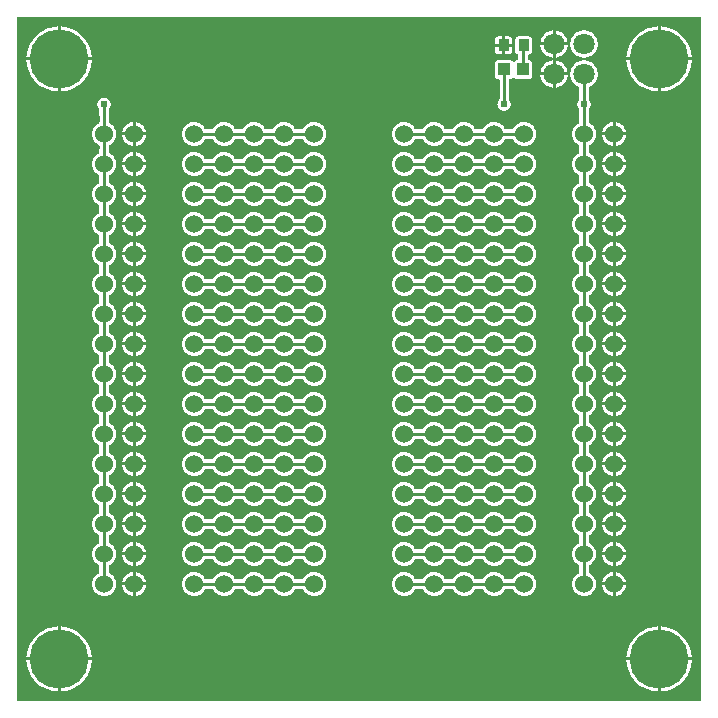
<source format=gtl>
G04 Layer: TopLayer*
G04 EasyEDA v6.5.29, 2023-07-20 18:43:14*
G04 584fbfd00d72432697d27f506c2f3648,5a6b42c53f6a479593ecc07194224c93,10*
G04 Gerber Generator version 0.2*
G04 Scale: 100 percent, Rotated: No, Reflected: No *
G04 Dimensions in millimeters *
G04 leading zeros omitted , absolute positions ,4 integer and 5 decimal *
%FSLAX45Y45*%
%MOMM*%

%ADD10C,0.2540*%
%ADD11R,0.8999X1.0000*%
%ADD12R,1.0000X1.1000*%
%ADD13C,5.0000*%
%ADD14C,1.8000*%
%ADD15C,1.5240*%
%ADD16C,0.6096*%
%ADD17C,0.0102*%

%LPD*%
G36*
X5805932Y25908D02*
G01*
X36068Y26416D01*
X32156Y27178D01*
X28905Y29362D01*
X26670Y32664D01*
X25908Y36576D01*
X25908Y5805932D01*
X26670Y5809843D01*
X28905Y5813094D01*
X32156Y5815330D01*
X36068Y5816092D01*
X5805932Y5816092D01*
X5809843Y5815330D01*
X5813094Y5813094D01*
X5815330Y5809843D01*
X5816092Y5805932D01*
X5816092Y36068D01*
X5815330Y32207D01*
X5813094Y28905D01*
X5809843Y26670D01*
G37*

%LPC*%
G36*
X4584700Y5600700D02*
G01*
X4687112Y5600700D01*
X4686960Y5602528D01*
X4684268Y5616803D01*
X4679746Y5630672D01*
X4673549Y5643829D01*
X4665776Y5656122D01*
X4656480Y5667349D01*
X4645863Y5677306D01*
X4634077Y5685840D01*
X4621326Y5692851D01*
X4607814Y5698236D01*
X4593691Y5701842D01*
X4584700Y5702960D01*
G37*
G36*
X393700Y105562D02*
G01*
X398322Y105664D01*
X421284Y108051D01*
X443992Y112369D01*
X466242Y118618D01*
X487934Y126644D01*
X508812Y136499D01*
X528828Y148031D01*
X547827Y161239D01*
X565607Y175971D01*
X582117Y192125D01*
X597204Y209600D01*
X610819Y228295D01*
X622757Y248107D01*
X633018Y268782D01*
X641553Y290271D01*
X648208Y312369D01*
X653034Y334975D01*
X655929Y357936D01*
X656336Y368300D01*
X393700Y368300D01*
G37*
G36*
X5448300Y105613D02*
G01*
X5448300Y368300D01*
X5185410Y368300D01*
X5187289Y346405D01*
X5191150Y323646D01*
X5196890Y301244D01*
X5204460Y279450D01*
X5213858Y258317D01*
X5224983Y238099D01*
X5237784Y218846D01*
X5252161Y200710D01*
X5267960Y183896D01*
X5285130Y168402D01*
X5303520Y154432D01*
X5323027Y142087D01*
X5343499Y131368D01*
X5364835Y122428D01*
X5386781Y115265D01*
X5409285Y109982D01*
X5432145Y106629D01*
G37*
G36*
X368300Y105613D02*
G01*
X368300Y368300D01*
X105410Y368300D01*
X107289Y346405D01*
X111150Y323646D01*
X116890Y301244D01*
X124460Y279450D01*
X133858Y258317D01*
X144983Y238099D01*
X157784Y218846D01*
X172161Y200710D01*
X187960Y183896D01*
X205130Y168402D01*
X223520Y154432D01*
X243027Y142087D01*
X263499Y131368D01*
X284835Y122428D01*
X306781Y115265D01*
X329285Y109982D01*
X352145Y106629D01*
G37*
G36*
X5473700Y393700D02*
G01*
X5736336Y393700D01*
X5735929Y404063D01*
X5733034Y427024D01*
X5728208Y449630D01*
X5721553Y471728D01*
X5713018Y493217D01*
X5702757Y513892D01*
X5690819Y533704D01*
X5677204Y552348D01*
X5662117Y569874D01*
X5645607Y586028D01*
X5627827Y600760D01*
X5608828Y613968D01*
X5588812Y625500D01*
X5567934Y635355D01*
X5546242Y643382D01*
X5523992Y649630D01*
X5501284Y653948D01*
X5478322Y656336D01*
X5473700Y656437D01*
G37*
G36*
X393700Y393700D02*
G01*
X656336Y393700D01*
X655929Y404063D01*
X653034Y427024D01*
X648208Y449630D01*
X641553Y471728D01*
X633018Y493217D01*
X622757Y513892D01*
X610819Y533704D01*
X597204Y552348D01*
X582117Y569874D01*
X565607Y586028D01*
X547827Y600760D01*
X528828Y613968D01*
X508812Y625500D01*
X487934Y635355D01*
X466242Y643382D01*
X443992Y649630D01*
X421284Y653948D01*
X398322Y656336D01*
X393700Y656437D01*
G37*
G36*
X5185410Y393700D02*
G01*
X5448300Y393700D01*
X5448300Y656386D01*
X5432145Y655370D01*
X5409285Y652018D01*
X5386781Y646734D01*
X5364835Y639572D01*
X5343499Y630631D01*
X5323027Y619912D01*
X5303520Y607568D01*
X5285130Y593598D01*
X5267960Y578104D01*
X5252161Y561289D01*
X5237784Y543153D01*
X5224983Y523900D01*
X5213858Y503682D01*
X5204460Y482549D01*
X5196890Y460756D01*
X5191150Y438353D01*
X5187289Y415594D01*
G37*
G36*
X105410Y393700D02*
G01*
X368300Y393700D01*
X368300Y656386D01*
X352145Y655370D01*
X329285Y652018D01*
X306781Y646734D01*
X284835Y639572D01*
X263499Y630631D01*
X243027Y619912D01*
X223520Y607568D01*
X205130Y593598D01*
X187960Y578104D01*
X172161Y561289D01*
X157784Y543153D01*
X144983Y523900D01*
X133858Y503682D01*
X124460Y482549D01*
X116890Y460756D01*
X111150Y438353D01*
X107289Y415594D01*
G37*
G36*
X1520494Y913993D02*
G01*
X1534160Y914450D01*
X1547571Y916686D01*
X1560626Y920750D01*
X1572971Y926490D01*
X1584502Y933805D01*
X1594916Y942594D01*
X1604060Y952753D01*
X1611782Y963980D01*
X1615744Y971803D01*
X1617980Y974750D01*
X1621129Y976731D01*
X1624787Y977392D01*
X1676958Y977392D01*
X1680819Y976630D01*
X1684070Y974445D01*
X1693773Y958240D01*
X1702206Y947521D01*
X1712010Y938021D01*
X1722983Y929944D01*
X1734972Y923391D01*
X1747672Y918514D01*
X1760931Y915314D01*
X1774494Y913993D01*
X1788160Y914450D01*
X1801571Y916686D01*
X1814626Y920750D01*
X1826971Y926490D01*
X1838502Y933805D01*
X1848916Y942594D01*
X1858060Y952753D01*
X1865782Y963980D01*
X1869744Y971803D01*
X1871980Y974750D01*
X1875129Y976731D01*
X1878787Y977392D01*
X1931009Y977392D01*
X1934870Y976630D01*
X1938172Y974445D01*
X1947824Y958240D01*
X1956307Y947521D01*
X1966112Y938021D01*
X1977085Y929944D01*
X1989023Y923391D01*
X2001774Y918514D01*
X2015032Y915314D01*
X2028596Y913993D01*
X2042210Y914450D01*
X2055672Y916686D01*
X2068677Y920750D01*
X2081072Y926490D01*
X2092553Y933805D01*
X2102967Y942594D01*
X2112111Y952753D01*
X2119833Y963980D01*
X2123795Y971803D01*
X2126030Y974750D01*
X2129231Y976731D01*
X2132838Y977392D01*
X2185009Y977392D01*
X2188870Y976630D01*
X2192172Y974445D01*
X2201824Y958240D01*
X2210308Y947521D01*
X2220112Y938021D01*
X2231085Y929944D01*
X2243023Y923391D01*
X2255774Y918514D01*
X2269032Y915314D01*
X2282596Y913993D01*
X2296210Y914450D01*
X2309672Y916686D01*
X2322677Y920750D01*
X2335072Y926490D01*
X2346553Y933805D01*
X2356967Y942594D01*
X2366111Y952753D01*
X2373833Y963980D01*
X2377795Y971803D01*
X2380030Y974750D01*
X2383231Y976731D01*
X2386838Y977392D01*
X2438958Y977392D01*
X2442819Y976630D01*
X2446070Y974445D01*
X2455773Y958240D01*
X2464206Y947521D01*
X2474010Y938021D01*
X2484983Y929944D01*
X2496972Y923391D01*
X2509672Y918514D01*
X2522931Y915314D01*
X2536494Y913993D01*
X2550160Y914450D01*
X2563571Y916686D01*
X2576626Y920750D01*
X2588971Y926490D01*
X2600502Y933805D01*
X2610916Y942594D01*
X2620060Y952753D01*
X2627782Y963980D01*
X2633929Y976121D01*
X2638399Y989025D01*
X2641092Y1002385D01*
X2642006Y1016000D01*
X2641092Y1029614D01*
X2638399Y1042974D01*
X2633929Y1055878D01*
X2627782Y1068019D01*
X2620060Y1079246D01*
X2610916Y1089406D01*
X2600502Y1098194D01*
X2588971Y1105509D01*
X2576626Y1111250D01*
X2563571Y1115314D01*
X2550160Y1117549D01*
X2536494Y1118006D01*
X2522931Y1116685D01*
X2509672Y1113485D01*
X2496972Y1108608D01*
X2484983Y1102055D01*
X2474010Y1093978D01*
X2464206Y1084478D01*
X2455773Y1073759D01*
X2446070Y1057554D01*
X2442819Y1055370D01*
X2438958Y1054608D01*
X2386838Y1054608D01*
X2383231Y1055268D01*
X2380030Y1057249D01*
X2377795Y1060196D01*
X2373833Y1068019D01*
X2366111Y1079246D01*
X2356967Y1089406D01*
X2346553Y1098194D01*
X2335072Y1105509D01*
X2322677Y1111250D01*
X2309672Y1115314D01*
X2296210Y1117549D01*
X2282596Y1118006D01*
X2269032Y1116685D01*
X2255774Y1113485D01*
X2243023Y1108608D01*
X2231085Y1102055D01*
X2220112Y1093978D01*
X2210308Y1084478D01*
X2201824Y1073759D01*
X2192172Y1057554D01*
X2188870Y1055370D01*
X2185009Y1054608D01*
X2132838Y1054608D01*
X2129231Y1055268D01*
X2126030Y1057249D01*
X2123795Y1060196D01*
X2119833Y1068019D01*
X2112111Y1079246D01*
X2102967Y1089406D01*
X2092553Y1098194D01*
X2081072Y1105509D01*
X2068677Y1111250D01*
X2055672Y1115314D01*
X2042210Y1117549D01*
X2028596Y1118006D01*
X2015032Y1116685D01*
X2001774Y1113485D01*
X1989023Y1108608D01*
X1977085Y1102055D01*
X1966112Y1093978D01*
X1956307Y1084478D01*
X1947824Y1073759D01*
X1938172Y1057554D01*
X1934870Y1055370D01*
X1931009Y1054608D01*
X1878787Y1054608D01*
X1875129Y1055268D01*
X1871980Y1057249D01*
X1869744Y1060196D01*
X1865782Y1068019D01*
X1858060Y1079246D01*
X1848916Y1089406D01*
X1838502Y1098194D01*
X1826971Y1105509D01*
X1814626Y1111250D01*
X1801571Y1115314D01*
X1788160Y1117549D01*
X1774494Y1118006D01*
X1760931Y1116685D01*
X1747672Y1113485D01*
X1734972Y1108608D01*
X1722983Y1102055D01*
X1712010Y1093978D01*
X1702206Y1084478D01*
X1693773Y1073759D01*
X1684070Y1057554D01*
X1680819Y1055370D01*
X1676958Y1054608D01*
X1624787Y1054608D01*
X1621129Y1055268D01*
X1617980Y1057249D01*
X1615744Y1060196D01*
X1611782Y1068019D01*
X1604060Y1079246D01*
X1594916Y1089406D01*
X1584502Y1098194D01*
X1572971Y1105509D01*
X1560626Y1111250D01*
X1547571Y1115314D01*
X1534160Y1117549D01*
X1520494Y1118006D01*
X1506931Y1116685D01*
X1493672Y1113485D01*
X1480972Y1108608D01*
X1468983Y1102055D01*
X1458010Y1093978D01*
X1448206Y1084478D01*
X1439773Y1073759D01*
X1432814Y1062024D01*
X1427480Y1049477D01*
X1423873Y1036319D01*
X1422095Y1022807D01*
X1422095Y1009192D01*
X1423873Y995680D01*
X1427480Y982522D01*
X1432814Y969975D01*
X1439773Y958240D01*
X1448206Y947521D01*
X1458010Y938021D01*
X1468983Y929944D01*
X1480972Y923391D01*
X1493672Y918514D01*
X1506931Y915314D01*
G37*
G36*
X4456887Y5600700D02*
G01*
X4559300Y5600700D01*
X4559300Y5702960D01*
X4550308Y5701842D01*
X4536186Y5698236D01*
X4522673Y5692851D01*
X4509922Y5685840D01*
X4498136Y5677306D01*
X4487519Y5667349D01*
X4478223Y5656122D01*
X4470450Y5643829D01*
X4464253Y5630672D01*
X4459732Y5616803D01*
X4457039Y5602528D01*
G37*
G36*
X4156811Y5588000D02*
G01*
X4214977Y5588000D01*
X4214977Y5624728D01*
X4214266Y5631027D01*
X4212386Y5636514D01*
X4209288Y5641390D01*
X4205224Y5645505D01*
X4200296Y5648604D01*
X4194860Y5650484D01*
X4188510Y5651195D01*
X4156811Y5651195D01*
G37*
G36*
X4073194Y5588000D02*
G01*
X4131411Y5588000D01*
X4131411Y5651195D01*
X4099661Y5651195D01*
X4093362Y5650484D01*
X4087876Y5648604D01*
X4082999Y5645505D01*
X4078884Y5641390D01*
X4075785Y5636514D01*
X4073906Y5631027D01*
X4073194Y5624728D01*
G37*
G36*
X4156811Y5499404D02*
G01*
X4188510Y5499404D01*
X4194860Y5500116D01*
X4200296Y5501995D01*
X4205224Y5505094D01*
X4209288Y5509158D01*
X4212386Y5514086D01*
X4214266Y5519521D01*
X4214977Y5525871D01*
X4214977Y5562600D01*
X4156811Y5562600D01*
G37*
G36*
X3298494Y913993D02*
G01*
X3312160Y914450D01*
X3325571Y916686D01*
X3338626Y920750D01*
X3350971Y926490D01*
X3362502Y933805D01*
X3372916Y942594D01*
X3382060Y952753D01*
X3389782Y963980D01*
X3393744Y971803D01*
X3395979Y974750D01*
X3399129Y976731D01*
X3402787Y977392D01*
X3454958Y977392D01*
X3458819Y976630D01*
X3462070Y974445D01*
X3471773Y958240D01*
X3480206Y947521D01*
X3490010Y938021D01*
X3500983Y929944D01*
X3512972Y923391D01*
X3525672Y918514D01*
X3538931Y915314D01*
X3552494Y913993D01*
X3566160Y914450D01*
X3579571Y916686D01*
X3592626Y920750D01*
X3604971Y926490D01*
X3616502Y933805D01*
X3626916Y942594D01*
X3636060Y952753D01*
X3643782Y963980D01*
X3647744Y971803D01*
X3649979Y974750D01*
X3653129Y976731D01*
X3656787Y977392D01*
X3709009Y977392D01*
X3712870Y976630D01*
X3716121Y974445D01*
X3725824Y958240D01*
X3734308Y947521D01*
X3744061Y938021D01*
X3755085Y929944D01*
X3767023Y923391D01*
X3779774Y918514D01*
X3793032Y915314D01*
X3806596Y913993D01*
X3820210Y914450D01*
X3833672Y916686D01*
X3846677Y920750D01*
X3859072Y926490D01*
X3870553Y933805D01*
X3880967Y942594D01*
X3890111Y952753D01*
X3897833Y963980D01*
X3901795Y971803D01*
X3904030Y974750D01*
X3907231Y976731D01*
X3910837Y977392D01*
X3963009Y977392D01*
X3966870Y976630D01*
X3970121Y974445D01*
X3979824Y958240D01*
X3988308Y947521D01*
X3998061Y938021D01*
X4009085Y929944D01*
X4021023Y923391D01*
X4033774Y918514D01*
X4047032Y915314D01*
X4060596Y913993D01*
X4074210Y914450D01*
X4087672Y916686D01*
X4100677Y920750D01*
X4113072Y926490D01*
X4124553Y933805D01*
X4134967Y942594D01*
X4144111Y952753D01*
X4151833Y963980D01*
X4155795Y971803D01*
X4158030Y974750D01*
X4161231Y976731D01*
X4164837Y977392D01*
X4216908Y977392D01*
X4220768Y976630D01*
X4224070Y974445D01*
X4233773Y958240D01*
X4242206Y947521D01*
X4252010Y938021D01*
X4262983Y929944D01*
X4274972Y923391D01*
X4287672Y918514D01*
X4300931Y915314D01*
X4314494Y913993D01*
X4328160Y914450D01*
X4341571Y916686D01*
X4354626Y920750D01*
X4366971Y926490D01*
X4378502Y933805D01*
X4388916Y942594D01*
X4398060Y952753D01*
X4405782Y963980D01*
X4411929Y976121D01*
X4416399Y989025D01*
X4419092Y1002385D01*
X4420006Y1016000D01*
X4419092Y1029614D01*
X4416399Y1042974D01*
X4411929Y1055878D01*
X4405782Y1068019D01*
X4398060Y1079246D01*
X4388916Y1089406D01*
X4378502Y1098194D01*
X4366971Y1105509D01*
X4354626Y1111250D01*
X4341571Y1115314D01*
X4328160Y1117549D01*
X4314494Y1118006D01*
X4300931Y1116685D01*
X4287672Y1113485D01*
X4274972Y1108608D01*
X4262983Y1102055D01*
X4252010Y1093978D01*
X4242206Y1084478D01*
X4233773Y1073759D01*
X4224070Y1057554D01*
X4220768Y1055370D01*
X4216908Y1054608D01*
X4164837Y1054608D01*
X4161231Y1055268D01*
X4158030Y1057249D01*
X4155795Y1060196D01*
X4151833Y1068019D01*
X4144111Y1079246D01*
X4134967Y1089406D01*
X4124553Y1098194D01*
X4113072Y1105509D01*
X4100677Y1111250D01*
X4087672Y1115314D01*
X4074210Y1117549D01*
X4060596Y1118006D01*
X4047032Y1116685D01*
X4033774Y1113485D01*
X4021023Y1108608D01*
X4009085Y1102055D01*
X3998061Y1093978D01*
X3988308Y1084478D01*
X3979824Y1073759D01*
X3970121Y1057554D01*
X3966870Y1055370D01*
X3963009Y1054608D01*
X3910837Y1054608D01*
X3907231Y1055268D01*
X3904030Y1057249D01*
X3901795Y1060196D01*
X3897833Y1068019D01*
X3890111Y1079246D01*
X3880967Y1089406D01*
X3870553Y1098194D01*
X3859072Y1105509D01*
X3846677Y1111250D01*
X3833672Y1115314D01*
X3820210Y1117549D01*
X3806596Y1118006D01*
X3793032Y1116685D01*
X3779774Y1113485D01*
X3767023Y1108608D01*
X3755085Y1102055D01*
X3744061Y1093978D01*
X3734308Y1084478D01*
X3725824Y1073759D01*
X3716121Y1057554D01*
X3712870Y1055370D01*
X3709009Y1054608D01*
X3656787Y1054608D01*
X3653129Y1055268D01*
X3649979Y1057249D01*
X3647744Y1060196D01*
X3643782Y1068019D01*
X3636060Y1079246D01*
X3626916Y1089406D01*
X3616502Y1098194D01*
X3604971Y1105509D01*
X3592626Y1111250D01*
X3579571Y1115314D01*
X3566160Y1117549D01*
X3552494Y1118006D01*
X3538931Y1116685D01*
X3525672Y1113485D01*
X3512972Y1108608D01*
X3500983Y1102055D01*
X3490010Y1093978D01*
X3480206Y1084478D01*
X3471773Y1073759D01*
X3462070Y1057554D01*
X3458819Y1055370D01*
X3454958Y1054608D01*
X3402787Y1054608D01*
X3399129Y1055268D01*
X3395979Y1057249D01*
X3393744Y1060196D01*
X3389782Y1068019D01*
X3382060Y1079246D01*
X3372916Y1089406D01*
X3362502Y1098194D01*
X3350971Y1105509D01*
X3338626Y1111250D01*
X3325571Y1115314D01*
X3312160Y1117549D01*
X3298494Y1118006D01*
X3284931Y1116685D01*
X3271672Y1113485D01*
X3258972Y1108608D01*
X3246983Y1102055D01*
X3236010Y1093978D01*
X3226206Y1084478D01*
X3217773Y1073759D01*
X3210814Y1062024D01*
X3205480Y1049477D01*
X3201873Y1036319D01*
X3200044Y1022807D01*
X3200044Y1009192D01*
X3201873Y995680D01*
X3205480Y982522D01*
X3210814Y969975D01*
X3217773Y958240D01*
X3226206Y947521D01*
X3236010Y938021D01*
X3246983Y929944D01*
X3258972Y923391D01*
X3271672Y918514D01*
X3284931Y915314D01*
G37*
G36*
X4099661Y5499404D02*
G01*
X4131411Y5499404D01*
X4131411Y5562600D01*
X4073194Y5562600D01*
X4073194Y5525871D01*
X4073906Y5519521D01*
X4075785Y5514086D01*
X4078884Y5509158D01*
X4082999Y5505094D01*
X4087876Y5501995D01*
X4093362Y5500116D01*
G37*
G36*
X105410Y5473700D02*
G01*
X368300Y5473700D01*
X368300Y5736386D01*
X352145Y5735370D01*
X329285Y5732018D01*
X306781Y5726734D01*
X284835Y5719572D01*
X263499Y5710631D01*
X243027Y5699912D01*
X223520Y5687568D01*
X205130Y5673598D01*
X187960Y5658104D01*
X172161Y5641289D01*
X157784Y5623153D01*
X144983Y5603900D01*
X133858Y5583682D01*
X124460Y5562549D01*
X116890Y5540756D01*
X111150Y5518353D01*
X107289Y5495594D01*
G37*
G36*
X5185410Y5473700D02*
G01*
X5448300Y5473700D01*
X5448300Y5736386D01*
X5432145Y5735370D01*
X5409285Y5732018D01*
X5386781Y5726734D01*
X5364835Y5719572D01*
X5343499Y5710631D01*
X5323027Y5699912D01*
X5303520Y5687568D01*
X5285130Y5673598D01*
X5267960Y5658104D01*
X5252161Y5641289D01*
X5237784Y5623153D01*
X5224983Y5603900D01*
X5213858Y5583682D01*
X5204460Y5562549D01*
X5196890Y5540756D01*
X5191150Y5518353D01*
X5187289Y5495594D01*
G37*
G36*
X393700Y5473700D02*
G01*
X656336Y5473700D01*
X655929Y5484063D01*
X653034Y5507024D01*
X648208Y5529630D01*
X641553Y5551728D01*
X633018Y5573217D01*
X622757Y5593892D01*
X610819Y5613704D01*
X597204Y5632348D01*
X582117Y5649874D01*
X565607Y5666028D01*
X547827Y5680760D01*
X528828Y5693968D01*
X508812Y5705500D01*
X487934Y5715355D01*
X466242Y5723382D01*
X443992Y5729630D01*
X421284Y5733948D01*
X398322Y5736336D01*
X393700Y5736437D01*
G37*
G36*
X758596Y913993D02*
G01*
X772210Y914450D01*
X785672Y916686D01*
X798677Y920750D01*
X811072Y926490D01*
X822553Y933805D01*
X832967Y942644D01*
X842111Y952753D01*
X849833Y963980D01*
X855980Y976172D01*
X860450Y989025D01*
X863193Y1002385D01*
X864108Y1016000D01*
X863193Y1029614D01*
X860450Y1042974D01*
X855980Y1055878D01*
X849833Y1068019D01*
X842111Y1079246D01*
X832967Y1089406D01*
X822553Y1098194D01*
X811072Y1105509D01*
X806500Y1107643D01*
X803402Y1109878D01*
X801319Y1113129D01*
X800608Y1116838D01*
X800608Y1169162D01*
X801319Y1172921D01*
X803402Y1176121D01*
X806500Y1178356D01*
X811072Y1180490D01*
X822553Y1187805D01*
X832967Y1196644D01*
X842111Y1206754D01*
X849833Y1217980D01*
X855980Y1230172D01*
X860450Y1243025D01*
X863193Y1256385D01*
X864108Y1270000D01*
X863193Y1283614D01*
X860450Y1296974D01*
X855980Y1309878D01*
X849833Y1322019D01*
X842111Y1333246D01*
X832967Y1343406D01*
X822553Y1352194D01*
X811072Y1359509D01*
X806500Y1361643D01*
X803402Y1363878D01*
X801319Y1367129D01*
X800608Y1370838D01*
X800608Y1423162D01*
X801319Y1426921D01*
X803402Y1430121D01*
X806500Y1432356D01*
X811072Y1434490D01*
X822553Y1441805D01*
X832967Y1450594D01*
X842111Y1460754D01*
X849833Y1471980D01*
X855980Y1484122D01*
X860450Y1497025D01*
X863193Y1510385D01*
X864108Y1524000D01*
X863193Y1537614D01*
X860450Y1550974D01*
X855980Y1563878D01*
X849833Y1576019D01*
X842111Y1587246D01*
X832967Y1597406D01*
X822553Y1606194D01*
X811072Y1613509D01*
X806500Y1615643D01*
X803402Y1617878D01*
X801319Y1621078D01*
X800608Y1624838D01*
X800608Y1677162D01*
X801319Y1680921D01*
X803402Y1684121D01*
X806500Y1686356D01*
X811072Y1688490D01*
X822553Y1695805D01*
X832967Y1704593D01*
X842111Y1714754D01*
X849833Y1725980D01*
X855980Y1738122D01*
X860450Y1751025D01*
X863193Y1764385D01*
X864108Y1778000D01*
X863193Y1791614D01*
X860450Y1804974D01*
X855980Y1817878D01*
X849833Y1830019D01*
X842111Y1841246D01*
X832967Y1851406D01*
X822553Y1860194D01*
X811072Y1867509D01*
X806500Y1869643D01*
X803402Y1871878D01*
X801319Y1875078D01*
X800608Y1878838D01*
X800608Y1931162D01*
X801319Y1934921D01*
X803402Y1938121D01*
X806500Y1940356D01*
X811072Y1942490D01*
X822553Y1949805D01*
X832967Y1958593D01*
X842111Y1968754D01*
X849833Y1979980D01*
X855980Y1992122D01*
X860450Y2005025D01*
X863193Y2018385D01*
X864108Y2032000D01*
X863193Y2045614D01*
X860450Y2058974D01*
X855980Y2071878D01*
X849833Y2084019D01*
X842111Y2095246D01*
X832967Y2105406D01*
X822553Y2114194D01*
X811072Y2121509D01*
X806500Y2123643D01*
X803402Y2125878D01*
X801319Y2129078D01*
X800608Y2132838D01*
X800608Y2185162D01*
X801319Y2188921D01*
X803402Y2192121D01*
X806500Y2194356D01*
X811072Y2196490D01*
X822553Y2203805D01*
X832967Y2212594D01*
X842111Y2222754D01*
X849833Y2233980D01*
X855980Y2246122D01*
X860450Y2259025D01*
X863193Y2272385D01*
X864108Y2286000D01*
X863193Y2299614D01*
X860450Y2312974D01*
X855980Y2325878D01*
X849833Y2338019D01*
X842111Y2349246D01*
X832967Y2359406D01*
X822553Y2368194D01*
X811072Y2375509D01*
X806500Y2377643D01*
X803402Y2379878D01*
X801319Y2383078D01*
X800608Y2386838D01*
X800608Y2439162D01*
X801319Y2442870D01*
X803402Y2446121D01*
X806500Y2448356D01*
X811072Y2450490D01*
X822553Y2457805D01*
X832967Y2466594D01*
X842111Y2476754D01*
X849833Y2487980D01*
X855980Y2500122D01*
X860450Y2513025D01*
X863193Y2526385D01*
X864108Y2540000D01*
X863193Y2553614D01*
X860450Y2566974D01*
X855980Y2579827D01*
X849833Y2592019D01*
X842111Y2603246D01*
X832967Y2613355D01*
X822553Y2622194D01*
X811072Y2629509D01*
X806500Y2631643D01*
X803402Y2633878D01*
X801319Y2637078D01*
X800608Y2640838D01*
X800608Y2693162D01*
X801319Y2696870D01*
X803402Y2700121D01*
X806500Y2702356D01*
X811072Y2704490D01*
X822553Y2711805D01*
X832967Y2720594D01*
X842111Y2730754D01*
X849833Y2741980D01*
X855980Y2754122D01*
X860450Y2767025D01*
X863193Y2780385D01*
X864108Y2794000D01*
X863193Y2807614D01*
X860450Y2820974D01*
X855980Y2833827D01*
X849833Y2846019D01*
X842111Y2857246D01*
X832967Y2867355D01*
X822553Y2876194D01*
X811072Y2883509D01*
X806500Y2885643D01*
X803402Y2887878D01*
X801319Y2891078D01*
X800608Y2894838D01*
X800608Y2947162D01*
X801319Y2950870D01*
X803402Y2954121D01*
X806500Y2956356D01*
X811072Y2958490D01*
X822553Y2965805D01*
X832967Y2974594D01*
X842111Y2984754D01*
X849833Y2995980D01*
X855980Y3008122D01*
X860450Y3021025D01*
X863193Y3034385D01*
X864108Y3048000D01*
X863193Y3061614D01*
X860450Y3074974D01*
X855980Y3087827D01*
X849833Y3100019D01*
X842111Y3111246D01*
X832967Y3121355D01*
X822553Y3130194D01*
X811072Y3137509D01*
X806500Y3139643D01*
X803402Y3141878D01*
X801319Y3145078D01*
X800608Y3148838D01*
X800608Y3201162D01*
X801319Y3204870D01*
X803402Y3208121D01*
X806500Y3210356D01*
X811072Y3212490D01*
X822553Y3219805D01*
X832967Y3228594D01*
X842111Y3238754D01*
X849833Y3249980D01*
X855980Y3262122D01*
X860450Y3275025D01*
X863193Y3288385D01*
X864108Y3302000D01*
X863193Y3315614D01*
X860450Y3328974D01*
X855980Y3341827D01*
X849833Y3354019D01*
X842111Y3365246D01*
X832967Y3375355D01*
X822553Y3384194D01*
X811072Y3391509D01*
X806500Y3393643D01*
X803402Y3395878D01*
X801319Y3399078D01*
X800608Y3402837D01*
X800608Y3455111D01*
X801319Y3458870D01*
X803402Y3462121D01*
X806500Y3464356D01*
X811072Y3466490D01*
X822553Y3473805D01*
X832967Y3482594D01*
X842111Y3492703D01*
X849833Y3503980D01*
X855980Y3516122D01*
X860450Y3529025D01*
X863193Y3542385D01*
X864108Y3556000D01*
X863193Y3569614D01*
X860450Y3582974D01*
X855980Y3595827D01*
X849833Y3608019D01*
X842111Y3619246D01*
X832967Y3629355D01*
X822553Y3638194D01*
X811072Y3645509D01*
X806500Y3647643D01*
X803402Y3649878D01*
X801319Y3653078D01*
X800608Y3656837D01*
X800608Y3709111D01*
X801319Y3712870D01*
X803402Y3716121D01*
X806500Y3718356D01*
X811072Y3720490D01*
X822553Y3727805D01*
X832967Y3736594D01*
X842111Y3746703D01*
X849833Y3757980D01*
X855980Y3770122D01*
X860450Y3783025D01*
X863193Y3796385D01*
X864108Y3810000D01*
X863193Y3823614D01*
X860450Y3836974D01*
X855980Y3849827D01*
X849833Y3862019D01*
X842111Y3873246D01*
X832967Y3883355D01*
X822553Y3892194D01*
X811072Y3899509D01*
X806551Y3901592D01*
X803452Y3903827D01*
X801370Y3907078D01*
X800658Y3910837D01*
X800658Y3963111D01*
X801370Y3966870D01*
X803452Y3970121D01*
X806551Y3972356D01*
X811123Y3974490D01*
X822604Y3981805D01*
X833018Y3990594D01*
X842162Y4000703D01*
X849884Y4011980D01*
X856030Y4024122D01*
X860501Y4037025D01*
X863244Y4050385D01*
X864158Y4064000D01*
X863244Y4077614D01*
X860501Y4090974D01*
X856030Y4103827D01*
X849884Y4116019D01*
X842162Y4127246D01*
X833018Y4137355D01*
X822604Y4146194D01*
X811123Y4153509D01*
X806551Y4155643D01*
X803452Y4157878D01*
X801370Y4161078D01*
X800658Y4164837D01*
X800658Y4217111D01*
X801370Y4220870D01*
X803452Y4224121D01*
X806551Y4226356D01*
X811123Y4228490D01*
X822604Y4235805D01*
X833018Y4244594D01*
X842162Y4254703D01*
X849884Y4265980D01*
X856030Y4278122D01*
X860501Y4291025D01*
X863244Y4304385D01*
X864158Y4318000D01*
X863244Y4331614D01*
X860501Y4344974D01*
X856030Y4357827D01*
X849884Y4370019D01*
X842162Y4381246D01*
X833018Y4391355D01*
X822604Y4400194D01*
X811123Y4407509D01*
X806551Y4409643D01*
X803452Y4411878D01*
X801370Y4415078D01*
X800658Y4418838D01*
X800658Y4471111D01*
X801370Y4474870D01*
X803452Y4478121D01*
X806551Y4480356D01*
X811123Y4482490D01*
X822604Y4489805D01*
X833018Y4498594D01*
X842162Y4508703D01*
X849884Y4519980D01*
X856030Y4532122D01*
X860501Y4545025D01*
X863244Y4558385D01*
X864158Y4572000D01*
X863244Y4585614D01*
X860501Y4598974D01*
X856030Y4611827D01*
X849884Y4624019D01*
X842162Y4635246D01*
X833018Y4645355D01*
X822604Y4654194D01*
X811123Y4661509D01*
X806602Y4663643D01*
X803503Y4665878D01*
X801420Y4669078D01*
X800709Y4672838D01*
X800760Y4725162D01*
X801471Y4728921D01*
X803554Y4732172D01*
X806653Y4734407D01*
X811123Y4736490D01*
X822604Y4743805D01*
X833018Y4752594D01*
X842162Y4762703D01*
X849884Y4773980D01*
X856030Y4786122D01*
X860501Y4799025D01*
X863244Y4812385D01*
X864158Y4826000D01*
X863244Y4839614D01*
X860501Y4852974D01*
X856030Y4865827D01*
X849884Y4878019D01*
X842162Y4889246D01*
X833018Y4899355D01*
X822604Y4908194D01*
X811123Y4915509D01*
X806653Y4917592D01*
X803554Y4919827D01*
X801471Y4923028D01*
X800760Y4926787D01*
X800658Y5033518D01*
X801420Y5037429D01*
X803605Y5040731D01*
X805180Y5042255D01*
X810818Y5050282D01*
X814933Y5059222D01*
X817473Y5068671D01*
X818337Y5078476D01*
X817473Y5088280D01*
X814933Y5097729D01*
X810818Y5106670D01*
X805180Y5114696D01*
X798220Y5121656D01*
X790194Y5127294D01*
X781253Y5131409D01*
X771804Y5133949D01*
X762000Y5134813D01*
X752195Y5133949D01*
X742746Y5131409D01*
X733806Y5127294D01*
X725779Y5121656D01*
X718820Y5114696D01*
X713181Y5106670D01*
X709066Y5097729D01*
X706526Y5088280D01*
X705662Y5078476D01*
X706526Y5068671D01*
X709066Y5059222D01*
X713181Y5050282D01*
X718820Y5042255D01*
X720445Y5040630D01*
X722680Y5037328D01*
X723442Y5033467D01*
X723544Y4927041D01*
X722884Y4923485D01*
X721055Y4920386D01*
X718261Y4918151D01*
X707136Y4912055D01*
X696163Y4903927D01*
X686358Y4894478D01*
X677926Y4883759D01*
X670966Y4872024D01*
X665632Y4859477D01*
X662025Y4846320D01*
X660196Y4832807D01*
X660196Y4819192D01*
X662025Y4805680D01*
X665632Y4792522D01*
X670966Y4779975D01*
X677926Y4768240D01*
X686358Y4757521D01*
X696163Y4748022D01*
X707136Y4739944D01*
X718261Y4733848D01*
X721055Y4731562D01*
X722884Y4728464D01*
X723544Y4724908D01*
X723493Y4672990D01*
X722833Y4669485D01*
X721004Y4666386D01*
X718210Y4664100D01*
X707136Y4658055D01*
X696163Y4649927D01*
X686358Y4640478D01*
X677926Y4629759D01*
X670966Y4618024D01*
X665632Y4605477D01*
X662025Y4592320D01*
X660196Y4578807D01*
X660196Y4565192D01*
X662025Y4551680D01*
X665632Y4538522D01*
X670966Y4525975D01*
X677926Y4514240D01*
X686358Y4503521D01*
X696163Y4494022D01*
X707136Y4485944D01*
X718159Y4479899D01*
X721004Y4477613D01*
X722833Y4474514D01*
X723442Y4470958D01*
X723442Y4418990D01*
X722833Y4415434D01*
X721004Y4412335D01*
X718159Y4410100D01*
X707136Y4404055D01*
X696163Y4395927D01*
X686358Y4386478D01*
X677926Y4375759D01*
X670966Y4364024D01*
X665632Y4351477D01*
X662025Y4338320D01*
X660196Y4324807D01*
X660196Y4311192D01*
X662025Y4297680D01*
X665632Y4284522D01*
X670966Y4271975D01*
X677926Y4260240D01*
X686358Y4249521D01*
X696163Y4240022D01*
X707136Y4231944D01*
X718159Y4225899D01*
X721004Y4223613D01*
X722833Y4220514D01*
X723442Y4217009D01*
X723442Y4164990D01*
X722833Y4161434D01*
X721004Y4158335D01*
X718159Y4156100D01*
X707136Y4150055D01*
X696163Y4141927D01*
X686358Y4132478D01*
X677926Y4121759D01*
X670966Y4110024D01*
X665632Y4097477D01*
X662025Y4084320D01*
X660196Y4070807D01*
X660196Y4057192D01*
X662025Y4043679D01*
X665632Y4030522D01*
X670966Y4017975D01*
X677926Y4006240D01*
X686358Y3995521D01*
X696163Y3986022D01*
X707136Y3977944D01*
X718159Y3971899D01*
X721004Y3969613D01*
X722833Y3966514D01*
X723442Y3963009D01*
X723442Y3911041D01*
X722833Y3907485D01*
X721004Y3904386D01*
X718159Y3902151D01*
X707085Y3896055D01*
X696112Y3887927D01*
X686308Y3878478D01*
X677824Y3867759D01*
X670864Y3856024D01*
X665581Y3843477D01*
X661974Y3830320D01*
X660146Y3816807D01*
X660146Y3803192D01*
X661974Y3789679D01*
X665581Y3776522D01*
X670864Y3763975D01*
X677824Y3752240D01*
X686308Y3741521D01*
X696112Y3732022D01*
X707085Y3723944D01*
X718108Y3717899D01*
X720902Y3715613D01*
X722731Y3712514D01*
X723392Y3708958D01*
X723392Y3656990D01*
X722731Y3653485D01*
X720902Y3650335D01*
X718108Y3648100D01*
X707085Y3642055D01*
X696112Y3633927D01*
X686308Y3624478D01*
X677824Y3613759D01*
X670864Y3602024D01*
X665581Y3589477D01*
X661974Y3576320D01*
X660146Y3562807D01*
X660146Y3549192D01*
X661974Y3535679D01*
X665581Y3522522D01*
X670864Y3509975D01*
X677824Y3498240D01*
X686308Y3487521D01*
X696112Y3478022D01*
X707085Y3469944D01*
X718108Y3463899D01*
X720902Y3461613D01*
X722731Y3458514D01*
X723392Y3455009D01*
X723392Y3402990D01*
X722731Y3399485D01*
X720902Y3396386D01*
X718108Y3394100D01*
X707085Y3388055D01*
X696112Y3379978D01*
X686308Y3370478D01*
X677824Y3359759D01*
X670864Y3348024D01*
X665581Y3335477D01*
X661974Y3322320D01*
X660146Y3308807D01*
X660146Y3295192D01*
X661974Y3281679D01*
X665581Y3268522D01*
X670864Y3255975D01*
X677824Y3244240D01*
X686308Y3233521D01*
X696112Y3224022D01*
X707085Y3215944D01*
X718108Y3209899D01*
X720902Y3207613D01*
X722731Y3204514D01*
X723392Y3201009D01*
X723392Y3148990D01*
X722731Y3145485D01*
X720902Y3142386D01*
X718108Y3140100D01*
X707085Y3134055D01*
X696112Y3125978D01*
X686308Y3116478D01*
X677824Y3105759D01*
X670864Y3094024D01*
X665581Y3081477D01*
X661974Y3068320D01*
X660146Y3054807D01*
X660146Y3041192D01*
X661974Y3027680D01*
X665581Y3014522D01*
X670864Y3001975D01*
X677824Y2990240D01*
X686308Y2979521D01*
X696112Y2970022D01*
X707085Y2961944D01*
X718108Y2955899D01*
X720902Y2953613D01*
X722731Y2950514D01*
X723392Y2947009D01*
X723392Y2894990D01*
X722731Y2891485D01*
X720902Y2888386D01*
X718108Y2886100D01*
X707085Y2880055D01*
X696112Y2871978D01*
X686308Y2862478D01*
X677824Y2851759D01*
X670864Y2840024D01*
X665581Y2827477D01*
X661974Y2814320D01*
X660146Y2800807D01*
X660146Y2787192D01*
X661974Y2773680D01*
X665581Y2760522D01*
X670864Y2747975D01*
X677824Y2736240D01*
X686308Y2725521D01*
X696112Y2716022D01*
X707085Y2707944D01*
X718108Y2701899D01*
X720902Y2699613D01*
X722731Y2696514D01*
X723392Y2693009D01*
X723392Y2640990D01*
X722731Y2637485D01*
X720902Y2634386D01*
X718108Y2632100D01*
X707085Y2626055D01*
X696112Y2617978D01*
X686308Y2608478D01*
X677824Y2597759D01*
X670864Y2586024D01*
X665581Y2573477D01*
X661974Y2560320D01*
X660146Y2546807D01*
X660146Y2533192D01*
X661974Y2519680D01*
X665581Y2506522D01*
X670864Y2493975D01*
X677824Y2482240D01*
X686308Y2471521D01*
X696112Y2462022D01*
X707085Y2453944D01*
X718108Y2447899D01*
X720902Y2445613D01*
X722731Y2442514D01*
X723392Y2439009D01*
X723392Y2386990D01*
X722731Y2383485D01*
X720902Y2380386D01*
X718108Y2378100D01*
X707085Y2372055D01*
X696112Y2363978D01*
X686308Y2354478D01*
X677824Y2343759D01*
X670864Y2332024D01*
X665581Y2319477D01*
X661974Y2306320D01*
X660146Y2292807D01*
X660146Y2279192D01*
X661974Y2265680D01*
X665581Y2252522D01*
X670864Y2239975D01*
X677824Y2228240D01*
X686308Y2217521D01*
X696112Y2208022D01*
X707085Y2199944D01*
X718108Y2193899D01*
X720902Y2191613D01*
X722731Y2188514D01*
X723392Y2185009D01*
X723392Y2132990D01*
X722731Y2129485D01*
X720902Y2126386D01*
X718108Y2124100D01*
X707085Y2118055D01*
X696112Y2109978D01*
X686308Y2100478D01*
X677824Y2089759D01*
X670864Y2078024D01*
X665581Y2065477D01*
X661974Y2052320D01*
X660146Y2038807D01*
X660146Y2025192D01*
X661974Y2011680D01*
X665581Y1998522D01*
X670864Y1985975D01*
X677824Y1974240D01*
X686308Y1963521D01*
X696112Y1954022D01*
X707085Y1945944D01*
X718108Y1939899D01*
X720902Y1937613D01*
X722731Y1934514D01*
X723392Y1931009D01*
X723392Y1878990D01*
X722731Y1875485D01*
X720902Y1872386D01*
X718108Y1870100D01*
X707085Y1864055D01*
X696112Y1855978D01*
X686308Y1846478D01*
X677824Y1835759D01*
X670864Y1824024D01*
X665581Y1811477D01*
X661974Y1798320D01*
X660146Y1784807D01*
X660146Y1771192D01*
X661974Y1757680D01*
X665581Y1744522D01*
X670864Y1731975D01*
X677824Y1720240D01*
X686308Y1709521D01*
X696112Y1700022D01*
X707085Y1691944D01*
X718108Y1685899D01*
X720902Y1683613D01*
X722731Y1680514D01*
X723392Y1677009D01*
X723392Y1624990D01*
X722731Y1621485D01*
X720902Y1618386D01*
X718108Y1616100D01*
X707085Y1610055D01*
X696112Y1601978D01*
X686308Y1592478D01*
X677824Y1581759D01*
X670864Y1570024D01*
X665581Y1557477D01*
X661974Y1544320D01*
X660146Y1530807D01*
X660146Y1517192D01*
X661974Y1503680D01*
X665581Y1490522D01*
X670864Y1477975D01*
X677824Y1466240D01*
X686308Y1455521D01*
X696112Y1446022D01*
X707085Y1437944D01*
X718108Y1431899D01*
X720902Y1429613D01*
X722731Y1426514D01*
X723392Y1423009D01*
X723392Y1370990D01*
X722731Y1367485D01*
X720902Y1364386D01*
X718108Y1362100D01*
X707085Y1356055D01*
X696112Y1347978D01*
X686308Y1338478D01*
X677824Y1327759D01*
X670864Y1316024D01*
X665581Y1303477D01*
X661974Y1290320D01*
X660146Y1276807D01*
X660146Y1263192D01*
X661974Y1249680D01*
X665581Y1236522D01*
X670864Y1223975D01*
X677824Y1212240D01*
X686308Y1201521D01*
X696112Y1192022D01*
X707085Y1183944D01*
X718108Y1177899D01*
X720902Y1175613D01*
X722731Y1172514D01*
X723392Y1169009D01*
X723392Y1116990D01*
X722731Y1113485D01*
X720902Y1110386D01*
X718108Y1108100D01*
X707085Y1102055D01*
X696112Y1093978D01*
X686308Y1084478D01*
X677824Y1073759D01*
X670864Y1062024D01*
X665581Y1049477D01*
X661974Y1036319D01*
X660146Y1022807D01*
X660146Y1009192D01*
X661974Y995680D01*
X665581Y982522D01*
X670864Y969975D01*
X677824Y958240D01*
X686308Y947521D01*
X696112Y938021D01*
X707085Y929944D01*
X719023Y923391D01*
X731774Y918514D01*
X745032Y915314D01*
G37*
G36*
X4822494Y913993D02*
G01*
X4836160Y914450D01*
X4849571Y916686D01*
X4862626Y920750D01*
X4874971Y926490D01*
X4886452Y933805D01*
X4896866Y942594D01*
X4906010Y952753D01*
X4913731Y963980D01*
X4919878Y976121D01*
X4924399Y989025D01*
X4927092Y1002385D01*
X4928006Y1016000D01*
X4927092Y1029614D01*
X4924399Y1042974D01*
X4919878Y1055878D01*
X4913731Y1068019D01*
X4906010Y1079246D01*
X4896866Y1089406D01*
X4886452Y1098194D01*
X4874971Y1105509D01*
X4870399Y1107643D01*
X4867300Y1109878D01*
X4865268Y1113078D01*
X4864506Y1116838D01*
X4864506Y1169162D01*
X4865268Y1172921D01*
X4867300Y1176121D01*
X4870399Y1178356D01*
X4874971Y1180490D01*
X4886452Y1187805D01*
X4896866Y1196594D01*
X4906010Y1206754D01*
X4913731Y1217980D01*
X4919878Y1230122D01*
X4924399Y1243025D01*
X4927092Y1256385D01*
X4928006Y1270000D01*
X4927092Y1283614D01*
X4924399Y1296974D01*
X4919878Y1309878D01*
X4913731Y1322019D01*
X4906010Y1333246D01*
X4896866Y1343406D01*
X4886452Y1352194D01*
X4874971Y1359509D01*
X4870399Y1361643D01*
X4867300Y1363878D01*
X4865268Y1367078D01*
X4864506Y1370838D01*
X4864506Y1423162D01*
X4865268Y1426870D01*
X4867300Y1430121D01*
X4870399Y1432356D01*
X4874971Y1434490D01*
X4886452Y1441805D01*
X4896866Y1450594D01*
X4906010Y1460754D01*
X4913731Y1471980D01*
X4919878Y1484122D01*
X4924399Y1497025D01*
X4927092Y1510385D01*
X4928006Y1524000D01*
X4927092Y1537614D01*
X4924399Y1550974D01*
X4919878Y1563827D01*
X4913731Y1576019D01*
X4906010Y1587246D01*
X4896866Y1597355D01*
X4886452Y1606194D01*
X4874971Y1613509D01*
X4870500Y1615592D01*
X4867402Y1617827D01*
X4865319Y1621078D01*
X4864608Y1624838D01*
X4864608Y1677162D01*
X4865319Y1680921D01*
X4867402Y1684172D01*
X4870500Y1686407D01*
X4874971Y1688490D01*
X4886452Y1695805D01*
X4896866Y1704593D01*
X4906010Y1714754D01*
X4913731Y1725980D01*
X4919878Y1738122D01*
X4924399Y1751025D01*
X4927092Y1764385D01*
X4928006Y1778000D01*
X4927092Y1791614D01*
X4924399Y1804974D01*
X4919878Y1817827D01*
X4913731Y1830019D01*
X4906010Y1841246D01*
X4896866Y1851355D01*
X4886452Y1860194D01*
X4874971Y1867509D01*
X4870500Y1869592D01*
X4867402Y1871827D01*
X4865319Y1875078D01*
X4864608Y1878838D01*
X4864608Y1931162D01*
X4865319Y1934921D01*
X4867402Y1938172D01*
X4870500Y1940407D01*
X4874971Y1942490D01*
X4886452Y1949805D01*
X4896866Y1958593D01*
X4906010Y1968754D01*
X4913731Y1979980D01*
X4919878Y1992122D01*
X4924399Y2005025D01*
X4927092Y2018385D01*
X4928006Y2032000D01*
X4927092Y2045614D01*
X4924399Y2058974D01*
X4919878Y2071827D01*
X4913731Y2084019D01*
X4906010Y2095246D01*
X4896866Y2105355D01*
X4886452Y2114194D01*
X4874971Y2121509D01*
X4870399Y2123643D01*
X4867300Y2125878D01*
X4865268Y2129078D01*
X4864506Y2132838D01*
X4864506Y2185162D01*
X4865268Y2188870D01*
X4867300Y2192121D01*
X4870399Y2194356D01*
X4874971Y2196490D01*
X4886452Y2203805D01*
X4896866Y2212594D01*
X4906010Y2222754D01*
X4913731Y2233980D01*
X4919878Y2246122D01*
X4924399Y2259025D01*
X4927092Y2272385D01*
X4928006Y2286000D01*
X4927092Y2299614D01*
X4924399Y2312974D01*
X4919878Y2325827D01*
X4913731Y2338019D01*
X4906010Y2349246D01*
X4896866Y2359355D01*
X4886452Y2368194D01*
X4874971Y2375509D01*
X4870399Y2377643D01*
X4867300Y2379878D01*
X4865268Y2383078D01*
X4864506Y2386838D01*
X4864506Y2439111D01*
X4865268Y2442870D01*
X4867300Y2446121D01*
X4870399Y2448356D01*
X4874971Y2450490D01*
X4886452Y2457805D01*
X4896866Y2466594D01*
X4906010Y2476703D01*
X4913731Y2487980D01*
X4919878Y2500122D01*
X4924399Y2513025D01*
X4927092Y2526385D01*
X4928006Y2540000D01*
X4927092Y2553614D01*
X4924399Y2566974D01*
X4919878Y2579827D01*
X4913731Y2592019D01*
X4906010Y2603246D01*
X4896866Y2613355D01*
X4886452Y2622194D01*
X4874971Y2629509D01*
X4870500Y2631592D01*
X4867402Y2633827D01*
X4865319Y2637078D01*
X4864608Y2640838D01*
X4864608Y2693162D01*
X4865319Y2696921D01*
X4867402Y2700172D01*
X4870500Y2702407D01*
X4874971Y2704490D01*
X4886452Y2711805D01*
X4896866Y2720594D01*
X4906010Y2730703D01*
X4913731Y2741980D01*
X4919878Y2754122D01*
X4924399Y2767025D01*
X4927092Y2780385D01*
X4928006Y2794000D01*
X4927092Y2807614D01*
X4924399Y2820974D01*
X4919878Y2833827D01*
X4913731Y2846019D01*
X4906010Y2857246D01*
X4896866Y2867355D01*
X4886452Y2876194D01*
X4874971Y2883509D01*
X4870500Y2885592D01*
X4867402Y2887827D01*
X4865319Y2891078D01*
X4864608Y2894838D01*
X4864608Y2947162D01*
X4865319Y2950921D01*
X4867402Y2954172D01*
X4870500Y2956407D01*
X4874971Y2958490D01*
X4886452Y2965805D01*
X4896866Y2974594D01*
X4906010Y2984703D01*
X4913731Y2995980D01*
X4919878Y3008122D01*
X4924399Y3021025D01*
X4927092Y3034385D01*
X4928006Y3048000D01*
X4927092Y3061614D01*
X4924399Y3074974D01*
X4919878Y3087827D01*
X4913731Y3100019D01*
X4906010Y3111246D01*
X4896866Y3121355D01*
X4886452Y3130194D01*
X4874971Y3137509D01*
X4870399Y3139643D01*
X4867300Y3141878D01*
X4865268Y3145078D01*
X4864506Y3148838D01*
X4864506Y3201111D01*
X4865268Y3204870D01*
X4867300Y3208121D01*
X4870399Y3210356D01*
X4874971Y3212490D01*
X4886452Y3219805D01*
X4896866Y3228594D01*
X4906010Y3238703D01*
X4913731Y3249980D01*
X4919878Y3262122D01*
X4924399Y3275025D01*
X4927092Y3288385D01*
X4928006Y3302000D01*
X4927092Y3315614D01*
X4924399Y3328974D01*
X4919878Y3341827D01*
X4913731Y3354019D01*
X4906010Y3365246D01*
X4896866Y3375355D01*
X4886452Y3384194D01*
X4874971Y3391509D01*
X4870399Y3393643D01*
X4867300Y3395878D01*
X4865268Y3399078D01*
X4864506Y3402837D01*
X4864506Y3455111D01*
X4865268Y3458870D01*
X4867300Y3462121D01*
X4870399Y3464356D01*
X4874971Y3466490D01*
X4886452Y3473805D01*
X4896866Y3482594D01*
X4906010Y3492703D01*
X4913731Y3503980D01*
X4919878Y3516122D01*
X4924399Y3529025D01*
X4927092Y3542385D01*
X4928006Y3556000D01*
X4927092Y3569614D01*
X4924399Y3582974D01*
X4919878Y3595827D01*
X4913731Y3608019D01*
X4906010Y3619246D01*
X4896866Y3629355D01*
X4886452Y3638194D01*
X4874971Y3645509D01*
X4870500Y3647592D01*
X4867402Y3649827D01*
X4865319Y3653078D01*
X4864608Y3656837D01*
X4864608Y3709162D01*
X4865319Y3712921D01*
X4867402Y3716172D01*
X4870500Y3718407D01*
X4874971Y3720490D01*
X4886452Y3727805D01*
X4896866Y3736594D01*
X4906010Y3746703D01*
X4913731Y3757980D01*
X4919878Y3770122D01*
X4924399Y3783025D01*
X4927092Y3796385D01*
X4928006Y3810000D01*
X4927092Y3823614D01*
X4924399Y3836974D01*
X4919878Y3849827D01*
X4913731Y3862019D01*
X4906010Y3873246D01*
X4896866Y3883355D01*
X4886452Y3892194D01*
X4874971Y3899509D01*
X4870500Y3901592D01*
X4867351Y3903827D01*
X4865319Y3907078D01*
X4864608Y3910837D01*
X4864608Y3963111D01*
X4865319Y3966870D01*
X4867351Y3970121D01*
X4870500Y3972356D01*
X4875072Y3974490D01*
X4886553Y3981805D01*
X4896967Y3990594D01*
X4906111Y4000703D01*
X4913833Y4011980D01*
X4919980Y4024122D01*
X4924450Y4037025D01*
X4927142Y4050385D01*
X4928057Y4064000D01*
X4927142Y4077614D01*
X4924450Y4090974D01*
X4919980Y4103827D01*
X4913833Y4116019D01*
X4906111Y4127246D01*
X4896967Y4137355D01*
X4886553Y4146194D01*
X4875072Y4153509D01*
X4870500Y4155643D01*
X4867351Y4157878D01*
X4865319Y4161078D01*
X4864608Y4164837D01*
X4864608Y4217111D01*
X4865319Y4220870D01*
X4867351Y4224121D01*
X4870500Y4226356D01*
X4875072Y4228490D01*
X4886553Y4235805D01*
X4896967Y4244594D01*
X4906111Y4254703D01*
X4913833Y4265980D01*
X4919980Y4278122D01*
X4924450Y4291025D01*
X4927142Y4304385D01*
X4928057Y4318000D01*
X4927142Y4331614D01*
X4924450Y4344974D01*
X4919980Y4357827D01*
X4913833Y4370019D01*
X4906111Y4381246D01*
X4896967Y4391355D01*
X4886553Y4400194D01*
X4875072Y4407509D01*
X4870500Y4409643D01*
X4867351Y4411878D01*
X4865319Y4415078D01*
X4864608Y4418838D01*
X4864608Y4471111D01*
X4865319Y4474870D01*
X4867351Y4478121D01*
X4870500Y4480356D01*
X4875072Y4482490D01*
X4886553Y4489805D01*
X4896967Y4498594D01*
X4906111Y4508703D01*
X4913833Y4519980D01*
X4919980Y4532122D01*
X4924450Y4545025D01*
X4927142Y4558385D01*
X4928057Y4572000D01*
X4927142Y4585614D01*
X4924450Y4598974D01*
X4919980Y4611827D01*
X4913833Y4624019D01*
X4906111Y4635246D01*
X4896967Y4645355D01*
X4886553Y4654194D01*
X4875072Y4661509D01*
X4870500Y4663643D01*
X4867402Y4665878D01*
X4865319Y4669078D01*
X4864608Y4672838D01*
X4864608Y4725111D01*
X4865319Y4728870D01*
X4867402Y4732121D01*
X4870500Y4734356D01*
X4875072Y4736490D01*
X4886553Y4743805D01*
X4896967Y4752594D01*
X4906111Y4762703D01*
X4913833Y4773980D01*
X4919980Y4786122D01*
X4924450Y4799025D01*
X4927142Y4812385D01*
X4928057Y4826000D01*
X4927142Y4839614D01*
X4924450Y4852974D01*
X4919980Y4865827D01*
X4913833Y4878019D01*
X4906111Y4889246D01*
X4896967Y4899355D01*
X4886553Y4908194D01*
X4875072Y4915509D01*
X4870500Y4917643D01*
X4867402Y4919878D01*
X4865319Y4923078D01*
X4864608Y4926838D01*
X4864608Y5033518D01*
X4865370Y5037378D01*
X4867605Y5040680D01*
X4869180Y5042255D01*
X4874818Y5050332D01*
X4878933Y5059222D01*
X4881473Y5068722D01*
X4882337Y5078476D01*
X4881473Y5088280D01*
X4878933Y5097780D01*
X4874818Y5106670D01*
X4869180Y5114747D01*
X4867605Y5116322D01*
X4865370Y5119624D01*
X4864608Y5123484D01*
X4864608Y5217972D01*
X4865420Y5221935D01*
X4867656Y5225237D01*
X4871008Y5227421D01*
X4875326Y5229148D01*
X4888077Y5236159D01*
X4899863Y5244693D01*
X4910480Y5254650D01*
X4919776Y5265877D01*
X4927549Y5278170D01*
X4933746Y5291328D01*
X4938268Y5305196D01*
X4940960Y5319471D01*
X4941874Y5334000D01*
X4940960Y5348528D01*
X4938268Y5362803D01*
X4933746Y5376672D01*
X4927549Y5389829D01*
X4919776Y5402122D01*
X4910480Y5413349D01*
X4899863Y5423306D01*
X4888077Y5431840D01*
X4875326Y5438851D01*
X4861814Y5444236D01*
X4847691Y5447842D01*
X4833264Y5449671D01*
X4818735Y5449671D01*
X4804308Y5447842D01*
X4790186Y5444236D01*
X4776673Y5438851D01*
X4763922Y5431840D01*
X4752136Y5423306D01*
X4741519Y5413349D01*
X4732223Y5402122D01*
X4724450Y5389829D01*
X4718253Y5376672D01*
X4713732Y5362803D01*
X4711039Y5348528D01*
X4710125Y5334000D01*
X4711039Y5319471D01*
X4713732Y5305196D01*
X4718253Y5291328D01*
X4724450Y5278170D01*
X4732223Y5265877D01*
X4741519Y5254650D01*
X4752136Y5244693D01*
X4763922Y5236159D01*
X4776673Y5229148D01*
X4780991Y5227421D01*
X4784344Y5225237D01*
X4786579Y5221935D01*
X4787392Y5217972D01*
X4787392Y5123484D01*
X4786630Y5119624D01*
X4784394Y5116322D01*
X4782820Y5114747D01*
X4777181Y5106670D01*
X4773066Y5097780D01*
X4770526Y5088280D01*
X4769662Y5078476D01*
X4770526Y5068722D01*
X4773066Y5059222D01*
X4777181Y5050332D01*
X4782820Y5042255D01*
X4784394Y5040680D01*
X4786630Y5037378D01*
X4787392Y5033518D01*
X4787392Y4926990D01*
X4786731Y4923485D01*
X4784902Y4920335D01*
X4782108Y4918100D01*
X4771034Y4912055D01*
X4760061Y4903927D01*
X4750257Y4894478D01*
X4741824Y4883759D01*
X4734864Y4872024D01*
X4729530Y4859477D01*
X4725924Y4846320D01*
X4724146Y4832807D01*
X4724146Y4819192D01*
X4725924Y4805680D01*
X4729530Y4792522D01*
X4734864Y4779924D01*
X4741824Y4768189D01*
X4750257Y4757521D01*
X4760061Y4748022D01*
X4771034Y4739944D01*
X4782108Y4733899D01*
X4784902Y4731613D01*
X4786731Y4728514D01*
X4787392Y4724958D01*
X4787392Y4672990D01*
X4786731Y4669485D01*
X4784902Y4666335D01*
X4782108Y4664100D01*
X4771034Y4658055D01*
X4760061Y4649927D01*
X4750257Y4640478D01*
X4741824Y4629759D01*
X4734864Y4618024D01*
X4729530Y4605477D01*
X4725924Y4592320D01*
X4724146Y4578807D01*
X4724146Y4565192D01*
X4725924Y4551680D01*
X4729530Y4538522D01*
X4734864Y4525924D01*
X4741824Y4514189D01*
X4750257Y4503521D01*
X4760061Y4494022D01*
X4771034Y4485944D01*
X4782108Y4479899D01*
X4784902Y4477613D01*
X4786731Y4474514D01*
X4787392Y4470958D01*
X4787392Y4418990D01*
X4786731Y4415434D01*
X4784902Y4412335D01*
X4782108Y4410100D01*
X4771034Y4404055D01*
X4760061Y4395927D01*
X4750257Y4386478D01*
X4741824Y4375759D01*
X4734864Y4364024D01*
X4729530Y4351477D01*
X4725924Y4338320D01*
X4724146Y4324807D01*
X4724146Y4311192D01*
X4725924Y4297680D01*
X4729530Y4284522D01*
X4734864Y4271975D01*
X4741824Y4260240D01*
X4750257Y4249521D01*
X4760061Y4240022D01*
X4771034Y4231944D01*
X4782108Y4225899D01*
X4784902Y4223613D01*
X4786731Y4220514D01*
X4787392Y4216958D01*
X4787392Y4164990D01*
X4786731Y4161434D01*
X4784902Y4158335D01*
X4782108Y4156100D01*
X4771034Y4150055D01*
X4760061Y4141927D01*
X4750257Y4132478D01*
X4741824Y4121759D01*
X4734864Y4110024D01*
X4729530Y4097477D01*
X4725924Y4084320D01*
X4724146Y4070807D01*
X4724146Y4057192D01*
X4725924Y4043679D01*
X4729530Y4030522D01*
X4734864Y4017975D01*
X4741824Y4006240D01*
X4750257Y3995521D01*
X4760061Y3986022D01*
X4771034Y3977944D01*
X4782108Y3971899D01*
X4784902Y3969613D01*
X4786731Y3966514D01*
X4787392Y3962958D01*
X4787392Y3911041D01*
X4786731Y3907485D01*
X4784902Y3904386D01*
X4782108Y3902151D01*
X4770983Y3896055D01*
X4760010Y3887927D01*
X4750206Y3878478D01*
X4741773Y3867759D01*
X4734814Y3856024D01*
X4729480Y3843477D01*
X4725873Y3830320D01*
X4724044Y3816807D01*
X4724044Y3803192D01*
X4725873Y3789679D01*
X4729480Y3776522D01*
X4734814Y3763975D01*
X4741773Y3752240D01*
X4750206Y3741521D01*
X4760010Y3732022D01*
X4770983Y3723944D01*
X4782108Y3717848D01*
X4784902Y3715562D01*
X4786731Y3712464D01*
X4787392Y3708958D01*
X4787392Y3657041D01*
X4786731Y3653485D01*
X4784902Y3650386D01*
X4782108Y3648151D01*
X4770983Y3642055D01*
X4760010Y3633927D01*
X4750206Y3624478D01*
X4741773Y3613759D01*
X4734814Y3602024D01*
X4729480Y3589477D01*
X4725873Y3576320D01*
X4724044Y3562807D01*
X4724044Y3549192D01*
X4725873Y3535679D01*
X4729480Y3522522D01*
X4734814Y3509975D01*
X4741773Y3498240D01*
X4750206Y3487521D01*
X4760010Y3478022D01*
X4770983Y3469944D01*
X4782058Y3463899D01*
X4784852Y3461613D01*
X4786680Y3458514D01*
X4787290Y3454958D01*
X4787290Y3402990D01*
X4786680Y3399485D01*
X4784852Y3396335D01*
X4782058Y3394100D01*
X4770983Y3388055D01*
X4760010Y3379927D01*
X4750206Y3370478D01*
X4741773Y3359759D01*
X4734814Y3348024D01*
X4729480Y3335477D01*
X4725873Y3322320D01*
X4724044Y3308807D01*
X4724044Y3295192D01*
X4725873Y3281679D01*
X4729480Y3268522D01*
X4734814Y3255975D01*
X4741773Y3244240D01*
X4750206Y3233521D01*
X4760010Y3224022D01*
X4770983Y3215944D01*
X4782058Y3209899D01*
X4784852Y3207613D01*
X4786680Y3204514D01*
X4787290Y3200958D01*
X4787290Y3148990D01*
X4786680Y3145485D01*
X4784852Y3142335D01*
X4782058Y3140100D01*
X4770983Y3134055D01*
X4760010Y3125927D01*
X4750206Y3116478D01*
X4741773Y3105759D01*
X4734814Y3094024D01*
X4729480Y3081477D01*
X4725873Y3068320D01*
X4724044Y3054807D01*
X4724044Y3041192D01*
X4725873Y3027680D01*
X4729480Y3014522D01*
X4734814Y3001975D01*
X4741773Y2990240D01*
X4750206Y2979521D01*
X4760010Y2970022D01*
X4770983Y2961944D01*
X4782108Y2955848D01*
X4784902Y2953562D01*
X4786731Y2950464D01*
X4787392Y2946958D01*
X4787392Y2895041D01*
X4786731Y2891485D01*
X4784902Y2888386D01*
X4782108Y2886151D01*
X4770983Y2880055D01*
X4760010Y2871927D01*
X4750206Y2862478D01*
X4741773Y2851759D01*
X4734814Y2840024D01*
X4729480Y2827477D01*
X4725873Y2814320D01*
X4724044Y2800807D01*
X4724044Y2787192D01*
X4725873Y2773680D01*
X4729480Y2760522D01*
X4734814Y2747975D01*
X4741773Y2736240D01*
X4750206Y2725521D01*
X4760010Y2716022D01*
X4770983Y2707944D01*
X4782108Y2701848D01*
X4784902Y2699562D01*
X4786731Y2696464D01*
X4787392Y2692958D01*
X4787392Y2641041D01*
X4786731Y2637485D01*
X4784902Y2634386D01*
X4782108Y2632151D01*
X4770983Y2626055D01*
X4760010Y2617927D01*
X4750206Y2608478D01*
X4741773Y2597759D01*
X4734814Y2586024D01*
X4729480Y2573477D01*
X4725873Y2560320D01*
X4724044Y2546807D01*
X4724044Y2533192D01*
X4725873Y2519680D01*
X4729480Y2506522D01*
X4734814Y2493975D01*
X4741773Y2482240D01*
X4750206Y2471521D01*
X4760010Y2462022D01*
X4770983Y2453944D01*
X4782058Y2447899D01*
X4784852Y2445613D01*
X4786680Y2442514D01*
X4787290Y2438958D01*
X4787290Y2386990D01*
X4786680Y2383485D01*
X4784852Y2380386D01*
X4782058Y2378100D01*
X4770983Y2372055D01*
X4760010Y2363978D01*
X4750206Y2354478D01*
X4741773Y2343759D01*
X4734814Y2332024D01*
X4729480Y2319477D01*
X4725873Y2306320D01*
X4724044Y2292807D01*
X4724044Y2279192D01*
X4725873Y2265680D01*
X4729480Y2252522D01*
X4734814Y2239975D01*
X4741773Y2228240D01*
X4750206Y2217521D01*
X4760010Y2208022D01*
X4770983Y2199944D01*
X4782058Y2193899D01*
X4784852Y2191613D01*
X4786680Y2188514D01*
X4787290Y2185009D01*
X4787290Y2132990D01*
X4786680Y2129485D01*
X4784852Y2126386D01*
X4782058Y2124100D01*
X4770983Y2118055D01*
X4760010Y2109978D01*
X4750206Y2100478D01*
X4741773Y2089759D01*
X4734814Y2078024D01*
X4729480Y2065477D01*
X4725873Y2052320D01*
X4724044Y2038807D01*
X4724044Y2025192D01*
X4725873Y2011680D01*
X4729480Y1998522D01*
X4734814Y1985975D01*
X4741773Y1974240D01*
X4750206Y1963521D01*
X4760010Y1954022D01*
X4770983Y1945944D01*
X4782108Y1939848D01*
X4784902Y1937613D01*
X4786731Y1934464D01*
X4787392Y1930958D01*
X4787392Y1879041D01*
X4786731Y1875485D01*
X4784902Y1872386D01*
X4782108Y1870151D01*
X4770983Y1864055D01*
X4760010Y1855978D01*
X4750206Y1846478D01*
X4741773Y1835759D01*
X4734814Y1824024D01*
X4729480Y1811477D01*
X4725873Y1798320D01*
X4724044Y1784807D01*
X4724044Y1771192D01*
X4725873Y1757680D01*
X4729480Y1744522D01*
X4734814Y1731975D01*
X4741773Y1720240D01*
X4750206Y1709521D01*
X4760010Y1700022D01*
X4770983Y1691944D01*
X4782108Y1685848D01*
X4784902Y1683613D01*
X4786731Y1680464D01*
X4787392Y1676958D01*
X4787392Y1625041D01*
X4786731Y1621485D01*
X4784902Y1618386D01*
X4782108Y1616151D01*
X4770983Y1610055D01*
X4760010Y1601978D01*
X4750206Y1592478D01*
X4741773Y1581759D01*
X4734814Y1570024D01*
X4729480Y1557477D01*
X4725873Y1544320D01*
X4724044Y1530807D01*
X4724044Y1517192D01*
X4725873Y1503680D01*
X4729480Y1490522D01*
X4734814Y1477975D01*
X4741773Y1466240D01*
X4750206Y1455521D01*
X4760010Y1446022D01*
X4770983Y1437944D01*
X4782058Y1431899D01*
X4784852Y1429613D01*
X4786680Y1426514D01*
X4787290Y1423009D01*
X4787290Y1370990D01*
X4786680Y1367485D01*
X4784852Y1364386D01*
X4782058Y1362100D01*
X4770983Y1356055D01*
X4760010Y1347978D01*
X4750206Y1338478D01*
X4741773Y1327759D01*
X4734814Y1316024D01*
X4729480Y1303477D01*
X4725873Y1290320D01*
X4724044Y1276807D01*
X4724044Y1263192D01*
X4725873Y1249680D01*
X4729480Y1236522D01*
X4734814Y1223975D01*
X4741773Y1212240D01*
X4750206Y1201521D01*
X4760010Y1192022D01*
X4770983Y1183944D01*
X4782058Y1177899D01*
X4784852Y1175613D01*
X4786680Y1172514D01*
X4787290Y1169009D01*
X4787290Y1116990D01*
X4786680Y1113485D01*
X4784852Y1110386D01*
X4782058Y1108100D01*
X4770983Y1102055D01*
X4760010Y1093978D01*
X4750206Y1084478D01*
X4741773Y1073759D01*
X4734814Y1062024D01*
X4729480Y1049477D01*
X4725873Y1036319D01*
X4724044Y1022807D01*
X4724044Y1009192D01*
X4725873Y995680D01*
X4729480Y982522D01*
X4734814Y969975D01*
X4741773Y958240D01*
X4750206Y947521D01*
X4760010Y938021D01*
X4770983Y929944D01*
X4782972Y923391D01*
X4795672Y918514D01*
X4808931Y915314D01*
G37*
G36*
X5092598Y914857D02*
G01*
X5103571Y916686D01*
X5116626Y920750D01*
X5128971Y926490D01*
X5140452Y933805D01*
X5150866Y942594D01*
X5160010Y952753D01*
X5167731Y963980D01*
X5173878Y976121D01*
X5178399Y989025D01*
X5181142Y1003300D01*
X5092598Y1003300D01*
G37*
G36*
X1028700Y914857D02*
G01*
X1039672Y916686D01*
X1052677Y920750D01*
X1065072Y926490D01*
X1076553Y933805D01*
X1086967Y942644D01*
X1096111Y952753D01*
X1103833Y963980D01*
X1109980Y976172D01*
X1114450Y989025D01*
X1117244Y1003300D01*
X1028700Y1003300D01*
G37*
G36*
X1003300Y914908D02*
G01*
X1003300Y1003300D01*
X914908Y1003300D01*
X915974Y995680D01*
X919581Y982522D01*
X924864Y969975D01*
X931824Y958240D01*
X940308Y947521D01*
X950112Y938021D01*
X961085Y929944D01*
X973023Y923391D01*
X985774Y918514D01*
X999032Y915314D01*
G37*
G36*
X5067198Y914908D02*
G01*
X5067198Y1003300D01*
X4978857Y1003300D01*
X4979873Y995680D01*
X4983480Y982522D01*
X4988814Y969975D01*
X4995773Y958240D01*
X5004206Y947521D01*
X5014010Y938021D01*
X5024983Y929944D01*
X5036972Y923391D01*
X5049672Y918514D01*
X5062931Y915314D01*
G37*
G36*
X914908Y1028700D02*
G01*
X1003300Y1028700D01*
X1003300Y1117092D01*
X999032Y1116685D01*
X985774Y1113485D01*
X973023Y1108608D01*
X961085Y1102055D01*
X950112Y1093978D01*
X940308Y1084478D01*
X931824Y1073759D01*
X924864Y1062024D01*
X919581Y1049477D01*
X915974Y1036319D01*
G37*
G36*
X4978857Y1028700D02*
G01*
X5067198Y1028700D01*
X5067198Y1117092D01*
X5062931Y1116685D01*
X5049672Y1113485D01*
X5036972Y1108608D01*
X5024983Y1102055D01*
X5014010Y1093978D01*
X5004206Y1084478D01*
X4995773Y1073759D01*
X4988814Y1062024D01*
X4983480Y1049477D01*
X4979873Y1036319D01*
G37*
G36*
X1028700Y1028700D02*
G01*
X1117244Y1028700D01*
X1114450Y1042974D01*
X1109980Y1055878D01*
X1103833Y1068019D01*
X1096111Y1079246D01*
X1086967Y1089406D01*
X1076553Y1098194D01*
X1065072Y1105509D01*
X1052677Y1111250D01*
X1039672Y1115314D01*
X1028700Y1117142D01*
G37*
G36*
X5092598Y1028700D02*
G01*
X5181142Y1028700D01*
X5178399Y1042974D01*
X5173878Y1055878D01*
X5167731Y1068019D01*
X5160010Y1079246D01*
X5150866Y1089406D01*
X5140452Y1098194D01*
X5128971Y1105509D01*
X5116626Y1111250D01*
X5103571Y1115314D01*
X5092598Y1117142D01*
G37*
G36*
X5473700Y5473700D02*
G01*
X5736336Y5473700D01*
X5735929Y5484063D01*
X5733034Y5507024D01*
X5728208Y5529630D01*
X5721553Y5551728D01*
X5713018Y5573217D01*
X5702757Y5593892D01*
X5690819Y5613704D01*
X5677204Y5632348D01*
X5662117Y5649874D01*
X5645607Y5666028D01*
X5627827Y5680760D01*
X5608828Y5693968D01*
X5588812Y5705500D01*
X5567934Y5715355D01*
X5546242Y5723382D01*
X5523992Y5729630D01*
X5501284Y5733948D01*
X5478322Y5736336D01*
X5473700Y5736437D01*
G37*
G36*
X4584700Y5473039D02*
G01*
X4593691Y5474157D01*
X4607814Y5477764D01*
X4621326Y5483148D01*
X4634077Y5490159D01*
X4645863Y5498693D01*
X4656480Y5508650D01*
X4665776Y5519877D01*
X4673549Y5532170D01*
X4679746Y5545328D01*
X4684268Y5559196D01*
X4686960Y5573471D01*
X4687112Y5575300D01*
X4584700Y5575300D01*
G37*
G36*
X4559300Y5473039D02*
G01*
X4559300Y5575300D01*
X4456887Y5575300D01*
X4457039Y5573471D01*
X4459732Y5559196D01*
X4464253Y5545328D01*
X4470450Y5532170D01*
X4478223Y5519877D01*
X4487519Y5508650D01*
X4498136Y5498693D01*
X4509922Y5490159D01*
X4522673Y5483148D01*
X4536186Y5477764D01*
X4550308Y5474157D01*
G37*
G36*
X4818735Y5472328D02*
G01*
X4833264Y5472328D01*
X4847691Y5474157D01*
X4861814Y5477764D01*
X4875326Y5483148D01*
X4888077Y5490159D01*
X4899863Y5498693D01*
X4910480Y5508650D01*
X4919776Y5519877D01*
X4927549Y5532170D01*
X4933746Y5545328D01*
X4938268Y5559196D01*
X4940960Y5573471D01*
X4941874Y5588000D01*
X4940960Y5602528D01*
X4938268Y5616803D01*
X4933746Y5630672D01*
X4927549Y5643829D01*
X4919776Y5656122D01*
X4910480Y5667349D01*
X4899863Y5677306D01*
X4888077Y5685840D01*
X4875326Y5692851D01*
X4861814Y5698236D01*
X4847691Y5701842D01*
X4833264Y5703671D01*
X4818735Y5703671D01*
X4804308Y5701842D01*
X4790186Y5698236D01*
X4776673Y5692851D01*
X4763922Y5685840D01*
X4752136Y5677306D01*
X4741519Y5667349D01*
X4732223Y5656122D01*
X4724450Y5643829D01*
X4718253Y5630672D01*
X4713732Y5616803D01*
X4711039Y5602528D01*
X4710125Y5588000D01*
X4711039Y5573471D01*
X4713732Y5559196D01*
X4718253Y5545328D01*
X4724450Y5532170D01*
X4732223Y5519877D01*
X4741519Y5508650D01*
X4752136Y5498693D01*
X4763922Y5490159D01*
X4776673Y5483148D01*
X4790186Y5477764D01*
X4804308Y5474157D01*
G37*
G36*
X4584700Y5346700D02*
G01*
X4687112Y5346700D01*
X4686960Y5348528D01*
X4684268Y5362803D01*
X4679746Y5376672D01*
X4673549Y5389829D01*
X4665776Y5402122D01*
X4656480Y5413349D01*
X4645863Y5423306D01*
X4634077Y5431840D01*
X4621326Y5438851D01*
X4607814Y5444236D01*
X4593691Y5447842D01*
X4584700Y5448960D01*
G37*
G36*
X4456887Y5346700D02*
G01*
X4559300Y5346700D01*
X4559300Y5448960D01*
X4550308Y5447842D01*
X4536186Y5444236D01*
X4522673Y5438851D01*
X4509922Y5431840D01*
X4498136Y5423306D01*
X4487519Y5413349D01*
X4478223Y5402122D01*
X4470450Y5389829D01*
X4464253Y5376672D01*
X4459732Y5362803D01*
X4457039Y5348528D01*
G37*
G36*
X4584700Y5219039D02*
G01*
X4593691Y5220157D01*
X4607814Y5223764D01*
X4621326Y5229148D01*
X4634077Y5236159D01*
X4645863Y5244693D01*
X4656480Y5254650D01*
X4665776Y5265877D01*
X4673549Y5278170D01*
X4679746Y5291328D01*
X4684268Y5305196D01*
X4686960Y5319471D01*
X4687112Y5321300D01*
X4584700Y5321300D01*
G37*
G36*
X4559300Y5219039D02*
G01*
X4559300Y5321300D01*
X4456887Y5321300D01*
X4457039Y5319471D01*
X4459732Y5305196D01*
X4464253Y5291328D01*
X4470450Y5278170D01*
X4478223Y5265877D01*
X4487519Y5254650D01*
X4498136Y5244693D01*
X4509922Y5236159D01*
X4522673Y5229148D01*
X4536186Y5223764D01*
X4550308Y5220157D01*
G37*
G36*
X1520494Y1167993D02*
G01*
X1534160Y1168450D01*
X1547571Y1170686D01*
X1560626Y1174750D01*
X1572971Y1180490D01*
X1584502Y1187805D01*
X1594916Y1196594D01*
X1604060Y1206754D01*
X1611782Y1217980D01*
X1615744Y1225804D01*
X1617980Y1228750D01*
X1621129Y1230731D01*
X1624787Y1231392D01*
X1676958Y1231392D01*
X1680819Y1230630D01*
X1684070Y1228445D01*
X1693773Y1212240D01*
X1702206Y1201521D01*
X1712010Y1192022D01*
X1722983Y1183944D01*
X1734972Y1177391D01*
X1747672Y1172514D01*
X1760931Y1169314D01*
X1774494Y1167993D01*
X1788160Y1168450D01*
X1801571Y1170686D01*
X1814626Y1174750D01*
X1826971Y1180490D01*
X1838502Y1187805D01*
X1848916Y1196594D01*
X1858060Y1206754D01*
X1865782Y1217980D01*
X1869744Y1225804D01*
X1871980Y1228750D01*
X1875129Y1230731D01*
X1878787Y1231392D01*
X1931009Y1231392D01*
X1934870Y1230630D01*
X1938172Y1228445D01*
X1947824Y1212240D01*
X1956307Y1201521D01*
X1966112Y1192022D01*
X1977085Y1183944D01*
X1989023Y1177391D01*
X2001774Y1172514D01*
X2015032Y1169314D01*
X2028596Y1167993D01*
X2042210Y1168450D01*
X2055672Y1170686D01*
X2068677Y1174750D01*
X2081072Y1180490D01*
X2092553Y1187805D01*
X2102967Y1196594D01*
X2112111Y1206754D01*
X2119833Y1217980D01*
X2123795Y1225804D01*
X2126030Y1228750D01*
X2129231Y1230731D01*
X2132838Y1231392D01*
X2185009Y1231392D01*
X2188870Y1230630D01*
X2192172Y1228445D01*
X2201824Y1212240D01*
X2210308Y1201521D01*
X2220112Y1192022D01*
X2231085Y1183944D01*
X2243023Y1177391D01*
X2255774Y1172514D01*
X2269032Y1169314D01*
X2282596Y1167993D01*
X2296210Y1168450D01*
X2309672Y1170686D01*
X2322677Y1174750D01*
X2335072Y1180490D01*
X2346553Y1187805D01*
X2356967Y1196594D01*
X2366111Y1206754D01*
X2373833Y1217980D01*
X2377795Y1225804D01*
X2380030Y1228750D01*
X2383231Y1230731D01*
X2386838Y1231392D01*
X2438958Y1231392D01*
X2442819Y1230630D01*
X2446070Y1228445D01*
X2455773Y1212240D01*
X2464206Y1201521D01*
X2474010Y1192022D01*
X2484983Y1183944D01*
X2496972Y1177391D01*
X2509672Y1172514D01*
X2522931Y1169314D01*
X2536494Y1167993D01*
X2550160Y1168450D01*
X2563571Y1170686D01*
X2576626Y1174750D01*
X2588971Y1180490D01*
X2600502Y1187805D01*
X2610916Y1196594D01*
X2620060Y1206754D01*
X2627782Y1217980D01*
X2633929Y1230122D01*
X2638399Y1243025D01*
X2641092Y1256385D01*
X2642006Y1270000D01*
X2641092Y1283614D01*
X2638399Y1296974D01*
X2633929Y1309878D01*
X2627782Y1322019D01*
X2620060Y1333246D01*
X2610916Y1343406D01*
X2600502Y1352194D01*
X2588971Y1359509D01*
X2576626Y1365250D01*
X2563571Y1369314D01*
X2550160Y1371549D01*
X2536494Y1372006D01*
X2522931Y1370685D01*
X2509672Y1367485D01*
X2496972Y1362608D01*
X2484983Y1356055D01*
X2474010Y1347978D01*
X2464206Y1338478D01*
X2455773Y1327759D01*
X2446070Y1311554D01*
X2442819Y1309370D01*
X2438958Y1308608D01*
X2386838Y1308608D01*
X2383231Y1309268D01*
X2380030Y1311249D01*
X2377795Y1314196D01*
X2373833Y1322019D01*
X2366111Y1333246D01*
X2356967Y1343406D01*
X2346553Y1352194D01*
X2335072Y1359509D01*
X2322677Y1365250D01*
X2309672Y1369314D01*
X2296210Y1371549D01*
X2282596Y1372006D01*
X2269032Y1370685D01*
X2255774Y1367485D01*
X2243023Y1362608D01*
X2231085Y1356055D01*
X2220112Y1347978D01*
X2210308Y1338478D01*
X2201824Y1327759D01*
X2192172Y1311554D01*
X2188870Y1309370D01*
X2185009Y1308608D01*
X2132838Y1308608D01*
X2129231Y1309268D01*
X2126030Y1311249D01*
X2123795Y1314196D01*
X2119833Y1322019D01*
X2112111Y1333246D01*
X2102967Y1343406D01*
X2092553Y1352194D01*
X2081072Y1359509D01*
X2068677Y1365250D01*
X2055672Y1369314D01*
X2042210Y1371549D01*
X2028596Y1372006D01*
X2015032Y1370685D01*
X2001774Y1367485D01*
X1989023Y1362608D01*
X1977085Y1356055D01*
X1966112Y1347978D01*
X1956307Y1338478D01*
X1947824Y1327759D01*
X1938172Y1311554D01*
X1934870Y1309370D01*
X1931009Y1308608D01*
X1878787Y1308608D01*
X1875129Y1309268D01*
X1871980Y1311249D01*
X1869744Y1314196D01*
X1865782Y1322019D01*
X1858060Y1333246D01*
X1848916Y1343406D01*
X1838502Y1352194D01*
X1826971Y1359509D01*
X1814626Y1365250D01*
X1801571Y1369314D01*
X1788160Y1371549D01*
X1774494Y1372006D01*
X1760931Y1370685D01*
X1747672Y1367485D01*
X1734972Y1362608D01*
X1722983Y1356055D01*
X1712010Y1347978D01*
X1702206Y1338478D01*
X1693773Y1327759D01*
X1684070Y1311554D01*
X1680819Y1309370D01*
X1676958Y1308608D01*
X1624787Y1308608D01*
X1621129Y1309268D01*
X1617980Y1311249D01*
X1615744Y1314196D01*
X1611782Y1322019D01*
X1604060Y1333246D01*
X1594916Y1343406D01*
X1584502Y1352194D01*
X1572971Y1359509D01*
X1560626Y1365250D01*
X1547571Y1369314D01*
X1534160Y1371549D01*
X1520494Y1372006D01*
X1506931Y1370685D01*
X1493672Y1367485D01*
X1480972Y1362608D01*
X1468983Y1356055D01*
X1458010Y1347978D01*
X1448206Y1338478D01*
X1439773Y1327759D01*
X1432814Y1316024D01*
X1427480Y1303477D01*
X1423873Y1290320D01*
X1422095Y1276807D01*
X1422095Y1263192D01*
X1423873Y1249680D01*
X1427480Y1236522D01*
X1432814Y1223975D01*
X1439773Y1212240D01*
X1448206Y1201521D01*
X1458010Y1192022D01*
X1468983Y1183944D01*
X1480972Y1177391D01*
X1493672Y1172514D01*
X1506931Y1169314D01*
G37*
G36*
X368300Y5185613D02*
G01*
X368300Y5448300D01*
X105410Y5448300D01*
X107289Y5426405D01*
X111150Y5403646D01*
X116890Y5381244D01*
X124460Y5359450D01*
X133858Y5338318D01*
X144983Y5318099D01*
X157784Y5298846D01*
X172161Y5280710D01*
X187960Y5263896D01*
X205130Y5248402D01*
X223520Y5234432D01*
X243027Y5222087D01*
X263499Y5211368D01*
X284835Y5202428D01*
X306781Y5195265D01*
X329285Y5189982D01*
X352145Y5186629D01*
G37*
G36*
X5448300Y5185613D02*
G01*
X5448300Y5448300D01*
X5185410Y5448300D01*
X5187289Y5426405D01*
X5191150Y5403646D01*
X5196890Y5381244D01*
X5204460Y5359450D01*
X5213858Y5338318D01*
X5224983Y5318099D01*
X5237784Y5298846D01*
X5252161Y5280710D01*
X5267960Y5263896D01*
X5285130Y5248402D01*
X5303520Y5234432D01*
X5323027Y5222087D01*
X5343499Y5211368D01*
X5364835Y5202428D01*
X5386781Y5195265D01*
X5409285Y5189982D01*
X5432145Y5186629D01*
G37*
G36*
X393700Y5185562D02*
G01*
X398322Y5185664D01*
X421284Y5188051D01*
X443992Y5192369D01*
X466242Y5198618D01*
X487934Y5206644D01*
X508812Y5216499D01*
X528828Y5228031D01*
X547827Y5241239D01*
X565607Y5255971D01*
X582117Y5272125D01*
X597204Y5289600D01*
X610819Y5308295D01*
X622757Y5328107D01*
X633018Y5348782D01*
X641553Y5370271D01*
X648208Y5392369D01*
X653034Y5414975D01*
X655929Y5437936D01*
X656336Y5448300D01*
X393700Y5448300D01*
G37*
G36*
X5473700Y5185562D02*
G01*
X5478322Y5185664D01*
X5501284Y5188051D01*
X5523992Y5192369D01*
X5546242Y5198618D01*
X5567934Y5206644D01*
X5588812Y5216499D01*
X5608828Y5228031D01*
X5627827Y5241239D01*
X5645607Y5255971D01*
X5662117Y5272125D01*
X5677204Y5289600D01*
X5690819Y5308295D01*
X5702757Y5328107D01*
X5713018Y5348782D01*
X5721553Y5370271D01*
X5728208Y5392369D01*
X5733034Y5414975D01*
X5735929Y5437936D01*
X5736336Y5448300D01*
X5473700Y5448300D01*
G37*
G36*
X3298494Y1167993D02*
G01*
X3312160Y1168450D01*
X3325571Y1170686D01*
X3338626Y1174750D01*
X3350971Y1180490D01*
X3362502Y1187805D01*
X3372916Y1196594D01*
X3382060Y1206754D01*
X3389782Y1217980D01*
X3393744Y1225804D01*
X3395979Y1228750D01*
X3399129Y1230731D01*
X3402787Y1231392D01*
X3454958Y1231392D01*
X3458819Y1230630D01*
X3462070Y1228445D01*
X3471773Y1212240D01*
X3480206Y1201521D01*
X3490010Y1192022D01*
X3500983Y1183944D01*
X3512972Y1177391D01*
X3525672Y1172514D01*
X3538931Y1169314D01*
X3552494Y1167993D01*
X3566160Y1168450D01*
X3579571Y1170686D01*
X3592626Y1174750D01*
X3604971Y1180490D01*
X3616502Y1187805D01*
X3626916Y1196594D01*
X3636060Y1206754D01*
X3643782Y1217980D01*
X3647744Y1225804D01*
X3649979Y1228750D01*
X3653129Y1230731D01*
X3656787Y1231392D01*
X3709009Y1231392D01*
X3712870Y1230630D01*
X3716121Y1228445D01*
X3725824Y1212240D01*
X3734308Y1201521D01*
X3744061Y1192022D01*
X3755085Y1183944D01*
X3767023Y1177391D01*
X3779774Y1172514D01*
X3793032Y1169314D01*
X3806596Y1167993D01*
X3820210Y1168450D01*
X3833672Y1170686D01*
X3846677Y1174750D01*
X3859072Y1180490D01*
X3870553Y1187805D01*
X3880967Y1196594D01*
X3890111Y1206754D01*
X3897833Y1217980D01*
X3901795Y1225804D01*
X3904030Y1228750D01*
X3907231Y1230731D01*
X3910837Y1231392D01*
X3963009Y1231392D01*
X3966870Y1230630D01*
X3970121Y1228445D01*
X3979824Y1212240D01*
X3988308Y1201521D01*
X3998061Y1192022D01*
X4009085Y1183944D01*
X4021023Y1177391D01*
X4033774Y1172514D01*
X4047032Y1169314D01*
X4060596Y1167993D01*
X4074210Y1168450D01*
X4087672Y1170686D01*
X4100677Y1174750D01*
X4113072Y1180490D01*
X4124553Y1187805D01*
X4134967Y1196594D01*
X4144111Y1206754D01*
X4151833Y1217980D01*
X4155795Y1225804D01*
X4158030Y1228750D01*
X4161231Y1230731D01*
X4164837Y1231392D01*
X4216908Y1231392D01*
X4220768Y1230630D01*
X4224070Y1228445D01*
X4233773Y1212240D01*
X4242206Y1201521D01*
X4252010Y1192022D01*
X4262983Y1183944D01*
X4274972Y1177391D01*
X4287672Y1172514D01*
X4300931Y1169314D01*
X4314494Y1167993D01*
X4328160Y1168450D01*
X4341571Y1170686D01*
X4354626Y1174750D01*
X4366971Y1180490D01*
X4378502Y1187805D01*
X4388916Y1196594D01*
X4398060Y1206754D01*
X4405782Y1217980D01*
X4411929Y1230122D01*
X4416399Y1243025D01*
X4419092Y1256385D01*
X4420006Y1270000D01*
X4419092Y1283614D01*
X4416399Y1296974D01*
X4411929Y1309878D01*
X4405782Y1322019D01*
X4398060Y1333246D01*
X4388916Y1343406D01*
X4378502Y1352194D01*
X4366971Y1359509D01*
X4354626Y1365250D01*
X4341571Y1369314D01*
X4328160Y1371549D01*
X4314494Y1372006D01*
X4300931Y1370685D01*
X4287672Y1367485D01*
X4274972Y1362608D01*
X4262983Y1356055D01*
X4252010Y1347978D01*
X4242206Y1338478D01*
X4233773Y1327759D01*
X4224070Y1311554D01*
X4220768Y1309370D01*
X4216908Y1308608D01*
X4164837Y1308608D01*
X4161231Y1309268D01*
X4158030Y1311249D01*
X4155795Y1314196D01*
X4151833Y1322019D01*
X4144111Y1333246D01*
X4134967Y1343406D01*
X4124553Y1352194D01*
X4113072Y1359509D01*
X4100677Y1365250D01*
X4087672Y1369314D01*
X4074210Y1371549D01*
X4060596Y1372006D01*
X4047032Y1370685D01*
X4033774Y1367485D01*
X4021023Y1362608D01*
X4009085Y1356055D01*
X3998061Y1347978D01*
X3988308Y1338478D01*
X3979824Y1327759D01*
X3970121Y1311554D01*
X3966870Y1309370D01*
X3963009Y1308608D01*
X3910837Y1308608D01*
X3907231Y1309268D01*
X3904030Y1311249D01*
X3901795Y1314196D01*
X3897833Y1322019D01*
X3890111Y1333246D01*
X3880967Y1343406D01*
X3870553Y1352194D01*
X3859072Y1359509D01*
X3846677Y1365250D01*
X3833672Y1369314D01*
X3820210Y1371549D01*
X3806596Y1372006D01*
X3793032Y1370685D01*
X3779774Y1367485D01*
X3767023Y1362608D01*
X3755085Y1356055D01*
X3744061Y1347978D01*
X3734308Y1338478D01*
X3725824Y1327759D01*
X3716121Y1311554D01*
X3712870Y1309370D01*
X3709009Y1308608D01*
X3656787Y1308608D01*
X3653129Y1309268D01*
X3649979Y1311249D01*
X3647744Y1314196D01*
X3643782Y1322019D01*
X3636060Y1333246D01*
X3626916Y1343406D01*
X3616502Y1352194D01*
X3604971Y1359509D01*
X3592626Y1365250D01*
X3579571Y1369314D01*
X3566160Y1371549D01*
X3552494Y1372006D01*
X3538931Y1370685D01*
X3525672Y1367485D01*
X3512972Y1362608D01*
X3500983Y1356055D01*
X3490010Y1347978D01*
X3480206Y1338478D01*
X3471773Y1327759D01*
X3462070Y1311554D01*
X3458819Y1309370D01*
X3454958Y1308608D01*
X3402787Y1308608D01*
X3399129Y1309268D01*
X3395979Y1311249D01*
X3393744Y1314196D01*
X3389782Y1322019D01*
X3382060Y1333246D01*
X3372916Y1343406D01*
X3362502Y1352194D01*
X3350971Y1359509D01*
X3338626Y1365250D01*
X3325571Y1369314D01*
X3312160Y1371549D01*
X3298494Y1372006D01*
X3284931Y1370685D01*
X3271672Y1367485D01*
X3258972Y1362608D01*
X3246983Y1356055D01*
X3236010Y1347978D01*
X3226206Y1338478D01*
X3217773Y1327759D01*
X3210814Y1316024D01*
X3205480Y1303477D01*
X3201873Y1290320D01*
X3200044Y1276807D01*
X3200044Y1263192D01*
X3201873Y1249680D01*
X3205480Y1236522D01*
X3210814Y1223975D01*
X3217773Y1212240D01*
X3226206Y1201521D01*
X3236010Y1192022D01*
X3246983Y1183944D01*
X3258972Y1177391D01*
X3271672Y1172514D01*
X3284931Y1169314D01*
G37*
G36*
X4149090Y5023662D02*
G01*
X4158894Y5024526D01*
X4168343Y5027066D01*
X4177284Y5031181D01*
X4185310Y5036820D01*
X4192270Y5043779D01*
X4197908Y5051806D01*
X4202023Y5060746D01*
X4204563Y5070195D01*
X4205427Y5080000D01*
X4204563Y5089804D01*
X4202023Y5099253D01*
X4197908Y5108194D01*
X4192270Y5116220D01*
X4190695Y5117795D01*
X4188460Y5121097D01*
X4187698Y5125008D01*
X4187698Y5281015D01*
X4188358Y5284673D01*
X4190339Y5287873D01*
X4193286Y5290108D01*
X4196892Y5291124D01*
X4204919Y5291937D01*
X4210304Y5293817D01*
X4215231Y5296916D01*
X4219295Y5300980D01*
X4220514Y5302859D01*
X4223308Y5305806D01*
X4227068Y5307431D01*
X4231132Y5307431D01*
X4234891Y5305806D01*
X4237685Y5302859D01*
X4238904Y5300980D01*
X4242968Y5296916D01*
X4247896Y5293817D01*
X4253331Y5291886D01*
X4259681Y5291175D01*
X4358538Y5291175D01*
X4364837Y5291886D01*
X4370324Y5293817D01*
X4375200Y5296916D01*
X4379315Y5300980D01*
X4382363Y5305907D01*
X4384294Y5311343D01*
X4385005Y5317693D01*
X4385005Y5426506D01*
X4384294Y5432856D01*
X4382363Y5438292D01*
X4379315Y5443220D01*
X4375200Y5447284D01*
X4370324Y5450382D01*
X4364939Y5452262D01*
X4356862Y5453075D01*
X4353306Y5454091D01*
X4350308Y5456326D01*
X4348378Y5459526D01*
X4347667Y5463184D01*
X4347667Y5489244D01*
X4348378Y5492902D01*
X4350308Y5496052D01*
X4353306Y5498287D01*
X4356862Y5499354D01*
X4364888Y5500116D01*
X4370324Y5501995D01*
X4375200Y5505094D01*
X4379315Y5509158D01*
X4382363Y5514086D01*
X4384294Y5519521D01*
X4385005Y5525871D01*
X4385005Y5624728D01*
X4384294Y5631027D01*
X4382363Y5636514D01*
X4379315Y5641390D01*
X4375200Y5645505D01*
X4370324Y5648604D01*
X4364837Y5650484D01*
X4358538Y5651195D01*
X4269689Y5651195D01*
X4263339Y5650484D01*
X4257903Y5648604D01*
X4252976Y5645505D01*
X4248912Y5641390D01*
X4245813Y5636514D01*
X4243882Y5631027D01*
X4243171Y5624728D01*
X4243171Y5525871D01*
X4243882Y5519521D01*
X4245813Y5514086D01*
X4248912Y5509158D01*
X4252976Y5505094D01*
X4257903Y5501995D01*
X4263694Y5499963D01*
X4267200Y5497830D01*
X4269638Y5494477D01*
X4270451Y5490413D01*
X4270451Y5463184D01*
X4269790Y5459526D01*
X4267860Y5456326D01*
X4264863Y5454091D01*
X4261307Y5453075D01*
X4253280Y5452262D01*
X4247896Y5450382D01*
X4242968Y5447284D01*
X4238904Y5443220D01*
X4237685Y5441340D01*
X4234891Y5438394D01*
X4231132Y5436768D01*
X4227068Y5436768D01*
X4223308Y5438394D01*
X4220514Y5441340D01*
X4219295Y5443220D01*
X4215231Y5447284D01*
X4210304Y5450382D01*
X4204868Y5452313D01*
X4198518Y5453024D01*
X4099661Y5453024D01*
X4093362Y5452313D01*
X4087876Y5450382D01*
X4082999Y5447284D01*
X4078884Y5443220D01*
X4075836Y5438292D01*
X4073906Y5432856D01*
X4073194Y5426506D01*
X4073194Y5317693D01*
X4073906Y5311343D01*
X4075836Y5305907D01*
X4078884Y5300980D01*
X4082999Y5296916D01*
X4087876Y5293817D01*
X4093260Y5291937D01*
X4101287Y5291124D01*
X4104894Y5290108D01*
X4107840Y5287873D01*
X4109821Y5284673D01*
X4110482Y5281015D01*
X4110482Y5125008D01*
X4109720Y5121097D01*
X4107484Y5117795D01*
X4105910Y5116220D01*
X4100271Y5108194D01*
X4096156Y5099253D01*
X4093616Y5089804D01*
X4092752Y5080000D01*
X4093616Y5070195D01*
X4096156Y5060746D01*
X4100271Y5051806D01*
X4105910Y5043779D01*
X4112869Y5036820D01*
X4120896Y5031181D01*
X4129836Y5027066D01*
X4139285Y5024526D01*
G37*
G36*
X5092700Y4838700D02*
G01*
X5181244Y4838700D01*
X5178450Y4852974D01*
X5173980Y4865827D01*
X5167833Y4878019D01*
X5160111Y4889246D01*
X5150967Y4899355D01*
X5140553Y4908194D01*
X5129072Y4915509D01*
X5116677Y4921250D01*
X5103672Y4925314D01*
X5092700Y4927142D01*
G37*
G36*
X1028750Y4838700D02*
G01*
X1117295Y4838700D01*
X1114501Y4852974D01*
X1110030Y4865827D01*
X1103884Y4878019D01*
X1096162Y4889246D01*
X1087018Y4899355D01*
X1076604Y4908194D01*
X1065123Y4915509D01*
X1052779Y4921250D01*
X1039723Y4925314D01*
X1028750Y4927142D01*
G37*
G36*
X4978908Y4838700D02*
G01*
X5067300Y4838700D01*
X5067300Y4927092D01*
X5063032Y4926634D01*
X5049723Y4923485D01*
X5037023Y4918608D01*
X5025034Y4912055D01*
X5014061Y4903927D01*
X5004257Y4894478D01*
X4995824Y4883759D01*
X4988864Y4872024D01*
X4983530Y4859477D01*
X4979924Y4846320D01*
G37*
G36*
X5092598Y1168857D02*
G01*
X5103571Y1170686D01*
X5116626Y1174750D01*
X5128971Y1180490D01*
X5140452Y1187805D01*
X5150866Y1196594D01*
X5160010Y1206754D01*
X5167731Y1217980D01*
X5173878Y1230122D01*
X5178399Y1243025D01*
X5181142Y1257300D01*
X5092598Y1257300D01*
G37*
G36*
X1028700Y1168857D02*
G01*
X1039672Y1170686D01*
X1052677Y1174750D01*
X1065072Y1180490D01*
X1076553Y1187805D01*
X1086967Y1196644D01*
X1096111Y1206754D01*
X1103833Y1217980D01*
X1109980Y1230172D01*
X1114450Y1243025D01*
X1117244Y1257300D01*
X1028700Y1257300D01*
G37*
G36*
X1003300Y1168908D02*
G01*
X1003300Y1257300D01*
X914908Y1257300D01*
X915974Y1249680D01*
X919581Y1236522D01*
X924864Y1223975D01*
X931824Y1212240D01*
X940308Y1201521D01*
X950112Y1192022D01*
X961085Y1183944D01*
X973023Y1177391D01*
X985774Y1172514D01*
X999032Y1169314D01*
G37*
G36*
X5067198Y1168908D02*
G01*
X5067198Y1257300D01*
X4978857Y1257300D01*
X4979873Y1249680D01*
X4983480Y1236522D01*
X4988814Y1223975D01*
X4995773Y1212240D01*
X5004206Y1201521D01*
X5014010Y1192022D01*
X5024983Y1183944D01*
X5036972Y1177391D01*
X5049672Y1172514D01*
X5062931Y1169314D01*
G37*
G36*
X914908Y1282700D02*
G01*
X1003300Y1282700D01*
X1003300Y1371092D01*
X999032Y1370685D01*
X985774Y1367485D01*
X973023Y1362608D01*
X961085Y1356055D01*
X950112Y1347978D01*
X940308Y1338478D01*
X931824Y1327759D01*
X924864Y1316024D01*
X919581Y1303477D01*
X915974Y1290320D01*
G37*
G36*
X4978857Y1282700D02*
G01*
X5067198Y1282700D01*
X5067198Y1371092D01*
X5062931Y1370685D01*
X5049672Y1367485D01*
X5036972Y1362608D01*
X5024983Y1356055D01*
X5014010Y1347978D01*
X5004206Y1338478D01*
X4995773Y1327759D01*
X4988814Y1316024D01*
X4983480Y1303477D01*
X4979873Y1290320D01*
G37*
G36*
X1028700Y1282700D02*
G01*
X1117244Y1282700D01*
X1114450Y1296974D01*
X1109980Y1309878D01*
X1103833Y1322019D01*
X1096111Y1333246D01*
X1086967Y1343406D01*
X1076553Y1352194D01*
X1065072Y1359509D01*
X1052677Y1365250D01*
X1039672Y1369314D01*
X1028700Y1371142D01*
G37*
G36*
X5092598Y1282700D02*
G01*
X5181142Y1282700D01*
X5178399Y1296974D01*
X5173878Y1309878D01*
X5167731Y1322019D01*
X5160010Y1333246D01*
X5150866Y1343406D01*
X5140452Y1352194D01*
X5128971Y1359509D01*
X5116626Y1365250D01*
X5103571Y1369314D01*
X5092598Y1371142D01*
G37*
G36*
X915009Y4838700D02*
G01*
X1003350Y4838700D01*
X1003350Y4927092D01*
X999083Y4926634D01*
X985824Y4923485D01*
X973074Y4918608D01*
X961136Y4912055D01*
X950163Y4903927D01*
X940358Y4894478D01*
X931926Y4883759D01*
X924966Y4872024D01*
X919632Y4859477D01*
X916025Y4846320D01*
G37*
G36*
X5067300Y4724908D02*
G01*
X5067300Y4813300D01*
X4978908Y4813300D01*
X4979924Y4805680D01*
X4983530Y4792522D01*
X4988864Y4779924D01*
X4995824Y4768189D01*
X5004257Y4757521D01*
X5014061Y4748022D01*
X5025034Y4739944D01*
X5037023Y4733391D01*
X5049723Y4728464D01*
X5063032Y4725314D01*
G37*
G36*
X1003350Y4724908D02*
G01*
X1003350Y4813300D01*
X915009Y4813300D01*
X916025Y4805680D01*
X919632Y4792522D01*
X924966Y4779975D01*
X931926Y4768240D01*
X940358Y4757521D01*
X950163Y4748022D01*
X961136Y4739944D01*
X973074Y4733391D01*
X985824Y4728514D01*
X999083Y4725314D01*
G37*
G36*
X1028750Y4724857D02*
G01*
X1039723Y4726686D01*
X1052779Y4730750D01*
X1065123Y4736490D01*
X1076604Y4743805D01*
X1087018Y4752594D01*
X1096162Y4762703D01*
X1103884Y4773980D01*
X1110030Y4786122D01*
X1114501Y4799025D01*
X1117295Y4813300D01*
X1028750Y4813300D01*
G37*
G36*
X5092700Y4724857D02*
G01*
X5103672Y4726686D01*
X5116677Y4730750D01*
X5129072Y4736490D01*
X5140553Y4743805D01*
X5150967Y4752594D01*
X5160111Y4762703D01*
X5167833Y4773980D01*
X5173980Y4786122D01*
X5178450Y4799025D01*
X5181244Y4813300D01*
X5092700Y4813300D01*
G37*
G36*
X3298494Y4723942D02*
G01*
X3312160Y4724400D01*
X3325571Y4726686D01*
X3338626Y4730750D01*
X3350971Y4736490D01*
X3362502Y4743805D01*
X3372916Y4752594D01*
X3382060Y4762703D01*
X3389782Y4773980D01*
X3393744Y4781804D01*
X3395979Y4784750D01*
X3399129Y4786680D01*
X3402787Y4787392D01*
X3454958Y4787392D01*
X3458819Y4786630D01*
X3462070Y4784445D01*
X3471773Y4768189D01*
X3480206Y4757521D01*
X3490010Y4748022D01*
X3500983Y4739944D01*
X3512972Y4733391D01*
X3525672Y4728464D01*
X3538931Y4725314D01*
X3552494Y4723942D01*
X3566160Y4724400D01*
X3579571Y4726686D01*
X3592626Y4730750D01*
X3604971Y4736490D01*
X3616502Y4743805D01*
X3626916Y4752594D01*
X3636060Y4762703D01*
X3643782Y4773980D01*
X3647744Y4781804D01*
X3649979Y4784750D01*
X3653129Y4786680D01*
X3656787Y4787392D01*
X3709009Y4787392D01*
X3712870Y4786630D01*
X3716121Y4784445D01*
X3725824Y4768189D01*
X3734308Y4757521D01*
X3744061Y4748022D01*
X3755085Y4739944D01*
X3767023Y4733391D01*
X3779774Y4728464D01*
X3793032Y4725314D01*
X3806596Y4723942D01*
X3820210Y4724400D01*
X3833672Y4726686D01*
X3846677Y4730750D01*
X3859072Y4736490D01*
X3870553Y4743805D01*
X3880967Y4752594D01*
X3890111Y4762703D01*
X3897833Y4773980D01*
X3901795Y4781804D01*
X3904030Y4784750D01*
X3907231Y4786680D01*
X3910837Y4787392D01*
X3963009Y4787392D01*
X3966870Y4786630D01*
X3970121Y4784445D01*
X3979824Y4768189D01*
X3988308Y4757521D01*
X3998061Y4748022D01*
X4009085Y4739944D01*
X4021023Y4733391D01*
X4033774Y4728464D01*
X4047032Y4725314D01*
X4060596Y4723942D01*
X4074210Y4724400D01*
X4087672Y4726686D01*
X4100677Y4730750D01*
X4113072Y4736490D01*
X4124553Y4743805D01*
X4134967Y4752594D01*
X4144111Y4762703D01*
X4151833Y4773980D01*
X4155795Y4781804D01*
X4158030Y4784750D01*
X4161231Y4786680D01*
X4164837Y4787392D01*
X4216908Y4787392D01*
X4220768Y4786630D01*
X4224070Y4784445D01*
X4233773Y4768189D01*
X4242206Y4757521D01*
X4252010Y4748022D01*
X4262983Y4739944D01*
X4274972Y4733391D01*
X4287672Y4728464D01*
X4300931Y4725314D01*
X4314494Y4723942D01*
X4328160Y4724400D01*
X4341571Y4726686D01*
X4354626Y4730750D01*
X4366971Y4736490D01*
X4378502Y4743805D01*
X4388916Y4752594D01*
X4398060Y4762703D01*
X4405782Y4773980D01*
X4411929Y4786122D01*
X4416399Y4799025D01*
X4419092Y4812385D01*
X4420006Y4826000D01*
X4419092Y4839614D01*
X4416399Y4852974D01*
X4411929Y4865827D01*
X4405782Y4878019D01*
X4398060Y4889246D01*
X4388916Y4899355D01*
X4378502Y4908194D01*
X4366971Y4915509D01*
X4354626Y4921250D01*
X4341571Y4925314D01*
X4328160Y4927549D01*
X4314494Y4928006D01*
X4300931Y4926634D01*
X4287672Y4923485D01*
X4274972Y4918608D01*
X4262983Y4912055D01*
X4252010Y4903927D01*
X4242206Y4894478D01*
X4233773Y4883759D01*
X4224070Y4867554D01*
X4220768Y4865370D01*
X4216908Y4864608D01*
X4164837Y4864608D01*
X4161231Y4865268D01*
X4158030Y4867198D01*
X4155795Y4870196D01*
X4151833Y4878019D01*
X4144111Y4889246D01*
X4134967Y4899355D01*
X4124553Y4908194D01*
X4113072Y4915509D01*
X4100677Y4921250D01*
X4087672Y4925314D01*
X4074210Y4927549D01*
X4060596Y4928006D01*
X4047032Y4926634D01*
X4033774Y4923485D01*
X4021023Y4918608D01*
X4009085Y4912055D01*
X3998061Y4903927D01*
X3988308Y4894478D01*
X3979824Y4883759D01*
X3970121Y4867554D01*
X3966870Y4865370D01*
X3963009Y4864608D01*
X3910837Y4864608D01*
X3907231Y4865268D01*
X3904030Y4867198D01*
X3901795Y4870196D01*
X3897833Y4878019D01*
X3890111Y4889246D01*
X3880967Y4899355D01*
X3870553Y4908194D01*
X3859072Y4915509D01*
X3846677Y4921250D01*
X3833672Y4925314D01*
X3820210Y4927549D01*
X3806596Y4928006D01*
X3793032Y4926634D01*
X3779774Y4923485D01*
X3767023Y4918608D01*
X3755085Y4912055D01*
X3744061Y4903927D01*
X3734308Y4894478D01*
X3725824Y4883759D01*
X3716121Y4867554D01*
X3712870Y4865370D01*
X3709009Y4864608D01*
X3656787Y4864608D01*
X3653129Y4865268D01*
X3649979Y4867198D01*
X3647744Y4870196D01*
X3643782Y4878019D01*
X3636060Y4889246D01*
X3626916Y4899355D01*
X3616502Y4908194D01*
X3604971Y4915509D01*
X3592626Y4921250D01*
X3579571Y4925314D01*
X3566160Y4927549D01*
X3552494Y4928006D01*
X3538931Y4926634D01*
X3525672Y4923485D01*
X3512972Y4918608D01*
X3500983Y4912055D01*
X3490010Y4903927D01*
X3480206Y4894478D01*
X3471773Y4883759D01*
X3462070Y4867554D01*
X3458819Y4865370D01*
X3454958Y4864608D01*
X3402787Y4864608D01*
X3399129Y4865268D01*
X3395979Y4867198D01*
X3393744Y4870196D01*
X3389782Y4878019D01*
X3382060Y4889246D01*
X3372916Y4899355D01*
X3362502Y4908194D01*
X3350971Y4915509D01*
X3338626Y4921250D01*
X3325571Y4925314D01*
X3312160Y4927549D01*
X3298494Y4928006D01*
X3284931Y4926634D01*
X3271672Y4923485D01*
X3258972Y4918608D01*
X3246983Y4912055D01*
X3236010Y4903927D01*
X3226206Y4894478D01*
X3217773Y4883759D01*
X3210814Y4872024D01*
X3205480Y4859477D01*
X3201873Y4846320D01*
X3200044Y4832807D01*
X3200044Y4819192D01*
X3201873Y4805680D01*
X3205480Y4792522D01*
X3210814Y4779924D01*
X3217773Y4768189D01*
X3226206Y4757521D01*
X3236010Y4748022D01*
X3246983Y4739944D01*
X3258972Y4733391D01*
X3271672Y4728464D01*
X3284931Y4725314D01*
G37*
G36*
X1520494Y4723942D02*
G01*
X1534160Y4724400D01*
X1547571Y4726686D01*
X1560626Y4730750D01*
X1572971Y4736490D01*
X1584502Y4743805D01*
X1594916Y4752594D01*
X1604060Y4762703D01*
X1611782Y4773980D01*
X1615744Y4781804D01*
X1617980Y4784750D01*
X1621129Y4786680D01*
X1624787Y4787392D01*
X1676958Y4787392D01*
X1680819Y4786630D01*
X1684070Y4784445D01*
X1693773Y4768189D01*
X1702206Y4757521D01*
X1712010Y4748022D01*
X1722983Y4739944D01*
X1734972Y4733391D01*
X1747672Y4728464D01*
X1760931Y4725314D01*
X1774494Y4723942D01*
X1788160Y4724400D01*
X1801571Y4726686D01*
X1814626Y4730750D01*
X1826971Y4736490D01*
X1838502Y4743805D01*
X1848916Y4752594D01*
X1858060Y4762703D01*
X1865782Y4773980D01*
X1869744Y4781804D01*
X1871980Y4784750D01*
X1875129Y4786680D01*
X1878787Y4787392D01*
X1931009Y4787392D01*
X1934870Y4786630D01*
X1938172Y4784445D01*
X1947824Y4768189D01*
X1956307Y4757521D01*
X1966112Y4748022D01*
X1977085Y4739944D01*
X1989023Y4733391D01*
X2001774Y4728464D01*
X2015032Y4725314D01*
X2028596Y4723942D01*
X2042210Y4724400D01*
X2055672Y4726686D01*
X2068677Y4730750D01*
X2081072Y4736490D01*
X2092553Y4743805D01*
X2102967Y4752594D01*
X2112111Y4762703D01*
X2119833Y4773980D01*
X2123795Y4781804D01*
X2126030Y4784750D01*
X2129231Y4786680D01*
X2132838Y4787392D01*
X2185009Y4787392D01*
X2188870Y4786630D01*
X2192172Y4784445D01*
X2201824Y4768189D01*
X2210308Y4757521D01*
X2220112Y4748022D01*
X2231085Y4739944D01*
X2243023Y4733391D01*
X2255774Y4728464D01*
X2269032Y4725314D01*
X2282596Y4723942D01*
X2296210Y4724400D01*
X2309672Y4726686D01*
X2322677Y4730750D01*
X2335072Y4736490D01*
X2346553Y4743805D01*
X2356967Y4752594D01*
X2366111Y4762703D01*
X2373833Y4773980D01*
X2377795Y4781804D01*
X2380030Y4784750D01*
X2383231Y4786680D01*
X2386838Y4787392D01*
X2438958Y4787392D01*
X2442819Y4786630D01*
X2446070Y4784445D01*
X2455773Y4768189D01*
X2464206Y4757521D01*
X2474010Y4748022D01*
X2484983Y4739944D01*
X2496972Y4733391D01*
X2509672Y4728464D01*
X2522931Y4725314D01*
X2536494Y4723942D01*
X2550160Y4724400D01*
X2563571Y4726686D01*
X2576626Y4730750D01*
X2588971Y4736490D01*
X2600502Y4743805D01*
X2610916Y4752594D01*
X2620060Y4762703D01*
X2627782Y4773980D01*
X2633929Y4786122D01*
X2638399Y4799025D01*
X2641092Y4812385D01*
X2642006Y4826000D01*
X2641092Y4839614D01*
X2638399Y4852974D01*
X2633929Y4865827D01*
X2627782Y4878019D01*
X2620060Y4889246D01*
X2610916Y4899355D01*
X2600502Y4908194D01*
X2588971Y4915509D01*
X2576626Y4921250D01*
X2563571Y4925314D01*
X2550160Y4927549D01*
X2536494Y4928006D01*
X2522931Y4926634D01*
X2509672Y4923485D01*
X2496972Y4918608D01*
X2484983Y4912055D01*
X2474010Y4903927D01*
X2464206Y4894478D01*
X2455773Y4883759D01*
X2446070Y4867554D01*
X2442819Y4865370D01*
X2438958Y4864608D01*
X2386838Y4864608D01*
X2383231Y4865268D01*
X2380030Y4867198D01*
X2377795Y4870196D01*
X2373833Y4878019D01*
X2366111Y4889246D01*
X2356967Y4899355D01*
X2346553Y4908194D01*
X2335072Y4915509D01*
X2322677Y4921250D01*
X2309672Y4925314D01*
X2296210Y4927549D01*
X2282596Y4928006D01*
X2269032Y4926634D01*
X2255774Y4923485D01*
X2243023Y4918608D01*
X2231085Y4912055D01*
X2220112Y4903927D01*
X2210308Y4894478D01*
X2201824Y4883759D01*
X2192172Y4867554D01*
X2188870Y4865370D01*
X2185009Y4864608D01*
X2132838Y4864608D01*
X2129231Y4865268D01*
X2126030Y4867198D01*
X2123795Y4870196D01*
X2119833Y4878019D01*
X2112111Y4889246D01*
X2102967Y4899355D01*
X2092553Y4908194D01*
X2081072Y4915509D01*
X2068677Y4921250D01*
X2055672Y4925314D01*
X2042210Y4927549D01*
X2028596Y4928006D01*
X2015032Y4926634D01*
X2001774Y4923485D01*
X1989023Y4918608D01*
X1977085Y4912055D01*
X1966112Y4903927D01*
X1956307Y4894478D01*
X1947824Y4883759D01*
X1938172Y4867554D01*
X1934870Y4865370D01*
X1931009Y4864608D01*
X1878787Y4864608D01*
X1875129Y4865268D01*
X1871980Y4867198D01*
X1869744Y4870196D01*
X1865782Y4878019D01*
X1858060Y4889246D01*
X1848916Y4899355D01*
X1838502Y4908194D01*
X1826971Y4915509D01*
X1814626Y4921250D01*
X1801571Y4925314D01*
X1788160Y4927549D01*
X1774494Y4928006D01*
X1760931Y4926634D01*
X1747672Y4923485D01*
X1734972Y4918608D01*
X1722983Y4912055D01*
X1712010Y4903927D01*
X1702206Y4894478D01*
X1693773Y4883759D01*
X1684070Y4867554D01*
X1680819Y4865370D01*
X1676958Y4864608D01*
X1624787Y4864608D01*
X1621129Y4865268D01*
X1617980Y4867198D01*
X1615744Y4870196D01*
X1611782Y4878019D01*
X1604060Y4889246D01*
X1594916Y4899355D01*
X1584502Y4908194D01*
X1572971Y4915509D01*
X1560626Y4921250D01*
X1547571Y4925314D01*
X1534160Y4927549D01*
X1520494Y4928006D01*
X1506931Y4926634D01*
X1493672Y4923485D01*
X1480972Y4918608D01*
X1468983Y4912055D01*
X1458010Y4903927D01*
X1448206Y4894478D01*
X1439773Y4883759D01*
X1432814Y4872024D01*
X1427480Y4859477D01*
X1423873Y4846320D01*
X1422095Y4832807D01*
X1422095Y4819192D01*
X1423873Y4805680D01*
X1427480Y4792522D01*
X1432814Y4779924D01*
X1439773Y4768189D01*
X1448206Y4757521D01*
X1458010Y4748022D01*
X1468983Y4739944D01*
X1480972Y4733391D01*
X1493672Y4728464D01*
X1506931Y4725314D01*
G37*
G36*
X5092700Y4584700D02*
G01*
X5181244Y4584700D01*
X5178450Y4598974D01*
X5173980Y4611827D01*
X5167833Y4624019D01*
X5160111Y4635246D01*
X5150967Y4645355D01*
X5140553Y4654194D01*
X5129072Y4661509D01*
X5116677Y4667250D01*
X5103672Y4671314D01*
X5092700Y4673142D01*
G37*
G36*
X1520494Y1421993D02*
G01*
X1534160Y1422400D01*
X1547571Y1424686D01*
X1560626Y1428750D01*
X1572971Y1434490D01*
X1584502Y1441805D01*
X1594916Y1450594D01*
X1604060Y1460754D01*
X1611782Y1471980D01*
X1615744Y1479804D01*
X1617980Y1482750D01*
X1621129Y1484731D01*
X1624787Y1485392D01*
X1676958Y1485392D01*
X1680819Y1484630D01*
X1684070Y1482445D01*
X1693773Y1466240D01*
X1702206Y1455521D01*
X1712010Y1446022D01*
X1722983Y1437944D01*
X1734972Y1431391D01*
X1747672Y1426514D01*
X1760931Y1423314D01*
X1774494Y1421993D01*
X1788160Y1422400D01*
X1801571Y1424686D01*
X1814626Y1428750D01*
X1826971Y1434490D01*
X1838502Y1441805D01*
X1848916Y1450594D01*
X1858060Y1460754D01*
X1865782Y1471980D01*
X1869744Y1479804D01*
X1871980Y1482750D01*
X1875129Y1484731D01*
X1878787Y1485392D01*
X1931009Y1485392D01*
X1934870Y1484630D01*
X1938172Y1482445D01*
X1947824Y1466240D01*
X1956307Y1455521D01*
X1966112Y1446022D01*
X1977085Y1437944D01*
X1989023Y1431391D01*
X2001774Y1426514D01*
X2015032Y1423314D01*
X2028596Y1421993D01*
X2042210Y1422400D01*
X2055672Y1424686D01*
X2068677Y1428750D01*
X2081072Y1434490D01*
X2092553Y1441805D01*
X2102967Y1450594D01*
X2112111Y1460754D01*
X2119833Y1471980D01*
X2123795Y1479804D01*
X2126030Y1482750D01*
X2129231Y1484731D01*
X2132838Y1485392D01*
X2185009Y1485392D01*
X2188870Y1484630D01*
X2192172Y1482445D01*
X2201824Y1466240D01*
X2210308Y1455521D01*
X2220112Y1446022D01*
X2231085Y1437944D01*
X2243023Y1431391D01*
X2255774Y1426514D01*
X2269032Y1423314D01*
X2282596Y1421993D01*
X2296210Y1422400D01*
X2309672Y1424686D01*
X2322677Y1428750D01*
X2335072Y1434490D01*
X2346553Y1441805D01*
X2356967Y1450594D01*
X2366111Y1460754D01*
X2373833Y1471980D01*
X2377795Y1479804D01*
X2380030Y1482750D01*
X2383231Y1484731D01*
X2386838Y1485392D01*
X2438958Y1485392D01*
X2442819Y1484630D01*
X2446070Y1482445D01*
X2455773Y1466240D01*
X2464206Y1455521D01*
X2474010Y1446022D01*
X2484983Y1437944D01*
X2496972Y1431391D01*
X2509672Y1426514D01*
X2522931Y1423314D01*
X2536494Y1421993D01*
X2550160Y1422400D01*
X2563571Y1424686D01*
X2576626Y1428750D01*
X2588971Y1434490D01*
X2600502Y1441805D01*
X2610916Y1450594D01*
X2620060Y1460754D01*
X2627782Y1471980D01*
X2633929Y1484122D01*
X2638399Y1497025D01*
X2641092Y1510385D01*
X2642006Y1524000D01*
X2641092Y1537614D01*
X2638399Y1550974D01*
X2633929Y1563827D01*
X2627782Y1576019D01*
X2620060Y1587246D01*
X2610916Y1597355D01*
X2600502Y1606194D01*
X2588971Y1613509D01*
X2576626Y1619250D01*
X2563571Y1623314D01*
X2550160Y1625549D01*
X2536494Y1626006D01*
X2522931Y1624685D01*
X2509672Y1621485D01*
X2496972Y1616608D01*
X2484983Y1610055D01*
X2474010Y1601978D01*
X2464206Y1592478D01*
X2455773Y1581759D01*
X2446070Y1565554D01*
X2442819Y1563370D01*
X2438958Y1562608D01*
X2386838Y1562608D01*
X2383231Y1563268D01*
X2380030Y1565249D01*
X2377795Y1568196D01*
X2373833Y1576019D01*
X2366111Y1587246D01*
X2356967Y1597355D01*
X2346553Y1606194D01*
X2335072Y1613509D01*
X2322677Y1619250D01*
X2309672Y1623314D01*
X2296210Y1625549D01*
X2282596Y1626006D01*
X2269032Y1624685D01*
X2255774Y1621485D01*
X2243023Y1616608D01*
X2231085Y1610055D01*
X2220112Y1601978D01*
X2210308Y1592478D01*
X2201824Y1581759D01*
X2192172Y1565554D01*
X2188870Y1563370D01*
X2185009Y1562608D01*
X2132838Y1562608D01*
X2129231Y1563268D01*
X2126030Y1565249D01*
X2123795Y1568196D01*
X2119833Y1576019D01*
X2112111Y1587246D01*
X2102967Y1597355D01*
X2092553Y1606194D01*
X2081072Y1613509D01*
X2068677Y1619250D01*
X2055672Y1623314D01*
X2042210Y1625549D01*
X2028596Y1626006D01*
X2015032Y1624685D01*
X2001774Y1621485D01*
X1989023Y1616608D01*
X1977085Y1610055D01*
X1966112Y1601978D01*
X1956307Y1592478D01*
X1947824Y1581759D01*
X1938172Y1565554D01*
X1934870Y1563370D01*
X1931009Y1562608D01*
X1878787Y1562608D01*
X1875129Y1563268D01*
X1871980Y1565249D01*
X1869744Y1568196D01*
X1865782Y1576019D01*
X1858060Y1587246D01*
X1848916Y1597355D01*
X1838502Y1606194D01*
X1826971Y1613509D01*
X1814626Y1619250D01*
X1801571Y1623314D01*
X1788160Y1625549D01*
X1774494Y1626006D01*
X1760931Y1624685D01*
X1747672Y1621485D01*
X1734972Y1616608D01*
X1722983Y1610055D01*
X1712010Y1601978D01*
X1702206Y1592478D01*
X1693773Y1581759D01*
X1684070Y1565554D01*
X1680819Y1563370D01*
X1676958Y1562608D01*
X1624787Y1562608D01*
X1621129Y1563268D01*
X1617980Y1565249D01*
X1615744Y1568196D01*
X1611782Y1576019D01*
X1604060Y1587246D01*
X1594916Y1597355D01*
X1584502Y1606194D01*
X1572971Y1613509D01*
X1560626Y1619250D01*
X1547571Y1623314D01*
X1534160Y1625549D01*
X1520494Y1626006D01*
X1506931Y1624685D01*
X1493672Y1621485D01*
X1480972Y1616608D01*
X1468983Y1610055D01*
X1458010Y1601978D01*
X1448206Y1592478D01*
X1439773Y1581759D01*
X1432814Y1570024D01*
X1427480Y1557477D01*
X1423873Y1544320D01*
X1422095Y1530807D01*
X1422095Y1517192D01*
X1423873Y1503680D01*
X1427480Y1490522D01*
X1432814Y1477975D01*
X1439773Y1466240D01*
X1448206Y1455521D01*
X1458010Y1446022D01*
X1468983Y1437944D01*
X1480972Y1431391D01*
X1493672Y1426514D01*
X1506931Y1423314D01*
G37*
G36*
X1028750Y4584700D02*
G01*
X1117295Y4584700D01*
X1114501Y4598974D01*
X1110030Y4611827D01*
X1103884Y4624019D01*
X1096162Y4635246D01*
X1087018Y4645355D01*
X1076604Y4654194D01*
X1065123Y4661509D01*
X1052779Y4667250D01*
X1039723Y4671314D01*
X1028750Y4673142D01*
G37*
G36*
X4978908Y4584700D02*
G01*
X5067300Y4584700D01*
X5067300Y4673092D01*
X5063032Y4672634D01*
X5049723Y4669485D01*
X5037023Y4664608D01*
X5025034Y4658055D01*
X5014061Y4649927D01*
X5004257Y4640478D01*
X4995824Y4629759D01*
X4988864Y4618024D01*
X4983530Y4605477D01*
X4979924Y4592320D01*
G37*
G36*
X915009Y4584700D02*
G01*
X1003350Y4584700D01*
X1003350Y4673092D01*
X999083Y4672634D01*
X985824Y4669485D01*
X973074Y4664608D01*
X961136Y4658055D01*
X950163Y4649927D01*
X940358Y4640478D01*
X931926Y4629759D01*
X924966Y4618024D01*
X919632Y4605477D01*
X916025Y4592320D01*
G37*
G36*
X5067300Y4470908D02*
G01*
X5067300Y4559300D01*
X4978908Y4559300D01*
X4979924Y4551680D01*
X4983530Y4538522D01*
X4988864Y4525924D01*
X4995824Y4514189D01*
X5004257Y4503521D01*
X5014061Y4494022D01*
X5025034Y4485944D01*
X5037023Y4479391D01*
X5049723Y4474464D01*
X5063032Y4471314D01*
G37*
G36*
X3298494Y1421993D02*
G01*
X3312160Y1422400D01*
X3325571Y1424686D01*
X3338626Y1428750D01*
X3350971Y1434490D01*
X3362502Y1441805D01*
X3372916Y1450594D01*
X3382060Y1460754D01*
X3389782Y1471980D01*
X3393744Y1479804D01*
X3395979Y1482750D01*
X3399129Y1484731D01*
X3402787Y1485392D01*
X3454958Y1485392D01*
X3458819Y1484630D01*
X3462070Y1482445D01*
X3471773Y1466240D01*
X3480206Y1455521D01*
X3490010Y1446022D01*
X3500983Y1437944D01*
X3512972Y1431391D01*
X3525672Y1426514D01*
X3538931Y1423314D01*
X3552494Y1421993D01*
X3566160Y1422400D01*
X3579571Y1424686D01*
X3592626Y1428750D01*
X3604971Y1434490D01*
X3616502Y1441805D01*
X3626916Y1450594D01*
X3636060Y1460754D01*
X3643782Y1471980D01*
X3647744Y1479804D01*
X3649979Y1482750D01*
X3653129Y1484731D01*
X3656787Y1485392D01*
X3709009Y1485392D01*
X3712870Y1484630D01*
X3716121Y1482445D01*
X3725824Y1466240D01*
X3734308Y1455521D01*
X3744061Y1446022D01*
X3755085Y1437944D01*
X3767023Y1431391D01*
X3779774Y1426514D01*
X3793032Y1423314D01*
X3806596Y1421993D01*
X3820210Y1422400D01*
X3833672Y1424686D01*
X3846677Y1428750D01*
X3859072Y1434490D01*
X3870553Y1441805D01*
X3880967Y1450594D01*
X3890111Y1460754D01*
X3897833Y1471980D01*
X3901795Y1479804D01*
X3904030Y1482750D01*
X3907231Y1484731D01*
X3910837Y1485392D01*
X3963009Y1485392D01*
X3966870Y1484630D01*
X3970121Y1482445D01*
X3979824Y1466240D01*
X3988308Y1455521D01*
X3998061Y1446022D01*
X4009085Y1437944D01*
X4021023Y1431391D01*
X4033774Y1426514D01*
X4047032Y1423314D01*
X4060596Y1421993D01*
X4074210Y1422400D01*
X4087672Y1424686D01*
X4100677Y1428750D01*
X4113072Y1434490D01*
X4124553Y1441805D01*
X4134967Y1450594D01*
X4144111Y1460754D01*
X4151833Y1471980D01*
X4155795Y1479804D01*
X4158030Y1482750D01*
X4161231Y1484731D01*
X4164837Y1485392D01*
X4216908Y1485392D01*
X4220768Y1484630D01*
X4224070Y1482445D01*
X4233773Y1466240D01*
X4242206Y1455521D01*
X4252010Y1446022D01*
X4262983Y1437944D01*
X4274972Y1431391D01*
X4287672Y1426514D01*
X4300931Y1423314D01*
X4314494Y1421993D01*
X4328160Y1422400D01*
X4341571Y1424686D01*
X4354626Y1428750D01*
X4366971Y1434490D01*
X4378502Y1441805D01*
X4388916Y1450594D01*
X4398060Y1460754D01*
X4405782Y1471980D01*
X4411929Y1484122D01*
X4416399Y1497025D01*
X4419092Y1510385D01*
X4420006Y1524000D01*
X4419092Y1537614D01*
X4416399Y1550974D01*
X4411929Y1563827D01*
X4405782Y1576019D01*
X4398060Y1587246D01*
X4388916Y1597355D01*
X4378502Y1606194D01*
X4366971Y1613509D01*
X4354626Y1619250D01*
X4341571Y1623314D01*
X4328160Y1625549D01*
X4314494Y1626006D01*
X4300931Y1624685D01*
X4287672Y1621485D01*
X4274972Y1616608D01*
X4262983Y1610055D01*
X4252010Y1601978D01*
X4242206Y1592478D01*
X4233773Y1581759D01*
X4224070Y1565554D01*
X4220768Y1563370D01*
X4216908Y1562608D01*
X4164837Y1562608D01*
X4161231Y1563268D01*
X4158030Y1565249D01*
X4155795Y1568196D01*
X4151833Y1576019D01*
X4144111Y1587246D01*
X4134967Y1597355D01*
X4124553Y1606194D01*
X4113072Y1613509D01*
X4100677Y1619250D01*
X4087672Y1623314D01*
X4074210Y1625549D01*
X4060596Y1626006D01*
X4047032Y1624685D01*
X4033774Y1621485D01*
X4021023Y1616608D01*
X4009085Y1610055D01*
X3998061Y1601978D01*
X3988308Y1592478D01*
X3979824Y1581759D01*
X3970121Y1565554D01*
X3966870Y1563370D01*
X3963009Y1562608D01*
X3910837Y1562608D01*
X3907231Y1563268D01*
X3904030Y1565249D01*
X3901795Y1568196D01*
X3897833Y1576019D01*
X3890111Y1587246D01*
X3880967Y1597355D01*
X3870553Y1606194D01*
X3859072Y1613509D01*
X3846677Y1619250D01*
X3833672Y1623314D01*
X3820210Y1625549D01*
X3806596Y1626006D01*
X3793032Y1624685D01*
X3779774Y1621485D01*
X3767023Y1616608D01*
X3755085Y1610055D01*
X3744061Y1601978D01*
X3734308Y1592478D01*
X3725824Y1581759D01*
X3716121Y1565554D01*
X3712870Y1563370D01*
X3709009Y1562608D01*
X3656787Y1562608D01*
X3653129Y1563268D01*
X3649979Y1565249D01*
X3647744Y1568196D01*
X3643782Y1576019D01*
X3636060Y1587246D01*
X3626916Y1597355D01*
X3616502Y1606194D01*
X3604971Y1613509D01*
X3592626Y1619250D01*
X3579571Y1623314D01*
X3566160Y1625549D01*
X3552494Y1626006D01*
X3538931Y1624685D01*
X3525672Y1621485D01*
X3512972Y1616608D01*
X3500983Y1610055D01*
X3490010Y1601978D01*
X3480206Y1592478D01*
X3471773Y1581759D01*
X3462070Y1565554D01*
X3458819Y1563370D01*
X3454958Y1562608D01*
X3402787Y1562608D01*
X3399129Y1563268D01*
X3395979Y1565249D01*
X3393744Y1568196D01*
X3389782Y1576019D01*
X3382060Y1587246D01*
X3372916Y1597355D01*
X3362502Y1606194D01*
X3350971Y1613509D01*
X3338626Y1619250D01*
X3325571Y1623314D01*
X3312160Y1625549D01*
X3298494Y1626006D01*
X3284931Y1624685D01*
X3271672Y1621485D01*
X3258972Y1616608D01*
X3246983Y1610055D01*
X3236010Y1601978D01*
X3226206Y1592478D01*
X3217773Y1581759D01*
X3210814Y1570024D01*
X3205480Y1557477D01*
X3201873Y1544320D01*
X3200044Y1530807D01*
X3200044Y1517192D01*
X3201873Y1503680D01*
X3205480Y1490522D01*
X3210814Y1477975D01*
X3217773Y1466240D01*
X3226206Y1455521D01*
X3236010Y1446022D01*
X3246983Y1437944D01*
X3258972Y1431391D01*
X3271672Y1426514D01*
X3284931Y1423314D01*
G37*
G36*
X1003350Y4470908D02*
G01*
X1003350Y4559300D01*
X915009Y4559300D01*
X916025Y4551680D01*
X919632Y4538522D01*
X924966Y4525975D01*
X931926Y4514240D01*
X940358Y4503521D01*
X950163Y4494022D01*
X961136Y4485944D01*
X973074Y4479391D01*
X985824Y4474514D01*
X999083Y4471314D01*
G37*
G36*
X1028750Y4470857D02*
G01*
X1039723Y4472686D01*
X1052779Y4476750D01*
X1065123Y4482490D01*
X1076604Y4489805D01*
X1087018Y4498594D01*
X1096162Y4508703D01*
X1103884Y4519980D01*
X1110030Y4532122D01*
X1114501Y4545025D01*
X1117295Y4559300D01*
X1028750Y4559300D01*
G37*
G36*
X5092700Y4470857D02*
G01*
X5103672Y4472686D01*
X5116677Y4476750D01*
X5129072Y4482490D01*
X5140553Y4489805D01*
X5150967Y4498594D01*
X5160111Y4508703D01*
X5167833Y4519980D01*
X5173980Y4532122D01*
X5178450Y4545025D01*
X5181244Y4559300D01*
X5092700Y4559300D01*
G37*
G36*
X3298494Y4469942D02*
G01*
X3312160Y4470400D01*
X3325571Y4472686D01*
X3338626Y4476750D01*
X3350971Y4482490D01*
X3362502Y4489805D01*
X3372916Y4498594D01*
X3382060Y4508703D01*
X3389782Y4519980D01*
X3393744Y4527804D01*
X3395979Y4530750D01*
X3399129Y4532680D01*
X3402787Y4533392D01*
X3454958Y4533392D01*
X3458819Y4532630D01*
X3462070Y4530445D01*
X3471773Y4514189D01*
X3480206Y4503521D01*
X3490010Y4494022D01*
X3500983Y4485944D01*
X3512972Y4479391D01*
X3525672Y4474464D01*
X3538931Y4471314D01*
X3552494Y4469942D01*
X3566160Y4470400D01*
X3579571Y4472686D01*
X3592626Y4476750D01*
X3604971Y4482490D01*
X3616502Y4489805D01*
X3626916Y4498594D01*
X3636060Y4508703D01*
X3643782Y4519980D01*
X3647744Y4527804D01*
X3649979Y4530750D01*
X3653129Y4532680D01*
X3656787Y4533392D01*
X3709009Y4533392D01*
X3712870Y4532630D01*
X3716121Y4530445D01*
X3725824Y4514189D01*
X3734308Y4503521D01*
X3744061Y4494022D01*
X3755085Y4485944D01*
X3767023Y4479391D01*
X3779774Y4474464D01*
X3793032Y4471314D01*
X3806596Y4469942D01*
X3820210Y4470400D01*
X3833672Y4472686D01*
X3846677Y4476750D01*
X3859072Y4482490D01*
X3870553Y4489805D01*
X3880967Y4498594D01*
X3890111Y4508703D01*
X3897833Y4519980D01*
X3901795Y4527804D01*
X3904030Y4530750D01*
X3907231Y4532680D01*
X3910837Y4533392D01*
X3963009Y4533392D01*
X3966870Y4532630D01*
X3970121Y4530445D01*
X3979824Y4514189D01*
X3988308Y4503521D01*
X3998061Y4494022D01*
X4009085Y4485944D01*
X4021023Y4479391D01*
X4033774Y4474464D01*
X4047032Y4471314D01*
X4060596Y4469942D01*
X4074210Y4470400D01*
X4087672Y4472686D01*
X4100677Y4476750D01*
X4113072Y4482490D01*
X4124553Y4489805D01*
X4134967Y4498594D01*
X4144111Y4508703D01*
X4151833Y4519980D01*
X4155795Y4527804D01*
X4158030Y4530750D01*
X4161231Y4532680D01*
X4164837Y4533392D01*
X4216908Y4533392D01*
X4220768Y4532630D01*
X4224070Y4530445D01*
X4233773Y4514189D01*
X4242206Y4503521D01*
X4252010Y4494022D01*
X4262983Y4485944D01*
X4274972Y4479391D01*
X4287672Y4474464D01*
X4300931Y4471314D01*
X4314494Y4469942D01*
X4328160Y4470400D01*
X4341571Y4472686D01*
X4354626Y4476750D01*
X4366971Y4482490D01*
X4378502Y4489805D01*
X4388916Y4498594D01*
X4398060Y4508703D01*
X4405782Y4519980D01*
X4411929Y4532122D01*
X4416399Y4545025D01*
X4419092Y4558385D01*
X4420006Y4572000D01*
X4419092Y4585614D01*
X4416399Y4598974D01*
X4411929Y4611827D01*
X4405782Y4624019D01*
X4398060Y4635246D01*
X4388916Y4645355D01*
X4378502Y4654194D01*
X4366971Y4661509D01*
X4354626Y4667250D01*
X4341571Y4671314D01*
X4328160Y4673549D01*
X4314494Y4674006D01*
X4300931Y4672634D01*
X4287672Y4669485D01*
X4274972Y4664608D01*
X4262983Y4658055D01*
X4252010Y4649927D01*
X4242206Y4640478D01*
X4233773Y4629759D01*
X4224070Y4613554D01*
X4220768Y4611370D01*
X4216908Y4610608D01*
X4164837Y4610608D01*
X4161231Y4611268D01*
X4158030Y4613198D01*
X4155795Y4616196D01*
X4151833Y4624019D01*
X4144111Y4635246D01*
X4134967Y4645355D01*
X4124553Y4654194D01*
X4113072Y4661509D01*
X4100677Y4667250D01*
X4087672Y4671314D01*
X4074210Y4673549D01*
X4060596Y4674006D01*
X4047032Y4672634D01*
X4033774Y4669485D01*
X4021023Y4664608D01*
X4009085Y4658055D01*
X3998061Y4649927D01*
X3988308Y4640478D01*
X3979824Y4629759D01*
X3970121Y4613554D01*
X3966870Y4611370D01*
X3963009Y4610608D01*
X3910837Y4610608D01*
X3907231Y4611268D01*
X3904030Y4613198D01*
X3901795Y4616196D01*
X3897833Y4624019D01*
X3890111Y4635246D01*
X3880967Y4645355D01*
X3870553Y4654194D01*
X3859072Y4661509D01*
X3846677Y4667250D01*
X3833672Y4671314D01*
X3820210Y4673549D01*
X3806596Y4674006D01*
X3793032Y4672634D01*
X3779774Y4669485D01*
X3767023Y4664608D01*
X3755085Y4658055D01*
X3744061Y4649927D01*
X3734308Y4640478D01*
X3725824Y4629759D01*
X3716121Y4613554D01*
X3712870Y4611370D01*
X3709009Y4610608D01*
X3656787Y4610608D01*
X3653129Y4611268D01*
X3649979Y4613198D01*
X3647744Y4616196D01*
X3643782Y4624019D01*
X3636060Y4635246D01*
X3626916Y4645355D01*
X3616502Y4654194D01*
X3604971Y4661509D01*
X3592626Y4667250D01*
X3579571Y4671314D01*
X3566160Y4673549D01*
X3552494Y4674006D01*
X3538931Y4672634D01*
X3525672Y4669485D01*
X3512972Y4664608D01*
X3500983Y4658055D01*
X3490010Y4649927D01*
X3480206Y4640478D01*
X3471773Y4629759D01*
X3462070Y4613554D01*
X3458819Y4611370D01*
X3454958Y4610608D01*
X3402787Y4610608D01*
X3399129Y4611268D01*
X3395979Y4613198D01*
X3393744Y4616196D01*
X3389782Y4624019D01*
X3382060Y4635246D01*
X3372916Y4645355D01*
X3362502Y4654194D01*
X3350971Y4661509D01*
X3338626Y4667250D01*
X3325571Y4671314D01*
X3312160Y4673549D01*
X3298494Y4674006D01*
X3284931Y4672634D01*
X3271672Y4669485D01*
X3258972Y4664608D01*
X3246983Y4658055D01*
X3236010Y4649927D01*
X3226206Y4640478D01*
X3217773Y4629759D01*
X3210814Y4618024D01*
X3205480Y4605477D01*
X3201873Y4592320D01*
X3200044Y4578807D01*
X3200044Y4565192D01*
X3201873Y4551680D01*
X3205480Y4538522D01*
X3210814Y4525924D01*
X3217773Y4514189D01*
X3226206Y4503521D01*
X3236010Y4494022D01*
X3246983Y4485944D01*
X3258972Y4479391D01*
X3271672Y4474464D01*
X3284931Y4471314D01*
G37*
G36*
X1028700Y1422857D02*
G01*
X1039672Y1424686D01*
X1052677Y1428750D01*
X1065072Y1434490D01*
X1076553Y1441805D01*
X1086967Y1450594D01*
X1096111Y1460754D01*
X1103833Y1471980D01*
X1109980Y1484122D01*
X1114450Y1497025D01*
X1117244Y1511300D01*
X1028700Y1511300D01*
G37*
G36*
X5092598Y1422857D02*
G01*
X5103571Y1424686D01*
X5116626Y1428750D01*
X5128971Y1434490D01*
X5140452Y1441805D01*
X5150866Y1450594D01*
X5160010Y1460754D01*
X5167731Y1471980D01*
X5173878Y1484122D01*
X5178399Y1497025D01*
X5181142Y1511300D01*
X5092598Y1511300D01*
G37*
G36*
X1003300Y1422908D02*
G01*
X1003300Y1511300D01*
X914908Y1511300D01*
X915974Y1503680D01*
X919581Y1490522D01*
X924864Y1477975D01*
X931824Y1466240D01*
X940308Y1455521D01*
X950112Y1446022D01*
X961085Y1437944D01*
X973023Y1431391D01*
X985774Y1426514D01*
X999032Y1423314D01*
G37*
G36*
X5067198Y1422908D02*
G01*
X5067198Y1511300D01*
X4978857Y1511300D01*
X4979873Y1503680D01*
X4983480Y1490522D01*
X4988814Y1477975D01*
X4995773Y1466240D01*
X5004206Y1455521D01*
X5014010Y1446022D01*
X5024983Y1437944D01*
X5036972Y1431391D01*
X5049672Y1426514D01*
X5062931Y1423314D01*
G37*
G36*
X914908Y1536700D02*
G01*
X1003300Y1536700D01*
X1003300Y1625092D01*
X999032Y1624685D01*
X985774Y1621485D01*
X973023Y1616608D01*
X961085Y1610055D01*
X950112Y1601978D01*
X940308Y1592478D01*
X931824Y1581759D01*
X924864Y1570024D01*
X919581Y1557477D01*
X915974Y1544320D01*
G37*
G36*
X4978857Y1536700D02*
G01*
X5067198Y1536700D01*
X5067198Y1625092D01*
X5062931Y1624685D01*
X5049672Y1621485D01*
X5036972Y1616608D01*
X5024983Y1610055D01*
X5014010Y1601978D01*
X5004206Y1592478D01*
X4995773Y1581759D01*
X4988814Y1570024D01*
X4983480Y1557477D01*
X4979873Y1544320D01*
G37*
G36*
X1028700Y1536700D02*
G01*
X1117244Y1536700D01*
X1114450Y1550974D01*
X1109980Y1563878D01*
X1103833Y1576019D01*
X1096111Y1587246D01*
X1086967Y1597406D01*
X1076553Y1606194D01*
X1065072Y1613509D01*
X1052677Y1619250D01*
X1039672Y1623314D01*
X1028700Y1625142D01*
G37*
G36*
X5092598Y1536700D02*
G01*
X5181142Y1536700D01*
X5178399Y1550974D01*
X5173878Y1563827D01*
X5167731Y1576019D01*
X5160010Y1587246D01*
X5150866Y1597355D01*
X5140452Y1606194D01*
X5128971Y1613509D01*
X5116626Y1619250D01*
X5103571Y1623314D01*
X5092598Y1625142D01*
G37*
G36*
X1520494Y4469942D02*
G01*
X1534160Y4470400D01*
X1547571Y4472686D01*
X1560626Y4476750D01*
X1572971Y4482490D01*
X1584502Y4489805D01*
X1594916Y4498594D01*
X1604060Y4508703D01*
X1611782Y4519980D01*
X1615744Y4527804D01*
X1617980Y4530750D01*
X1621129Y4532680D01*
X1624787Y4533392D01*
X1676958Y4533392D01*
X1680819Y4532630D01*
X1684070Y4530445D01*
X1693773Y4514189D01*
X1702206Y4503521D01*
X1712010Y4494022D01*
X1722983Y4485944D01*
X1734972Y4479391D01*
X1747672Y4474464D01*
X1760931Y4471314D01*
X1774494Y4469942D01*
X1788160Y4470400D01*
X1801571Y4472686D01*
X1814626Y4476750D01*
X1826971Y4482490D01*
X1838502Y4489805D01*
X1848916Y4498594D01*
X1858060Y4508703D01*
X1865782Y4519980D01*
X1869744Y4527804D01*
X1871980Y4530750D01*
X1875129Y4532680D01*
X1878787Y4533392D01*
X1931009Y4533392D01*
X1934870Y4532630D01*
X1938172Y4530445D01*
X1947824Y4514189D01*
X1956307Y4503521D01*
X1966112Y4494022D01*
X1977085Y4485944D01*
X1989023Y4479391D01*
X2001774Y4474464D01*
X2015032Y4471314D01*
X2028596Y4469942D01*
X2042210Y4470400D01*
X2055672Y4472686D01*
X2068677Y4476750D01*
X2081072Y4482490D01*
X2092553Y4489805D01*
X2102967Y4498594D01*
X2112111Y4508703D01*
X2119833Y4519980D01*
X2123795Y4527804D01*
X2126030Y4530750D01*
X2129231Y4532680D01*
X2132838Y4533392D01*
X2185009Y4533392D01*
X2188870Y4532630D01*
X2192172Y4530445D01*
X2201824Y4514189D01*
X2210308Y4503521D01*
X2220112Y4494022D01*
X2231085Y4485944D01*
X2243023Y4479391D01*
X2255774Y4474464D01*
X2269032Y4471314D01*
X2282596Y4469942D01*
X2296210Y4470400D01*
X2309672Y4472686D01*
X2322677Y4476750D01*
X2335072Y4482490D01*
X2346553Y4489805D01*
X2356967Y4498594D01*
X2366111Y4508703D01*
X2373833Y4519980D01*
X2377795Y4527804D01*
X2380030Y4530750D01*
X2383231Y4532680D01*
X2386838Y4533392D01*
X2438958Y4533392D01*
X2442819Y4532630D01*
X2446070Y4530445D01*
X2455773Y4514189D01*
X2464206Y4503521D01*
X2474010Y4494022D01*
X2484983Y4485944D01*
X2496972Y4479391D01*
X2509672Y4474464D01*
X2522931Y4471314D01*
X2536494Y4469942D01*
X2550160Y4470400D01*
X2563571Y4472686D01*
X2576626Y4476750D01*
X2588971Y4482490D01*
X2600502Y4489805D01*
X2610916Y4498594D01*
X2620060Y4508703D01*
X2627782Y4519980D01*
X2633929Y4532122D01*
X2638399Y4545025D01*
X2641092Y4558385D01*
X2642006Y4572000D01*
X2641092Y4585614D01*
X2638399Y4598974D01*
X2633929Y4611827D01*
X2627782Y4624019D01*
X2620060Y4635246D01*
X2610916Y4645355D01*
X2600502Y4654194D01*
X2588971Y4661509D01*
X2576626Y4667250D01*
X2563571Y4671314D01*
X2550160Y4673549D01*
X2536494Y4674006D01*
X2522931Y4672634D01*
X2509672Y4669485D01*
X2496972Y4664608D01*
X2484983Y4658055D01*
X2474010Y4649927D01*
X2464206Y4640478D01*
X2455773Y4629759D01*
X2446070Y4613554D01*
X2442819Y4611370D01*
X2438958Y4610608D01*
X2386838Y4610608D01*
X2383231Y4611268D01*
X2380030Y4613198D01*
X2377795Y4616196D01*
X2373833Y4624019D01*
X2366111Y4635246D01*
X2356967Y4645355D01*
X2346553Y4654194D01*
X2335072Y4661509D01*
X2322677Y4667250D01*
X2309672Y4671314D01*
X2296210Y4673549D01*
X2282596Y4674006D01*
X2269032Y4672634D01*
X2255774Y4669485D01*
X2243023Y4664608D01*
X2231085Y4658055D01*
X2220112Y4649927D01*
X2210308Y4640478D01*
X2201824Y4629759D01*
X2192172Y4613554D01*
X2188870Y4611370D01*
X2185009Y4610608D01*
X2132838Y4610608D01*
X2129231Y4611268D01*
X2126030Y4613198D01*
X2123795Y4616196D01*
X2119833Y4624019D01*
X2112111Y4635246D01*
X2102967Y4645355D01*
X2092553Y4654194D01*
X2081072Y4661509D01*
X2068677Y4667250D01*
X2055672Y4671314D01*
X2042210Y4673549D01*
X2028596Y4674006D01*
X2015032Y4672634D01*
X2001774Y4669485D01*
X1989023Y4664608D01*
X1977085Y4658055D01*
X1966112Y4649927D01*
X1956307Y4640478D01*
X1947824Y4629759D01*
X1938172Y4613554D01*
X1934870Y4611370D01*
X1931009Y4610608D01*
X1878787Y4610608D01*
X1875129Y4611268D01*
X1871980Y4613198D01*
X1869744Y4616196D01*
X1865782Y4624019D01*
X1858060Y4635246D01*
X1848916Y4645355D01*
X1838502Y4654194D01*
X1826971Y4661509D01*
X1814626Y4667250D01*
X1801571Y4671314D01*
X1788160Y4673549D01*
X1774494Y4674006D01*
X1760931Y4672634D01*
X1747672Y4669485D01*
X1734972Y4664608D01*
X1722983Y4658055D01*
X1712010Y4649927D01*
X1702206Y4640478D01*
X1693773Y4629759D01*
X1684070Y4613554D01*
X1680819Y4611370D01*
X1676958Y4610608D01*
X1624787Y4610608D01*
X1621129Y4611268D01*
X1617980Y4613198D01*
X1615744Y4616196D01*
X1611782Y4624019D01*
X1604060Y4635246D01*
X1594916Y4645355D01*
X1584502Y4654194D01*
X1572971Y4661509D01*
X1560626Y4667250D01*
X1547571Y4671314D01*
X1534160Y4673549D01*
X1520494Y4674006D01*
X1506931Y4672634D01*
X1493672Y4669485D01*
X1480972Y4664608D01*
X1468983Y4658055D01*
X1458010Y4649927D01*
X1448206Y4640478D01*
X1439773Y4629759D01*
X1432814Y4618024D01*
X1427480Y4605477D01*
X1423873Y4592320D01*
X1422095Y4578807D01*
X1422095Y4565192D01*
X1423873Y4551680D01*
X1427480Y4538522D01*
X1432814Y4525924D01*
X1439773Y4514189D01*
X1448206Y4503521D01*
X1458010Y4494022D01*
X1468983Y4485944D01*
X1480972Y4479391D01*
X1493672Y4474464D01*
X1506931Y4471314D01*
G37*
G36*
X5092700Y4330700D02*
G01*
X5181244Y4330700D01*
X5178450Y4344974D01*
X5173980Y4357827D01*
X5167833Y4370019D01*
X5160111Y4381246D01*
X5150967Y4391355D01*
X5140553Y4400194D01*
X5129072Y4407509D01*
X5116677Y4413250D01*
X5103672Y4417314D01*
X5092700Y4419142D01*
G37*
G36*
X1028750Y4330700D02*
G01*
X1117295Y4330700D01*
X1114501Y4344974D01*
X1110030Y4357827D01*
X1103884Y4370019D01*
X1096162Y4381246D01*
X1087018Y4391355D01*
X1076604Y4400194D01*
X1065123Y4407509D01*
X1052779Y4413250D01*
X1039723Y4417314D01*
X1028750Y4419142D01*
G37*
G36*
X4978908Y4330700D02*
G01*
X5067300Y4330700D01*
X5067300Y4419092D01*
X5063032Y4418634D01*
X5049723Y4415485D01*
X5037023Y4410608D01*
X5025034Y4404055D01*
X5014061Y4395927D01*
X5004257Y4386478D01*
X4995824Y4375759D01*
X4988864Y4364024D01*
X4983530Y4351477D01*
X4979924Y4338320D01*
G37*
G36*
X915009Y4330700D02*
G01*
X1003350Y4330700D01*
X1003350Y4419092D01*
X999083Y4418634D01*
X985824Y4415485D01*
X973074Y4410608D01*
X961136Y4404055D01*
X950163Y4395927D01*
X940358Y4386478D01*
X931926Y4375759D01*
X924966Y4364024D01*
X919632Y4351477D01*
X916025Y4338320D01*
G37*
G36*
X5067300Y4216908D02*
G01*
X5067300Y4305300D01*
X4978908Y4305300D01*
X4979924Y4297680D01*
X4983530Y4284522D01*
X4988864Y4271975D01*
X4995824Y4260240D01*
X5004257Y4249521D01*
X5014061Y4240022D01*
X5025034Y4231944D01*
X5037023Y4225391D01*
X5049723Y4220514D01*
X5063032Y4217314D01*
G37*
G36*
X1003350Y4216908D02*
G01*
X1003350Y4305300D01*
X915009Y4305300D01*
X916025Y4297680D01*
X919632Y4284522D01*
X924966Y4271975D01*
X931926Y4260240D01*
X940358Y4249521D01*
X950163Y4240022D01*
X961136Y4231944D01*
X973074Y4225391D01*
X985824Y4220514D01*
X999083Y4217314D01*
G37*
G36*
X1028750Y4216857D02*
G01*
X1039723Y4218686D01*
X1052779Y4222750D01*
X1065123Y4228490D01*
X1076604Y4235805D01*
X1087018Y4244594D01*
X1096162Y4254703D01*
X1103884Y4265980D01*
X1110030Y4278122D01*
X1114501Y4291025D01*
X1117295Y4305300D01*
X1028750Y4305300D01*
G37*
G36*
X1520494Y1675993D02*
G01*
X1534160Y1676400D01*
X1547571Y1678686D01*
X1560626Y1682750D01*
X1572971Y1688490D01*
X1584502Y1695805D01*
X1594916Y1704593D01*
X1604060Y1714754D01*
X1611782Y1725980D01*
X1615744Y1733804D01*
X1617980Y1736750D01*
X1621129Y1738731D01*
X1624787Y1739392D01*
X1676958Y1739392D01*
X1680819Y1738630D01*
X1684070Y1736445D01*
X1693773Y1720240D01*
X1702206Y1709521D01*
X1712010Y1700022D01*
X1722983Y1691944D01*
X1734972Y1685391D01*
X1747672Y1680514D01*
X1760931Y1677314D01*
X1774494Y1675993D01*
X1788160Y1676400D01*
X1801571Y1678686D01*
X1814626Y1682750D01*
X1826971Y1688490D01*
X1838502Y1695805D01*
X1848916Y1704593D01*
X1858060Y1714754D01*
X1865782Y1725980D01*
X1869744Y1733804D01*
X1871980Y1736750D01*
X1875129Y1738731D01*
X1878787Y1739392D01*
X1931009Y1739392D01*
X1934870Y1738630D01*
X1938172Y1736445D01*
X1947824Y1720240D01*
X1956307Y1709521D01*
X1966112Y1700022D01*
X1977085Y1691944D01*
X1989023Y1685391D01*
X2001774Y1680514D01*
X2015032Y1677314D01*
X2028596Y1675993D01*
X2042210Y1676400D01*
X2055672Y1678686D01*
X2068677Y1682750D01*
X2081072Y1688490D01*
X2092553Y1695805D01*
X2102967Y1704593D01*
X2112111Y1714754D01*
X2119833Y1725980D01*
X2123795Y1733804D01*
X2126030Y1736750D01*
X2129231Y1738731D01*
X2132838Y1739392D01*
X2185009Y1739392D01*
X2188870Y1738630D01*
X2192172Y1736445D01*
X2201824Y1720240D01*
X2210308Y1709521D01*
X2220112Y1700022D01*
X2231085Y1691944D01*
X2243023Y1685391D01*
X2255774Y1680514D01*
X2269032Y1677314D01*
X2282596Y1675993D01*
X2296210Y1676400D01*
X2309672Y1678686D01*
X2322677Y1682750D01*
X2335072Y1688490D01*
X2346553Y1695805D01*
X2356967Y1704593D01*
X2366111Y1714754D01*
X2373833Y1725980D01*
X2377795Y1733804D01*
X2380030Y1736750D01*
X2383231Y1738731D01*
X2386838Y1739392D01*
X2438958Y1739392D01*
X2442819Y1738630D01*
X2446070Y1736445D01*
X2455773Y1720240D01*
X2464206Y1709521D01*
X2474010Y1700022D01*
X2484983Y1691944D01*
X2496972Y1685391D01*
X2509672Y1680514D01*
X2522931Y1677314D01*
X2536494Y1675993D01*
X2550160Y1676400D01*
X2563571Y1678686D01*
X2576626Y1682750D01*
X2588971Y1688490D01*
X2600502Y1695805D01*
X2610916Y1704593D01*
X2620060Y1714754D01*
X2627782Y1725980D01*
X2633929Y1738122D01*
X2638399Y1751025D01*
X2641092Y1764385D01*
X2642006Y1778000D01*
X2641092Y1791614D01*
X2638399Y1804974D01*
X2633929Y1817827D01*
X2627782Y1830019D01*
X2620060Y1841246D01*
X2610916Y1851355D01*
X2600502Y1860194D01*
X2588971Y1867509D01*
X2576626Y1873250D01*
X2563571Y1877314D01*
X2550160Y1879549D01*
X2536494Y1880006D01*
X2522931Y1878685D01*
X2509672Y1875485D01*
X2496972Y1870608D01*
X2484983Y1864055D01*
X2474010Y1855978D01*
X2464206Y1846478D01*
X2455773Y1835759D01*
X2446070Y1819554D01*
X2442819Y1817370D01*
X2438958Y1816607D01*
X2386838Y1816607D01*
X2383231Y1817268D01*
X2380030Y1819249D01*
X2377795Y1822196D01*
X2373833Y1830019D01*
X2366111Y1841246D01*
X2356967Y1851355D01*
X2346553Y1860194D01*
X2335072Y1867509D01*
X2322677Y1873250D01*
X2309672Y1877314D01*
X2296210Y1879549D01*
X2282596Y1880006D01*
X2269032Y1878685D01*
X2255774Y1875485D01*
X2243023Y1870608D01*
X2231085Y1864055D01*
X2220112Y1855978D01*
X2210308Y1846478D01*
X2201824Y1835759D01*
X2192172Y1819554D01*
X2188870Y1817370D01*
X2185009Y1816607D01*
X2132838Y1816607D01*
X2129231Y1817268D01*
X2126030Y1819249D01*
X2123795Y1822196D01*
X2119833Y1830019D01*
X2112111Y1841246D01*
X2102967Y1851355D01*
X2092553Y1860194D01*
X2081072Y1867509D01*
X2068677Y1873250D01*
X2055672Y1877314D01*
X2042210Y1879549D01*
X2028596Y1880006D01*
X2015032Y1878685D01*
X2001774Y1875485D01*
X1989023Y1870608D01*
X1977085Y1864055D01*
X1966112Y1855978D01*
X1956307Y1846478D01*
X1947824Y1835759D01*
X1938172Y1819554D01*
X1934870Y1817370D01*
X1931009Y1816607D01*
X1878787Y1816607D01*
X1875129Y1817268D01*
X1871980Y1819249D01*
X1869744Y1822196D01*
X1865782Y1830019D01*
X1858060Y1841246D01*
X1848916Y1851355D01*
X1838502Y1860194D01*
X1826971Y1867509D01*
X1814626Y1873250D01*
X1801571Y1877314D01*
X1788160Y1879549D01*
X1774494Y1880006D01*
X1760931Y1878685D01*
X1747672Y1875485D01*
X1734972Y1870608D01*
X1722983Y1864055D01*
X1712010Y1855978D01*
X1702206Y1846478D01*
X1693773Y1835759D01*
X1684070Y1819554D01*
X1680819Y1817370D01*
X1676958Y1816607D01*
X1624787Y1816607D01*
X1621129Y1817268D01*
X1617980Y1819249D01*
X1615744Y1822196D01*
X1611782Y1830019D01*
X1604060Y1841246D01*
X1594916Y1851355D01*
X1584502Y1860194D01*
X1572971Y1867509D01*
X1560626Y1873250D01*
X1547571Y1877314D01*
X1534160Y1879549D01*
X1520494Y1880006D01*
X1506931Y1878685D01*
X1493672Y1875485D01*
X1480972Y1870608D01*
X1468983Y1864055D01*
X1458010Y1855978D01*
X1448206Y1846478D01*
X1439773Y1835759D01*
X1432814Y1824024D01*
X1427480Y1811477D01*
X1423873Y1798320D01*
X1422095Y1784807D01*
X1422095Y1771192D01*
X1423873Y1757680D01*
X1427480Y1744522D01*
X1432814Y1731975D01*
X1439773Y1720240D01*
X1448206Y1709521D01*
X1458010Y1700022D01*
X1468983Y1691944D01*
X1480972Y1685391D01*
X1493672Y1680514D01*
X1506931Y1677314D01*
G37*
G36*
X5092700Y4216857D02*
G01*
X5103672Y4218686D01*
X5116677Y4222750D01*
X5129072Y4228490D01*
X5140553Y4235805D01*
X5150967Y4244594D01*
X5160111Y4254703D01*
X5167833Y4265980D01*
X5173980Y4278122D01*
X5178450Y4291025D01*
X5181244Y4305300D01*
X5092700Y4305300D01*
G37*
G36*
X3298494Y4215942D02*
G01*
X3312160Y4216400D01*
X3325571Y4218686D01*
X3338626Y4222750D01*
X3350971Y4228490D01*
X3362502Y4235805D01*
X3372916Y4244594D01*
X3382060Y4254703D01*
X3389782Y4265980D01*
X3393744Y4273804D01*
X3395979Y4276750D01*
X3399129Y4278680D01*
X3402787Y4279392D01*
X3454958Y4279392D01*
X3458819Y4278630D01*
X3462070Y4276445D01*
X3471773Y4260240D01*
X3480206Y4249521D01*
X3490010Y4240022D01*
X3500983Y4231944D01*
X3512972Y4225391D01*
X3525672Y4220514D01*
X3538931Y4217314D01*
X3552494Y4215942D01*
X3566160Y4216400D01*
X3579571Y4218686D01*
X3592626Y4222750D01*
X3604971Y4228490D01*
X3616502Y4235805D01*
X3626916Y4244594D01*
X3636060Y4254703D01*
X3643782Y4265980D01*
X3647744Y4273804D01*
X3649979Y4276750D01*
X3653129Y4278680D01*
X3656787Y4279392D01*
X3709009Y4279392D01*
X3712870Y4278630D01*
X3716121Y4276445D01*
X3725824Y4260240D01*
X3734308Y4249521D01*
X3744061Y4240022D01*
X3755085Y4231944D01*
X3767023Y4225391D01*
X3779774Y4220514D01*
X3793032Y4217314D01*
X3806596Y4215942D01*
X3820210Y4216400D01*
X3833672Y4218686D01*
X3846677Y4222750D01*
X3859072Y4228490D01*
X3870553Y4235805D01*
X3880967Y4244594D01*
X3890111Y4254703D01*
X3897833Y4265980D01*
X3901795Y4273804D01*
X3904030Y4276750D01*
X3907231Y4278680D01*
X3910837Y4279392D01*
X3963009Y4279392D01*
X3966870Y4278630D01*
X3970121Y4276445D01*
X3979824Y4260240D01*
X3988308Y4249521D01*
X3998061Y4240022D01*
X4009085Y4231944D01*
X4021023Y4225391D01*
X4033774Y4220514D01*
X4047032Y4217314D01*
X4060596Y4215942D01*
X4074210Y4216400D01*
X4087672Y4218686D01*
X4100677Y4222750D01*
X4113072Y4228490D01*
X4124553Y4235805D01*
X4134967Y4244594D01*
X4144111Y4254703D01*
X4151833Y4265980D01*
X4155795Y4273804D01*
X4158030Y4276750D01*
X4161231Y4278680D01*
X4164837Y4279392D01*
X4216908Y4279392D01*
X4220768Y4278630D01*
X4224070Y4276445D01*
X4233773Y4260240D01*
X4242206Y4249521D01*
X4252010Y4240022D01*
X4262983Y4231944D01*
X4274972Y4225391D01*
X4287672Y4220514D01*
X4300931Y4217314D01*
X4314494Y4215942D01*
X4328160Y4216400D01*
X4341571Y4218686D01*
X4354626Y4222750D01*
X4366971Y4228490D01*
X4378502Y4235805D01*
X4388916Y4244594D01*
X4398060Y4254703D01*
X4405782Y4265980D01*
X4411929Y4278122D01*
X4416399Y4291025D01*
X4419092Y4304385D01*
X4420006Y4318000D01*
X4419092Y4331614D01*
X4416399Y4344974D01*
X4411929Y4357827D01*
X4405782Y4370019D01*
X4398060Y4381246D01*
X4388916Y4391355D01*
X4378502Y4400194D01*
X4366971Y4407509D01*
X4354626Y4413250D01*
X4341571Y4417314D01*
X4328160Y4419549D01*
X4314494Y4420006D01*
X4300931Y4418634D01*
X4287672Y4415485D01*
X4274972Y4410608D01*
X4262983Y4404055D01*
X4252010Y4395927D01*
X4242206Y4386478D01*
X4233773Y4375759D01*
X4224070Y4359554D01*
X4220768Y4357370D01*
X4216908Y4356608D01*
X4164837Y4356608D01*
X4161231Y4357268D01*
X4158030Y4359249D01*
X4155795Y4362196D01*
X4151833Y4370019D01*
X4144111Y4381246D01*
X4134967Y4391355D01*
X4124553Y4400194D01*
X4113072Y4407509D01*
X4100677Y4413250D01*
X4087672Y4417314D01*
X4074210Y4419549D01*
X4060596Y4420006D01*
X4047032Y4418634D01*
X4033774Y4415485D01*
X4021023Y4410608D01*
X4009085Y4404055D01*
X3998061Y4395927D01*
X3988308Y4386478D01*
X3979824Y4375759D01*
X3970121Y4359554D01*
X3966870Y4357370D01*
X3963009Y4356608D01*
X3910837Y4356608D01*
X3907231Y4357268D01*
X3904030Y4359249D01*
X3901795Y4362196D01*
X3897833Y4370019D01*
X3890111Y4381246D01*
X3880967Y4391355D01*
X3870553Y4400194D01*
X3859072Y4407509D01*
X3846677Y4413250D01*
X3833672Y4417314D01*
X3820210Y4419549D01*
X3806596Y4420006D01*
X3793032Y4418634D01*
X3779774Y4415485D01*
X3767023Y4410608D01*
X3755085Y4404055D01*
X3744061Y4395927D01*
X3734308Y4386478D01*
X3725824Y4375759D01*
X3716121Y4359554D01*
X3712870Y4357370D01*
X3709009Y4356608D01*
X3656787Y4356608D01*
X3653129Y4357268D01*
X3649979Y4359249D01*
X3647744Y4362196D01*
X3643782Y4370019D01*
X3636060Y4381246D01*
X3626916Y4391355D01*
X3616502Y4400194D01*
X3604971Y4407509D01*
X3592626Y4413250D01*
X3579571Y4417314D01*
X3566160Y4419549D01*
X3552494Y4420006D01*
X3538931Y4418634D01*
X3525672Y4415485D01*
X3512972Y4410608D01*
X3500983Y4404055D01*
X3490010Y4395927D01*
X3480206Y4386478D01*
X3471773Y4375759D01*
X3462070Y4359554D01*
X3458819Y4357370D01*
X3454958Y4356608D01*
X3402787Y4356608D01*
X3399129Y4357268D01*
X3395979Y4359249D01*
X3393744Y4362196D01*
X3389782Y4370019D01*
X3382060Y4381246D01*
X3372916Y4391355D01*
X3362502Y4400194D01*
X3350971Y4407509D01*
X3338626Y4413250D01*
X3325571Y4417314D01*
X3312160Y4419549D01*
X3298494Y4420006D01*
X3284931Y4418634D01*
X3271672Y4415485D01*
X3258972Y4410608D01*
X3246983Y4404055D01*
X3236010Y4395927D01*
X3226206Y4386478D01*
X3217773Y4375759D01*
X3210814Y4364024D01*
X3205480Y4351477D01*
X3201873Y4338320D01*
X3200044Y4324807D01*
X3200044Y4311192D01*
X3201873Y4297680D01*
X3205480Y4284522D01*
X3210814Y4271975D01*
X3217773Y4260240D01*
X3226206Y4249521D01*
X3236010Y4240022D01*
X3246983Y4231944D01*
X3258972Y4225391D01*
X3271672Y4220514D01*
X3284931Y4217314D01*
G37*
G36*
X1520494Y4215942D02*
G01*
X1534160Y4216400D01*
X1547571Y4218686D01*
X1560626Y4222750D01*
X1572971Y4228490D01*
X1584502Y4235805D01*
X1594916Y4244594D01*
X1604060Y4254703D01*
X1611782Y4265980D01*
X1615744Y4273804D01*
X1617980Y4276750D01*
X1621129Y4278680D01*
X1624787Y4279392D01*
X1676958Y4279392D01*
X1680819Y4278630D01*
X1684070Y4276445D01*
X1693773Y4260240D01*
X1702206Y4249521D01*
X1712010Y4240022D01*
X1722983Y4231944D01*
X1734972Y4225391D01*
X1747672Y4220514D01*
X1760931Y4217314D01*
X1774494Y4215942D01*
X1788160Y4216400D01*
X1801571Y4218686D01*
X1814626Y4222750D01*
X1826971Y4228490D01*
X1838502Y4235805D01*
X1848916Y4244594D01*
X1858060Y4254703D01*
X1865782Y4265980D01*
X1869744Y4273804D01*
X1871980Y4276750D01*
X1875129Y4278680D01*
X1878787Y4279392D01*
X1931009Y4279392D01*
X1934870Y4278630D01*
X1938172Y4276445D01*
X1947824Y4260240D01*
X1956307Y4249521D01*
X1966112Y4240022D01*
X1977085Y4231944D01*
X1989023Y4225391D01*
X2001774Y4220514D01*
X2015032Y4217314D01*
X2028596Y4215942D01*
X2042210Y4216400D01*
X2055672Y4218686D01*
X2068677Y4222750D01*
X2081072Y4228490D01*
X2092553Y4235805D01*
X2102967Y4244594D01*
X2112111Y4254703D01*
X2119833Y4265980D01*
X2123795Y4273804D01*
X2126030Y4276750D01*
X2129231Y4278680D01*
X2132838Y4279392D01*
X2185009Y4279392D01*
X2188870Y4278630D01*
X2192172Y4276445D01*
X2201824Y4260240D01*
X2210308Y4249521D01*
X2220112Y4240022D01*
X2231085Y4231944D01*
X2243023Y4225391D01*
X2255774Y4220514D01*
X2269032Y4217314D01*
X2282596Y4215942D01*
X2296210Y4216400D01*
X2309672Y4218686D01*
X2322677Y4222750D01*
X2335072Y4228490D01*
X2346553Y4235805D01*
X2356967Y4244594D01*
X2366111Y4254703D01*
X2373833Y4265980D01*
X2377795Y4273804D01*
X2380030Y4276750D01*
X2383231Y4278680D01*
X2386838Y4279392D01*
X2438958Y4279392D01*
X2442819Y4278630D01*
X2446070Y4276445D01*
X2455773Y4260240D01*
X2464206Y4249521D01*
X2474010Y4240022D01*
X2484983Y4231944D01*
X2496972Y4225391D01*
X2509672Y4220514D01*
X2522931Y4217314D01*
X2536494Y4215942D01*
X2550160Y4216400D01*
X2563571Y4218686D01*
X2576626Y4222750D01*
X2588971Y4228490D01*
X2600502Y4235805D01*
X2610916Y4244594D01*
X2620060Y4254703D01*
X2627782Y4265980D01*
X2633929Y4278122D01*
X2638399Y4291025D01*
X2641092Y4304385D01*
X2642006Y4318000D01*
X2641092Y4331614D01*
X2638399Y4344974D01*
X2633929Y4357827D01*
X2627782Y4370019D01*
X2620060Y4381246D01*
X2610916Y4391355D01*
X2600502Y4400194D01*
X2588971Y4407509D01*
X2576626Y4413250D01*
X2563571Y4417314D01*
X2550160Y4419549D01*
X2536494Y4420006D01*
X2522931Y4418634D01*
X2509672Y4415485D01*
X2496972Y4410608D01*
X2484983Y4404055D01*
X2474010Y4395927D01*
X2464206Y4386478D01*
X2455773Y4375759D01*
X2446070Y4359554D01*
X2442819Y4357370D01*
X2438958Y4356608D01*
X2386838Y4356608D01*
X2383231Y4357268D01*
X2380030Y4359249D01*
X2377795Y4362196D01*
X2373833Y4370019D01*
X2366111Y4381246D01*
X2356967Y4391355D01*
X2346553Y4400194D01*
X2335072Y4407509D01*
X2322677Y4413250D01*
X2309672Y4417314D01*
X2296210Y4419549D01*
X2282596Y4420006D01*
X2269032Y4418634D01*
X2255774Y4415485D01*
X2243023Y4410608D01*
X2231085Y4404055D01*
X2220112Y4395927D01*
X2210308Y4386478D01*
X2201824Y4375759D01*
X2192172Y4359554D01*
X2188870Y4357370D01*
X2185009Y4356608D01*
X2132838Y4356608D01*
X2129231Y4357268D01*
X2126030Y4359249D01*
X2123795Y4362196D01*
X2119833Y4370019D01*
X2112111Y4381246D01*
X2102967Y4391355D01*
X2092553Y4400194D01*
X2081072Y4407509D01*
X2068677Y4413250D01*
X2055672Y4417314D01*
X2042210Y4419549D01*
X2028596Y4420006D01*
X2015032Y4418634D01*
X2001774Y4415485D01*
X1989023Y4410608D01*
X1977085Y4404055D01*
X1966112Y4395927D01*
X1956307Y4386478D01*
X1947824Y4375759D01*
X1938172Y4359554D01*
X1934870Y4357370D01*
X1931009Y4356608D01*
X1878787Y4356608D01*
X1875129Y4357268D01*
X1871980Y4359249D01*
X1869744Y4362196D01*
X1865782Y4370019D01*
X1858060Y4381246D01*
X1848916Y4391355D01*
X1838502Y4400194D01*
X1826971Y4407509D01*
X1814626Y4413250D01*
X1801571Y4417314D01*
X1788160Y4419549D01*
X1774494Y4420006D01*
X1760931Y4418634D01*
X1747672Y4415485D01*
X1734972Y4410608D01*
X1722983Y4404055D01*
X1712010Y4395927D01*
X1702206Y4386478D01*
X1693773Y4375759D01*
X1684070Y4359554D01*
X1680819Y4357370D01*
X1676958Y4356608D01*
X1624787Y4356608D01*
X1621129Y4357268D01*
X1617980Y4359249D01*
X1615744Y4362196D01*
X1611782Y4370019D01*
X1604060Y4381246D01*
X1594916Y4391355D01*
X1584502Y4400194D01*
X1572971Y4407509D01*
X1560626Y4413250D01*
X1547571Y4417314D01*
X1534160Y4419549D01*
X1520494Y4420006D01*
X1506931Y4418634D01*
X1493672Y4415485D01*
X1480972Y4410608D01*
X1468983Y4404055D01*
X1458010Y4395927D01*
X1448206Y4386478D01*
X1439773Y4375759D01*
X1432814Y4364024D01*
X1427480Y4351477D01*
X1423873Y4338320D01*
X1422095Y4324807D01*
X1422095Y4311192D01*
X1423873Y4297680D01*
X1427480Y4284522D01*
X1432814Y4271975D01*
X1439773Y4260240D01*
X1448206Y4249521D01*
X1458010Y4240022D01*
X1468983Y4231944D01*
X1480972Y4225391D01*
X1493672Y4220514D01*
X1506931Y4217314D01*
G37*
G36*
X5092700Y4076700D02*
G01*
X5181244Y4076700D01*
X5178450Y4090974D01*
X5173980Y4103827D01*
X5167833Y4116019D01*
X5160111Y4127246D01*
X5150967Y4137355D01*
X5140553Y4146194D01*
X5129072Y4153509D01*
X5116677Y4159250D01*
X5103672Y4163314D01*
X5092700Y4165142D01*
G37*
G36*
X3298494Y1675993D02*
G01*
X3312160Y1676400D01*
X3325571Y1678686D01*
X3338626Y1682750D01*
X3350971Y1688490D01*
X3362502Y1695805D01*
X3372916Y1704593D01*
X3382060Y1714754D01*
X3389782Y1725980D01*
X3393744Y1733804D01*
X3395979Y1736750D01*
X3399129Y1738731D01*
X3402787Y1739392D01*
X3454958Y1739392D01*
X3458819Y1738630D01*
X3462070Y1736445D01*
X3471773Y1720240D01*
X3480206Y1709521D01*
X3490010Y1700022D01*
X3500983Y1691944D01*
X3512972Y1685391D01*
X3525672Y1680514D01*
X3538931Y1677314D01*
X3552494Y1675993D01*
X3566160Y1676400D01*
X3579571Y1678686D01*
X3592626Y1682750D01*
X3604971Y1688490D01*
X3616502Y1695805D01*
X3626916Y1704593D01*
X3636060Y1714754D01*
X3643782Y1725980D01*
X3647744Y1733804D01*
X3649979Y1736750D01*
X3653129Y1738731D01*
X3656787Y1739392D01*
X3709009Y1739392D01*
X3712870Y1738630D01*
X3716121Y1736445D01*
X3725824Y1720240D01*
X3734308Y1709521D01*
X3744061Y1700022D01*
X3755085Y1691944D01*
X3767023Y1685391D01*
X3779774Y1680514D01*
X3793032Y1677314D01*
X3806596Y1675993D01*
X3820210Y1676400D01*
X3833672Y1678686D01*
X3846677Y1682750D01*
X3859072Y1688490D01*
X3870553Y1695805D01*
X3880967Y1704593D01*
X3890111Y1714754D01*
X3897833Y1725980D01*
X3901795Y1733804D01*
X3904030Y1736750D01*
X3907231Y1738731D01*
X3910837Y1739392D01*
X3963009Y1739392D01*
X3966870Y1738630D01*
X3970121Y1736445D01*
X3979824Y1720240D01*
X3988308Y1709521D01*
X3998061Y1700022D01*
X4009085Y1691944D01*
X4021023Y1685391D01*
X4033774Y1680514D01*
X4047032Y1677314D01*
X4060596Y1675993D01*
X4074210Y1676400D01*
X4087672Y1678686D01*
X4100677Y1682750D01*
X4113072Y1688490D01*
X4124553Y1695805D01*
X4134967Y1704593D01*
X4144111Y1714754D01*
X4151833Y1725980D01*
X4155795Y1733804D01*
X4158030Y1736750D01*
X4161231Y1738731D01*
X4164837Y1739392D01*
X4216908Y1739392D01*
X4220768Y1738630D01*
X4224070Y1736445D01*
X4233773Y1720240D01*
X4242206Y1709521D01*
X4252010Y1700022D01*
X4262983Y1691944D01*
X4274972Y1685391D01*
X4287672Y1680514D01*
X4300931Y1677314D01*
X4314494Y1675993D01*
X4328160Y1676400D01*
X4341571Y1678686D01*
X4354626Y1682750D01*
X4366971Y1688490D01*
X4378502Y1695805D01*
X4388916Y1704593D01*
X4398060Y1714754D01*
X4405782Y1725980D01*
X4411929Y1738122D01*
X4416399Y1751025D01*
X4419092Y1764385D01*
X4420006Y1778000D01*
X4419092Y1791614D01*
X4416399Y1804974D01*
X4411929Y1817827D01*
X4405782Y1830019D01*
X4398060Y1841246D01*
X4388916Y1851355D01*
X4378502Y1860194D01*
X4366971Y1867509D01*
X4354626Y1873250D01*
X4341571Y1877314D01*
X4328160Y1879549D01*
X4314494Y1880006D01*
X4300931Y1878685D01*
X4287672Y1875485D01*
X4274972Y1870608D01*
X4262983Y1864055D01*
X4252010Y1855978D01*
X4242206Y1846478D01*
X4233773Y1835759D01*
X4224070Y1819554D01*
X4220768Y1817370D01*
X4216908Y1816607D01*
X4164837Y1816607D01*
X4161231Y1817268D01*
X4158030Y1819249D01*
X4155795Y1822196D01*
X4151833Y1830019D01*
X4144111Y1841246D01*
X4134967Y1851355D01*
X4124553Y1860194D01*
X4113072Y1867509D01*
X4100677Y1873250D01*
X4087672Y1877314D01*
X4074210Y1879549D01*
X4060596Y1880006D01*
X4047032Y1878685D01*
X4033774Y1875485D01*
X4021023Y1870608D01*
X4009085Y1864055D01*
X3998061Y1855978D01*
X3988308Y1846478D01*
X3979824Y1835759D01*
X3970121Y1819554D01*
X3966870Y1817370D01*
X3963009Y1816607D01*
X3910837Y1816607D01*
X3907231Y1817268D01*
X3904030Y1819249D01*
X3901795Y1822196D01*
X3897833Y1830019D01*
X3890111Y1841246D01*
X3880967Y1851355D01*
X3870553Y1860194D01*
X3859072Y1867509D01*
X3846677Y1873250D01*
X3833672Y1877314D01*
X3820210Y1879549D01*
X3806596Y1880006D01*
X3793032Y1878685D01*
X3779774Y1875485D01*
X3767023Y1870608D01*
X3755085Y1864055D01*
X3744061Y1855978D01*
X3734308Y1846478D01*
X3725824Y1835759D01*
X3716121Y1819554D01*
X3712870Y1817370D01*
X3709009Y1816607D01*
X3656787Y1816607D01*
X3653129Y1817268D01*
X3649979Y1819249D01*
X3647744Y1822196D01*
X3643782Y1830019D01*
X3636060Y1841246D01*
X3626916Y1851355D01*
X3616502Y1860194D01*
X3604971Y1867509D01*
X3592626Y1873250D01*
X3579571Y1877314D01*
X3566160Y1879549D01*
X3552494Y1880006D01*
X3538931Y1878685D01*
X3525672Y1875485D01*
X3512972Y1870608D01*
X3500983Y1864055D01*
X3490010Y1855978D01*
X3480206Y1846478D01*
X3471773Y1835759D01*
X3462070Y1819554D01*
X3458819Y1817370D01*
X3454958Y1816607D01*
X3402787Y1816607D01*
X3399129Y1817268D01*
X3395979Y1819249D01*
X3393744Y1822196D01*
X3389782Y1830019D01*
X3382060Y1841246D01*
X3372916Y1851355D01*
X3362502Y1860194D01*
X3350971Y1867509D01*
X3338626Y1873250D01*
X3325571Y1877314D01*
X3312160Y1879549D01*
X3298494Y1880006D01*
X3284931Y1878685D01*
X3271672Y1875485D01*
X3258972Y1870608D01*
X3246983Y1864055D01*
X3236010Y1855978D01*
X3226206Y1846478D01*
X3217773Y1835759D01*
X3210814Y1824024D01*
X3205480Y1811477D01*
X3201873Y1798320D01*
X3200044Y1784807D01*
X3200044Y1771192D01*
X3201873Y1757680D01*
X3205480Y1744522D01*
X3210814Y1731975D01*
X3217773Y1720240D01*
X3226206Y1709521D01*
X3236010Y1700022D01*
X3246983Y1691944D01*
X3258972Y1685391D01*
X3271672Y1680514D01*
X3284931Y1677314D01*
G37*
G36*
X1028750Y4076700D02*
G01*
X1117295Y4076700D01*
X1114501Y4090974D01*
X1110030Y4103827D01*
X1103884Y4116019D01*
X1096162Y4127246D01*
X1087018Y4137355D01*
X1076604Y4146194D01*
X1065123Y4153509D01*
X1052779Y4159250D01*
X1039723Y4163314D01*
X1028750Y4165142D01*
G37*
G36*
X4978908Y4076700D02*
G01*
X5067300Y4076700D01*
X5067300Y4165092D01*
X5063032Y4164634D01*
X5049723Y4161485D01*
X5037023Y4156608D01*
X5025034Y4150055D01*
X5014061Y4141927D01*
X5004257Y4132478D01*
X4995824Y4121759D01*
X4988864Y4110024D01*
X4983530Y4097477D01*
X4979924Y4084320D01*
G37*
G36*
X915009Y4076700D02*
G01*
X1003350Y4076700D01*
X1003350Y4165092D01*
X999083Y4164634D01*
X985824Y4161485D01*
X973074Y4156608D01*
X961136Y4150055D01*
X950163Y4141927D01*
X940358Y4132478D01*
X931926Y4121759D01*
X924966Y4110024D01*
X919632Y4097477D01*
X916025Y4084320D01*
G37*
G36*
X5067300Y3962908D02*
G01*
X5067300Y4051300D01*
X4978908Y4051300D01*
X4979924Y4043679D01*
X4983530Y4030522D01*
X4988864Y4017975D01*
X4995824Y4006240D01*
X5004257Y3995521D01*
X5014061Y3986022D01*
X5025034Y3977944D01*
X5037023Y3971391D01*
X5049723Y3966514D01*
X5063032Y3963314D01*
G37*
G36*
X1028700Y1676857D02*
G01*
X1039672Y1678686D01*
X1052677Y1682750D01*
X1065072Y1688490D01*
X1076553Y1695805D01*
X1086967Y1704593D01*
X1096111Y1714754D01*
X1103833Y1725980D01*
X1109980Y1738122D01*
X1114450Y1751025D01*
X1117244Y1765300D01*
X1028700Y1765300D01*
G37*
G36*
X5092598Y1676857D02*
G01*
X5103571Y1678686D01*
X5116626Y1682750D01*
X5128971Y1688490D01*
X5140452Y1695805D01*
X5150866Y1704593D01*
X5160010Y1714754D01*
X5167731Y1725980D01*
X5173878Y1738122D01*
X5178399Y1751025D01*
X5181142Y1765300D01*
X5092598Y1765300D01*
G37*
G36*
X1003300Y1676907D02*
G01*
X1003300Y1765300D01*
X914908Y1765300D01*
X915974Y1757680D01*
X919581Y1744522D01*
X924864Y1731975D01*
X931824Y1720240D01*
X940308Y1709521D01*
X950112Y1700022D01*
X961085Y1691944D01*
X973023Y1685391D01*
X985774Y1680514D01*
X999032Y1677314D01*
G37*
G36*
X5067198Y1676907D02*
G01*
X5067198Y1765300D01*
X4978857Y1765300D01*
X4979873Y1757680D01*
X4983480Y1744522D01*
X4988814Y1731975D01*
X4995773Y1720240D01*
X5004206Y1709521D01*
X5014010Y1700022D01*
X5024983Y1691944D01*
X5036972Y1685391D01*
X5049672Y1680514D01*
X5062931Y1677314D01*
G37*
G36*
X914908Y1790700D02*
G01*
X1003300Y1790700D01*
X1003300Y1879092D01*
X999032Y1878685D01*
X985774Y1875485D01*
X973023Y1870608D01*
X961085Y1864055D01*
X950112Y1855978D01*
X940308Y1846478D01*
X931824Y1835759D01*
X924864Y1824024D01*
X919581Y1811477D01*
X915974Y1798320D01*
G37*
G36*
X4978857Y1790700D02*
G01*
X5067198Y1790700D01*
X5067198Y1879092D01*
X5062931Y1878685D01*
X5049672Y1875485D01*
X5036972Y1870608D01*
X5024983Y1864055D01*
X5014010Y1855978D01*
X5004206Y1846478D01*
X4995773Y1835759D01*
X4988814Y1824024D01*
X4983480Y1811477D01*
X4979873Y1798320D01*
G37*
G36*
X1028700Y1790700D02*
G01*
X1117244Y1790700D01*
X1114450Y1804974D01*
X1109980Y1817878D01*
X1103833Y1830019D01*
X1096111Y1841246D01*
X1086967Y1851406D01*
X1076553Y1860194D01*
X1065072Y1867509D01*
X1052677Y1873250D01*
X1039672Y1877314D01*
X1028700Y1879142D01*
G37*
G36*
X5092598Y1790700D02*
G01*
X5181142Y1790700D01*
X5178399Y1804974D01*
X5173878Y1817827D01*
X5167731Y1830019D01*
X5160010Y1841246D01*
X5150866Y1851355D01*
X5140452Y1860194D01*
X5128971Y1867509D01*
X5116626Y1873250D01*
X5103571Y1877314D01*
X5092598Y1879142D01*
G37*
G36*
X1003350Y3962908D02*
G01*
X1003350Y4051300D01*
X915009Y4051300D01*
X916025Y4043679D01*
X919632Y4030522D01*
X924966Y4017975D01*
X931926Y4006240D01*
X940358Y3995521D01*
X950163Y3986022D01*
X961136Y3977944D01*
X973074Y3971391D01*
X985824Y3966514D01*
X999083Y3963314D01*
G37*
G36*
X5092700Y3962857D02*
G01*
X5103672Y3964686D01*
X5116677Y3968750D01*
X5129072Y3974490D01*
X5140553Y3981805D01*
X5150967Y3990594D01*
X5160111Y4000703D01*
X5167833Y4011980D01*
X5173980Y4024122D01*
X5178450Y4037025D01*
X5181244Y4051300D01*
X5092700Y4051300D01*
G37*
G36*
X1028750Y3962857D02*
G01*
X1039723Y3964686D01*
X1052779Y3968750D01*
X1065123Y3974490D01*
X1076604Y3981805D01*
X1087018Y3990594D01*
X1096162Y4000703D01*
X1103884Y4011980D01*
X1110030Y4024122D01*
X1114501Y4037025D01*
X1117295Y4051300D01*
X1028750Y4051300D01*
G37*
G36*
X3298494Y3961942D02*
G01*
X3312160Y3962400D01*
X3325571Y3964686D01*
X3338626Y3968750D01*
X3350971Y3974490D01*
X3362502Y3981805D01*
X3372916Y3990594D01*
X3382060Y4000703D01*
X3389782Y4011980D01*
X3393744Y4019804D01*
X3395979Y4022750D01*
X3399129Y4024680D01*
X3402787Y4025392D01*
X3454958Y4025392D01*
X3458819Y4024629D01*
X3462070Y4022445D01*
X3471773Y4006240D01*
X3480206Y3995521D01*
X3490010Y3986022D01*
X3500983Y3977944D01*
X3512972Y3971391D01*
X3525672Y3966514D01*
X3538931Y3963314D01*
X3552494Y3961942D01*
X3566160Y3962400D01*
X3579571Y3964686D01*
X3592626Y3968750D01*
X3604971Y3974490D01*
X3616502Y3981805D01*
X3626916Y3990594D01*
X3636060Y4000703D01*
X3643782Y4011980D01*
X3647744Y4019804D01*
X3649979Y4022750D01*
X3653129Y4024680D01*
X3656787Y4025392D01*
X3709009Y4025392D01*
X3712870Y4024629D01*
X3716121Y4022445D01*
X3725824Y4006240D01*
X3734308Y3995521D01*
X3744061Y3986022D01*
X3755085Y3977944D01*
X3767023Y3971391D01*
X3779774Y3966514D01*
X3793032Y3963314D01*
X3806596Y3961942D01*
X3820210Y3962400D01*
X3833672Y3964686D01*
X3846677Y3968750D01*
X3859072Y3974490D01*
X3870553Y3981805D01*
X3880967Y3990594D01*
X3890111Y4000703D01*
X3897833Y4011980D01*
X3901795Y4019804D01*
X3904030Y4022750D01*
X3907231Y4024680D01*
X3910837Y4025392D01*
X3963009Y4025392D01*
X3966870Y4024629D01*
X3970121Y4022445D01*
X3979824Y4006240D01*
X3988308Y3995521D01*
X3998061Y3986022D01*
X4009085Y3977944D01*
X4021023Y3971391D01*
X4033774Y3966514D01*
X4047032Y3963314D01*
X4060596Y3961942D01*
X4074210Y3962400D01*
X4087672Y3964686D01*
X4100677Y3968750D01*
X4113072Y3974490D01*
X4124553Y3981805D01*
X4134967Y3990594D01*
X4144111Y4000703D01*
X4151833Y4011980D01*
X4155795Y4019804D01*
X4158030Y4022750D01*
X4161231Y4024680D01*
X4164837Y4025392D01*
X4216908Y4025392D01*
X4220768Y4024629D01*
X4224070Y4022445D01*
X4233773Y4006240D01*
X4242206Y3995521D01*
X4252010Y3986022D01*
X4262983Y3977944D01*
X4274972Y3971391D01*
X4287672Y3966514D01*
X4300931Y3963314D01*
X4314494Y3961942D01*
X4328160Y3962400D01*
X4341571Y3964686D01*
X4354626Y3968750D01*
X4366971Y3974490D01*
X4378502Y3981805D01*
X4388916Y3990594D01*
X4398060Y4000703D01*
X4405782Y4011980D01*
X4411929Y4024122D01*
X4416399Y4037025D01*
X4419092Y4050385D01*
X4420006Y4064000D01*
X4419092Y4077614D01*
X4416399Y4090974D01*
X4411929Y4103827D01*
X4405782Y4116019D01*
X4398060Y4127246D01*
X4388916Y4137355D01*
X4378502Y4146194D01*
X4366971Y4153509D01*
X4354626Y4159250D01*
X4341571Y4163314D01*
X4328160Y4165549D01*
X4314494Y4166006D01*
X4300931Y4164634D01*
X4287672Y4161485D01*
X4274972Y4156608D01*
X4262983Y4150055D01*
X4252010Y4141927D01*
X4242206Y4132478D01*
X4233773Y4121759D01*
X4224070Y4105554D01*
X4220768Y4103370D01*
X4216908Y4102608D01*
X4164837Y4102608D01*
X4161231Y4103268D01*
X4158030Y4105249D01*
X4155795Y4108196D01*
X4151833Y4116019D01*
X4144111Y4127246D01*
X4134967Y4137355D01*
X4124553Y4146194D01*
X4113072Y4153509D01*
X4100677Y4159250D01*
X4087672Y4163314D01*
X4074210Y4165549D01*
X4060596Y4166006D01*
X4047032Y4164634D01*
X4033774Y4161485D01*
X4021023Y4156608D01*
X4009085Y4150055D01*
X3998061Y4141927D01*
X3988308Y4132478D01*
X3979824Y4121759D01*
X3970121Y4105554D01*
X3966870Y4103370D01*
X3963009Y4102608D01*
X3910837Y4102608D01*
X3907231Y4103268D01*
X3904030Y4105249D01*
X3901795Y4108196D01*
X3897833Y4116019D01*
X3890111Y4127246D01*
X3880967Y4137355D01*
X3870553Y4146194D01*
X3859072Y4153509D01*
X3846677Y4159250D01*
X3833672Y4163314D01*
X3820210Y4165549D01*
X3806596Y4166006D01*
X3793032Y4164634D01*
X3779774Y4161485D01*
X3767023Y4156608D01*
X3755085Y4150055D01*
X3744061Y4141927D01*
X3734308Y4132478D01*
X3725824Y4121759D01*
X3716121Y4105554D01*
X3712870Y4103370D01*
X3709009Y4102608D01*
X3656787Y4102608D01*
X3653129Y4103268D01*
X3649979Y4105249D01*
X3647744Y4108196D01*
X3643782Y4116019D01*
X3636060Y4127246D01*
X3626916Y4137355D01*
X3616502Y4146194D01*
X3604971Y4153509D01*
X3592626Y4159250D01*
X3579571Y4163314D01*
X3566160Y4165549D01*
X3552494Y4166006D01*
X3538931Y4164634D01*
X3525672Y4161485D01*
X3512972Y4156608D01*
X3500983Y4150055D01*
X3490010Y4141927D01*
X3480206Y4132478D01*
X3471773Y4121759D01*
X3462070Y4105554D01*
X3458819Y4103370D01*
X3454958Y4102608D01*
X3402787Y4102608D01*
X3399129Y4103268D01*
X3395979Y4105249D01*
X3393744Y4108196D01*
X3389782Y4116019D01*
X3382060Y4127246D01*
X3372916Y4137355D01*
X3362502Y4146194D01*
X3350971Y4153509D01*
X3338626Y4159250D01*
X3325571Y4163314D01*
X3312160Y4165549D01*
X3298494Y4166006D01*
X3284931Y4164634D01*
X3271672Y4161485D01*
X3258972Y4156608D01*
X3246983Y4150055D01*
X3236010Y4141927D01*
X3226206Y4132478D01*
X3217773Y4121759D01*
X3210814Y4110024D01*
X3205480Y4097477D01*
X3201873Y4084320D01*
X3200044Y4070807D01*
X3200044Y4057192D01*
X3201873Y4043679D01*
X3205480Y4030522D01*
X3210814Y4017975D01*
X3217773Y4006240D01*
X3226206Y3995521D01*
X3236010Y3986022D01*
X3246983Y3977944D01*
X3258972Y3971391D01*
X3271672Y3966514D01*
X3284931Y3963314D01*
G37*
G36*
X1520494Y3961942D02*
G01*
X1534160Y3962400D01*
X1547571Y3964686D01*
X1560626Y3968750D01*
X1572971Y3974490D01*
X1584502Y3981805D01*
X1594916Y3990594D01*
X1604060Y4000703D01*
X1611782Y4011980D01*
X1615744Y4019804D01*
X1617980Y4022750D01*
X1621129Y4024680D01*
X1624787Y4025392D01*
X1676958Y4025392D01*
X1680819Y4024629D01*
X1684070Y4022445D01*
X1693773Y4006240D01*
X1702206Y3995521D01*
X1712010Y3986022D01*
X1722983Y3977944D01*
X1734972Y3971391D01*
X1747672Y3966514D01*
X1760931Y3963314D01*
X1774494Y3961942D01*
X1788160Y3962400D01*
X1801571Y3964686D01*
X1814626Y3968750D01*
X1826971Y3974490D01*
X1838502Y3981805D01*
X1848916Y3990594D01*
X1858060Y4000703D01*
X1865782Y4011980D01*
X1869744Y4019804D01*
X1871980Y4022750D01*
X1875129Y4024680D01*
X1878787Y4025392D01*
X1931009Y4025392D01*
X1934870Y4024629D01*
X1938172Y4022445D01*
X1947824Y4006240D01*
X1956307Y3995521D01*
X1966112Y3986022D01*
X1977085Y3977944D01*
X1989023Y3971391D01*
X2001774Y3966514D01*
X2015032Y3963314D01*
X2028596Y3961942D01*
X2042210Y3962400D01*
X2055672Y3964686D01*
X2068677Y3968750D01*
X2081072Y3974490D01*
X2092553Y3981805D01*
X2102967Y3990594D01*
X2112111Y4000703D01*
X2119833Y4011980D01*
X2123795Y4019804D01*
X2126030Y4022750D01*
X2129231Y4024680D01*
X2132838Y4025392D01*
X2185009Y4025392D01*
X2188870Y4024629D01*
X2192172Y4022445D01*
X2201824Y4006240D01*
X2210308Y3995521D01*
X2220112Y3986022D01*
X2231085Y3977944D01*
X2243023Y3971391D01*
X2255774Y3966514D01*
X2269032Y3963314D01*
X2282596Y3961942D01*
X2296210Y3962400D01*
X2309672Y3964686D01*
X2322677Y3968750D01*
X2335072Y3974490D01*
X2346553Y3981805D01*
X2356967Y3990594D01*
X2366111Y4000703D01*
X2373833Y4011980D01*
X2377795Y4019804D01*
X2380030Y4022750D01*
X2383231Y4024680D01*
X2386838Y4025392D01*
X2438958Y4025392D01*
X2442819Y4024629D01*
X2446070Y4022445D01*
X2455773Y4006240D01*
X2464206Y3995521D01*
X2474010Y3986022D01*
X2484983Y3977944D01*
X2496972Y3971391D01*
X2509672Y3966514D01*
X2522931Y3963314D01*
X2536494Y3961942D01*
X2550160Y3962400D01*
X2563571Y3964686D01*
X2576626Y3968750D01*
X2588971Y3974490D01*
X2600502Y3981805D01*
X2610916Y3990594D01*
X2620060Y4000703D01*
X2627782Y4011980D01*
X2633929Y4024122D01*
X2638399Y4037025D01*
X2641092Y4050385D01*
X2642006Y4064000D01*
X2641092Y4077614D01*
X2638399Y4090974D01*
X2633929Y4103827D01*
X2627782Y4116019D01*
X2620060Y4127246D01*
X2610916Y4137355D01*
X2600502Y4146194D01*
X2588971Y4153509D01*
X2576626Y4159250D01*
X2563571Y4163314D01*
X2550160Y4165549D01*
X2536494Y4166006D01*
X2522931Y4164634D01*
X2509672Y4161485D01*
X2496972Y4156608D01*
X2484983Y4150055D01*
X2474010Y4141927D01*
X2464206Y4132478D01*
X2455773Y4121759D01*
X2446070Y4105554D01*
X2442819Y4103370D01*
X2438958Y4102608D01*
X2386838Y4102608D01*
X2383231Y4103268D01*
X2380030Y4105249D01*
X2377795Y4108196D01*
X2373833Y4116019D01*
X2366111Y4127246D01*
X2356967Y4137355D01*
X2346553Y4146194D01*
X2335072Y4153509D01*
X2322677Y4159250D01*
X2309672Y4163314D01*
X2296210Y4165549D01*
X2282596Y4166006D01*
X2269032Y4164634D01*
X2255774Y4161485D01*
X2243023Y4156608D01*
X2231085Y4150055D01*
X2220112Y4141927D01*
X2210308Y4132478D01*
X2201824Y4121759D01*
X2192172Y4105554D01*
X2188870Y4103370D01*
X2185009Y4102608D01*
X2132838Y4102608D01*
X2129231Y4103268D01*
X2126030Y4105249D01*
X2123795Y4108196D01*
X2119833Y4116019D01*
X2112111Y4127246D01*
X2102967Y4137355D01*
X2092553Y4146194D01*
X2081072Y4153509D01*
X2068677Y4159250D01*
X2055672Y4163314D01*
X2042210Y4165549D01*
X2028596Y4166006D01*
X2015032Y4164634D01*
X2001774Y4161485D01*
X1989023Y4156608D01*
X1977085Y4150055D01*
X1966112Y4141927D01*
X1956307Y4132478D01*
X1947824Y4121759D01*
X1938172Y4105554D01*
X1934870Y4103370D01*
X1931009Y4102608D01*
X1878787Y4102608D01*
X1875129Y4103268D01*
X1871980Y4105249D01*
X1869744Y4108196D01*
X1865782Y4116019D01*
X1858060Y4127246D01*
X1848916Y4137355D01*
X1838502Y4146194D01*
X1826971Y4153509D01*
X1814626Y4159250D01*
X1801571Y4163314D01*
X1788160Y4165549D01*
X1774494Y4166006D01*
X1760931Y4164634D01*
X1747672Y4161485D01*
X1734972Y4156608D01*
X1722983Y4150055D01*
X1712010Y4141927D01*
X1702206Y4132478D01*
X1693773Y4121759D01*
X1684070Y4105554D01*
X1680819Y4103370D01*
X1676958Y4102608D01*
X1624787Y4102608D01*
X1621129Y4103268D01*
X1617980Y4105249D01*
X1615744Y4108196D01*
X1611782Y4116019D01*
X1604060Y4127246D01*
X1594916Y4137355D01*
X1584502Y4146194D01*
X1572971Y4153509D01*
X1560626Y4159250D01*
X1547571Y4163314D01*
X1534160Y4165549D01*
X1520494Y4166006D01*
X1506931Y4164634D01*
X1493672Y4161485D01*
X1480972Y4156608D01*
X1468983Y4150055D01*
X1458010Y4141927D01*
X1448206Y4132478D01*
X1439773Y4121759D01*
X1432814Y4110024D01*
X1427480Y4097477D01*
X1423873Y4084320D01*
X1422095Y4070807D01*
X1422095Y4057192D01*
X1423873Y4043679D01*
X1427480Y4030522D01*
X1432814Y4017975D01*
X1439773Y4006240D01*
X1448206Y3995521D01*
X1458010Y3986022D01*
X1468983Y3977944D01*
X1480972Y3971391D01*
X1493672Y3966514D01*
X1506931Y3963314D01*
G37*
G36*
X5092598Y3822700D02*
G01*
X5181142Y3822700D01*
X5178399Y3836974D01*
X5173878Y3849827D01*
X5167731Y3862019D01*
X5160010Y3873246D01*
X5150866Y3883355D01*
X5140452Y3892194D01*
X5128971Y3899509D01*
X5116626Y3905250D01*
X5103571Y3909314D01*
X5092598Y3911142D01*
G37*
G36*
X1028700Y3822700D02*
G01*
X1117244Y3822700D01*
X1114450Y3836974D01*
X1109980Y3849827D01*
X1103833Y3862019D01*
X1096111Y3873246D01*
X1086967Y3883355D01*
X1076553Y3892194D01*
X1065072Y3899509D01*
X1052677Y3905250D01*
X1039672Y3909314D01*
X1028700Y3911142D01*
G37*
G36*
X4978857Y3822700D02*
G01*
X5067198Y3822700D01*
X5067198Y3911092D01*
X5062931Y3910634D01*
X5049672Y3907485D01*
X5036972Y3902608D01*
X5024983Y3896055D01*
X5014010Y3887927D01*
X5004206Y3878478D01*
X4995773Y3867759D01*
X4988814Y3856024D01*
X4983480Y3843477D01*
X4979873Y3830320D01*
G37*
G36*
X1520494Y1929993D02*
G01*
X1534160Y1930400D01*
X1547571Y1932686D01*
X1560626Y1936750D01*
X1572971Y1942490D01*
X1584502Y1949805D01*
X1594916Y1958593D01*
X1604060Y1968754D01*
X1611782Y1979980D01*
X1615744Y1987804D01*
X1617980Y1990750D01*
X1621129Y1992731D01*
X1624787Y1993392D01*
X1676958Y1993392D01*
X1680819Y1992630D01*
X1684070Y1990445D01*
X1693773Y1974240D01*
X1702206Y1963521D01*
X1712010Y1954022D01*
X1722983Y1945944D01*
X1734972Y1939391D01*
X1747672Y1934514D01*
X1760931Y1931314D01*
X1774494Y1929993D01*
X1788160Y1930400D01*
X1801571Y1932686D01*
X1814626Y1936750D01*
X1826971Y1942490D01*
X1838502Y1949805D01*
X1848916Y1958593D01*
X1858060Y1968754D01*
X1865782Y1979980D01*
X1869744Y1987804D01*
X1871980Y1990750D01*
X1875129Y1992731D01*
X1878787Y1993392D01*
X1931009Y1993392D01*
X1934870Y1992630D01*
X1938172Y1990445D01*
X1947824Y1974240D01*
X1956307Y1963521D01*
X1966112Y1954022D01*
X1977085Y1945944D01*
X1989023Y1939391D01*
X2001774Y1934514D01*
X2015032Y1931314D01*
X2028596Y1929993D01*
X2042210Y1930400D01*
X2055672Y1932686D01*
X2068677Y1936750D01*
X2081072Y1942490D01*
X2092553Y1949805D01*
X2102967Y1958593D01*
X2112111Y1968754D01*
X2119833Y1979980D01*
X2123795Y1987804D01*
X2126030Y1990750D01*
X2129231Y1992731D01*
X2132838Y1993392D01*
X2185009Y1993392D01*
X2188870Y1992630D01*
X2192172Y1990445D01*
X2201824Y1974240D01*
X2210308Y1963521D01*
X2220112Y1954022D01*
X2231085Y1945944D01*
X2243023Y1939391D01*
X2255774Y1934514D01*
X2269032Y1931314D01*
X2282596Y1929993D01*
X2296210Y1930400D01*
X2309672Y1932686D01*
X2322677Y1936750D01*
X2335072Y1942490D01*
X2346553Y1949805D01*
X2356967Y1958593D01*
X2366111Y1968754D01*
X2373833Y1979980D01*
X2377795Y1987804D01*
X2380030Y1990750D01*
X2383231Y1992731D01*
X2386838Y1993392D01*
X2438958Y1993392D01*
X2442819Y1992630D01*
X2446070Y1990445D01*
X2455773Y1974240D01*
X2464206Y1963521D01*
X2474010Y1954022D01*
X2484983Y1945944D01*
X2496972Y1939391D01*
X2509672Y1934514D01*
X2522931Y1931314D01*
X2536494Y1929993D01*
X2550160Y1930400D01*
X2563571Y1932686D01*
X2576626Y1936750D01*
X2588971Y1942490D01*
X2600502Y1949805D01*
X2610916Y1958593D01*
X2620060Y1968754D01*
X2627782Y1979980D01*
X2633929Y1992122D01*
X2638399Y2005025D01*
X2641092Y2018385D01*
X2642006Y2032000D01*
X2641092Y2045614D01*
X2638399Y2058974D01*
X2633929Y2071827D01*
X2627782Y2084019D01*
X2620060Y2095246D01*
X2610916Y2105355D01*
X2600502Y2114194D01*
X2588971Y2121509D01*
X2576626Y2127250D01*
X2563571Y2131314D01*
X2550160Y2133549D01*
X2536494Y2134006D01*
X2522931Y2132685D01*
X2509672Y2129485D01*
X2496972Y2124608D01*
X2484983Y2118055D01*
X2474010Y2109978D01*
X2464206Y2100478D01*
X2455773Y2089759D01*
X2446070Y2073554D01*
X2442819Y2071370D01*
X2438908Y2070607D01*
X2386838Y2070607D01*
X2383231Y2071268D01*
X2380030Y2073249D01*
X2377795Y2076196D01*
X2373833Y2084019D01*
X2366111Y2095246D01*
X2356967Y2105355D01*
X2346553Y2114194D01*
X2335072Y2121509D01*
X2322677Y2127250D01*
X2309672Y2131314D01*
X2296210Y2133549D01*
X2282596Y2134006D01*
X2269032Y2132685D01*
X2255774Y2129485D01*
X2243023Y2124608D01*
X2231085Y2118055D01*
X2220112Y2109978D01*
X2210308Y2100478D01*
X2201824Y2089759D01*
X2192172Y2073554D01*
X2188870Y2071370D01*
X2185009Y2070607D01*
X2132838Y2070607D01*
X2129231Y2071268D01*
X2126030Y2073249D01*
X2123795Y2076196D01*
X2119833Y2084019D01*
X2112111Y2095246D01*
X2102967Y2105355D01*
X2092553Y2114194D01*
X2081072Y2121509D01*
X2068677Y2127250D01*
X2055672Y2131314D01*
X2042210Y2133549D01*
X2028596Y2134006D01*
X2015032Y2132685D01*
X2001774Y2129485D01*
X1989023Y2124608D01*
X1977085Y2118055D01*
X1966112Y2109978D01*
X1956307Y2100478D01*
X1947824Y2089759D01*
X1938172Y2073554D01*
X1934870Y2071370D01*
X1931009Y2070607D01*
X1878787Y2070607D01*
X1875129Y2071268D01*
X1871980Y2073249D01*
X1869744Y2076196D01*
X1865782Y2084019D01*
X1858060Y2095246D01*
X1848916Y2105355D01*
X1838502Y2114194D01*
X1826971Y2121509D01*
X1814626Y2127250D01*
X1801571Y2131314D01*
X1788160Y2133549D01*
X1774494Y2134006D01*
X1760931Y2132685D01*
X1747672Y2129485D01*
X1734972Y2124608D01*
X1722983Y2118055D01*
X1712010Y2109978D01*
X1702206Y2100478D01*
X1693773Y2089759D01*
X1684070Y2073554D01*
X1680819Y2071370D01*
X1676958Y2070607D01*
X1624787Y2070607D01*
X1621129Y2071268D01*
X1617980Y2073249D01*
X1615744Y2076196D01*
X1611782Y2084019D01*
X1604060Y2095246D01*
X1594916Y2105355D01*
X1584502Y2114194D01*
X1572971Y2121509D01*
X1560626Y2127250D01*
X1547571Y2131314D01*
X1534160Y2133549D01*
X1520494Y2134006D01*
X1506931Y2132685D01*
X1493672Y2129485D01*
X1480972Y2124608D01*
X1468983Y2118055D01*
X1458010Y2109978D01*
X1448206Y2100478D01*
X1439773Y2089759D01*
X1432814Y2078024D01*
X1427480Y2065477D01*
X1423873Y2052320D01*
X1422095Y2038807D01*
X1422095Y2025192D01*
X1423873Y2011680D01*
X1427480Y1998522D01*
X1432814Y1985975D01*
X1439773Y1974240D01*
X1448206Y1963521D01*
X1458010Y1954022D01*
X1468983Y1945944D01*
X1480972Y1939391D01*
X1493672Y1934514D01*
X1506931Y1931314D01*
G37*
G36*
X914908Y3822700D02*
G01*
X1003300Y3822700D01*
X1003300Y3911092D01*
X999032Y3910634D01*
X985774Y3907485D01*
X973023Y3902608D01*
X961085Y3896055D01*
X950112Y3887927D01*
X940308Y3878478D01*
X931824Y3867759D01*
X924864Y3856024D01*
X919581Y3843477D01*
X915974Y3830320D01*
G37*
G36*
X5067198Y3708908D02*
G01*
X5067198Y3797300D01*
X4978857Y3797300D01*
X4979873Y3789679D01*
X4983480Y3776522D01*
X4988814Y3763975D01*
X4995773Y3752240D01*
X5004206Y3741521D01*
X5014010Y3732022D01*
X5024983Y3723944D01*
X5036972Y3717391D01*
X5049672Y3712514D01*
X5062931Y3709314D01*
G37*
G36*
X1003300Y3708908D02*
G01*
X1003300Y3797300D01*
X914908Y3797300D01*
X915974Y3789679D01*
X919581Y3776522D01*
X924864Y3763975D01*
X931824Y3752240D01*
X940308Y3741521D01*
X950112Y3732022D01*
X961085Y3723944D01*
X973023Y3717391D01*
X985774Y3712514D01*
X999032Y3709314D01*
G37*
G36*
X1028700Y3708857D02*
G01*
X1039672Y3710686D01*
X1052677Y3714750D01*
X1065072Y3720490D01*
X1076553Y3727805D01*
X1086967Y3736594D01*
X1096111Y3746703D01*
X1103833Y3757980D01*
X1109980Y3770122D01*
X1114450Y3783025D01*
X1117244Y3797300D01*
X1028700Y3797300D01*
G37*
G36*
X3298494Y1929993D02*
G01*
X3312160Y1930400D01*
X3325571Y1932686D01*
X3338626Y1936750D01*
X3350971Y1942490D01*
X3362502Y1949805D01*
X3372916Y1958593D01*
X3382060Y1968754D01*
X3389782Y1979980D01*
X3393744Y1987804D01*
X3395979Y1990750D01*
X3399129Y1992731D01*
X3402787Y1993392D01*
X3454958Y1993392D01*
X3458819Y1992630D01*
X3462070Y1990445D01*
X3471773Y1974240D01*
X3480206Y1963521D01*
X3490010Y1954022D01*
X3500983Y1945944D01*
X3512972Y1939391D01*
X3525672Y1934514D01*
X3538931Y1931314D01*
X3552494Y1929993D01*
X3566160Y1930400D01*
X3579571Y1932686D01*
X3592626Y1936750D01*
X3604971Y1942490D01*
X3616502Y1949805D01*
X3626916Y1958593D01*
X3636060Y1968754D01*
X3643782Y1979980D01*
X3647744Y1987804D01*
X3649979Y1990750D01*
X3653129Y1992731D01*
X3656787Y1993392D01*
X3709009Y1993392D01*
X3712870Y1992630D01*
X3716172Y1990445D01*
X3725824Y1974240D01*
X3734308Y1963521D01*
X3744061Y1954022D01*
X3755085Y1945944D01*
X3767023Y1939391D01*
X3779774Y1934514D01*
X3793032Y1931314D01*
X3806596Y1929993D01*
X3820210Y1930400D01*
X3833672Y1932686D01*
X3846677Y1936750D01*
X3859072Y1942490D01*
X3870553Y1949805D01*
X3880967Y1958593D01*
X3890111Y1968754D01*
X3897833Y1979980D01*
X3901795Y1987804D01*
X3904030Y1990750D01*
X3907180Y1992731D01*
X3910837Y1993392D01*
X3963009Y1993392D01*
X3966870Y1992630D01*
X3970172Y1990445D01*
X3979824Y1974240D01*
X3988308Y1963521D01*
X3998061Y1954022D01*
X4009085Y1945944D01*
X4021023Y1939391D01*
X4033774Y1934514D01*
X4047032Y1931314D01*
X4060596Y1929993D01*
X4074210Y1930400D01*
X4087672Y1932686D01*
X4100677Y1936750D01*
X4113072Y1942490D01*
X4124553Y1949805D01*
X4134967Y1958593D01*
X4144111Y1968754D01*
X4151833Y1979980D01*
X4155795Y1987804D01*
X4158030Y1990750D01*
X4161180Y1992731D01*
X4164837Y1993392D01*
X4216908Y1993392D01*
X4220819Y1992630D01*
X4224070Y1990445D01*
X4233773Y1974240D01*
X4242206Y1963521D01*
X4252010Y1954022D01*
X4262983Y1945944D01*
X4274972Y1939391D01*
X4287672Y1934514D01*
X4300931Y1931314D01*
X4314494Y1929993D01*
X4328160Y1930400D01*
X4341571Y1932686D01*
X4354626Y1936750D01*
X4366971Y1942490D01*
X4378502Y1949805D01*
X4388916Y1958593D01*
X4398060Y1968754D01*
X4405782Y1979980D01*
X4411929Y1992122D01*
X4416399Y2005025D01*
X4419092Y2018385D01*
X4420006Y2032000D01*
X4419092Y2045614D01*
X4416399Y2058974D01*
X4411929Y2071827D01*
X4405782Y2084019D01*
X4398060Y2095246D01*
X4388916Y2105355D01*
X4378502Y2114194D01*
X4366971Y2121509D01*
X4354626Y2127250D01*
X4341571Y2131314D01*
X4328160Y2133549D01*
X4314494Y2134006D01*
X4300931Y2132685D01*
X4287672Y2129485D01*
X4274972Y2124608D01*
X4262983Y2118055D01*
X4252010Y2109978D01*
X4242206Y2100478D01*
X4233773Y2089759D01*
X4224070Y2073554D01*
X4220768Y2071370D01*
X4216908Y2070607D01*
X4164837Y2070607D01*
X4161231Y2071268D01*
X4158030Y2073249D01*
X4155795Y2076196D01*
X4151833Y2084019D01*
X4144111Y2095246D01*
X4134967Y2105355D01*
X4124553Y2114194D01*
X4113072Y2121509D01*
X4100677Y2127250D01*
X4087672Y2131314D01*
X4074210Y2133549D01*
X4060596Y2134006D01*
X4047032Y2132685D01*
X4033774Y2129485D01*
X4021023Y2124608D01*
X4009085Y2118055D01*
X3998061Y2109978D01*
X3988308Y2100478D01*
X3979824Y2089759D01*
X3970121Y2073554D01*
X3966870Y2071370D01*
X3963009Y2070607D01*
X3910837Y2070607D01*
X3907231Y2071268D01*
X3904030Y2073249D01*
X3901795Y2076196D01*
X3897833Y2084019D01*
X3890111Y2095246D01*
X3880967Y2105355D01*
X3870553Y2114194D01*
X3859072Y2121509D01*
X3846677Y2127250D01*
X3833672Y2131314D01*
X3820210Y2133549D01*
X3806596Y2134006D01*
X3793032Y2132685D01*
X3779774Y2129485D01*
X3767023Y2124608D01*
X3755085Y2118055D01*
X3744061Y2109978D01*
X3734308Y2100478D01*
X3725824Y2089759D01*
X3716121Y2073554D01*
X3712870Y2071370D01*
X3709009Y2070607D01*
X3656787Y2070607D01*
X3653129Y2071268D01*
X3649979Y2073249D01*
X3647744Y2076196D01*
X3643782Y2084019D01*
X3636060Y2095246D01*
X3626916Y2105355D01*
X3616502Y2114194D01*
X3604971Y2121509D01*
X3592626Y2127250D01*
X3579571Y2131314D01*
X3566160Y2133549D01*
X3552494Y2134006D01*
X3538931Y2132685D01*
X3525672Y2129485D01*
X3512972Y2124608D01*
X3500983Y2118055D01*
X3490010Y2109978D01*
X3480206Y2100478D01*
X3471773Y2089759D01*
X3462070Y2073554D01*
X3458819Y2071370D01*
X3454908Y2070607D01*
X3402787Y2070607D01*
X3399129Y2071268D01*
X3395979Y2073249D01*
X3393744Y2076196D01*
X3389782Y2084019D01*
X3382060Y2095246D01*
X3372916Y2105355D01*
X3362502Y2114194D01*
X3350971Y2121509D01*
X3338626Y2127250D01*
X3325571Y2131314D01*
X3312160Y2133549D01*
X3298494Y2134006D01*
X3284931Y2132685D01*
X3271672Y2129485D01*
X3258972Y2124608D01*
X3246983Y2118055D01*
X3236010Y2109978D01*
X3226206Y2100478D01*
X3217773Y2089759D01*
X3210814Y2078024D01*
X3205480Y2065477D01*
X3201873Y2052320D01*
X3200044Y2038807D01*
X3200044Y2025192D01*
X3201873Y2011680D01*
X3205480Y1998522D01*
X3210814Y1985975D01*
X3217773Y1974240D01*
X3226206Y1963521D01*
X3236010Y1954022D01*
X3246983Y1945944D01*
X3258972Y1939391D01*
X3271672Y1934514D01*
X3284931Y1931314D01*
G37*
G36*
X5092598Y3708857D02*
G01*
X5103571Y3710686D01*
X5116626Y3714750D01*
X5128971Y3720490D01*
X5140452Y3727805D01*
X5150866Y3736594D01*
X5160010Y3746703D01*
X5167731Y3757980D01*
X5173878Y3770122D01*
X5178399Y3783025D01*
X5181142Y3797300D01*
X5092598Y3797300D01*
G37*
G36*
X3298494Y3707942D02*
G01*
X3312160Y3708400D01*
X3325571Y3710686D01*
X3338626Y3714750D01*
X3350971Y3720490D01*
X3362502Y3727805D01*
X3372916Y3736594D01*
X3382060Y3746703D01*
X3389782Y3757980D01*
X3393744Y3765804D01*
X3395979Y3768750D01*
X3399129Y3770680D01*
X3402787Y3771392D01*
X3454958Y3771392D01*
X3458819Y3770629D01*
X3462070Y3768445D01*
X3471773Y3752240D01*
X3480206Y3741521D01*
X3490010Y3732022D01*
X3500983Y3723944D01*
X3512972Y3717391D01*
X3525672Y3712514D01*
X3538931Y3709314D01*
X3552494Y3707942D01*
X3566160Y3708400D01*
X3579571Y3710686D01*
X3592626Y3714750D01*
X3604971Y3720490D01*
X3616502Y3727805D01*
X3626916Y3736594D01*
X3636060Y3746703D01*
X3643782Y3757980D01*
X3647744Y3765804D01*
X3649979Y3768750D01*
X3653129Y3770680D01*
X3656787Y3771392D01*
X3709009Y3771392D01*
X3712870Y3770629D01*
X3716121Y3768445D01*
X3725824Y3752240D01*
X3734308Y3741521D01*
X3744061Y3732022D01*
X3755085Y3723944D01*
X3767023Y3717391D01*
X3779774Y3712514D01*
X3793032Y3709314D01*
X3806596Y3707942D01*
X3820210Y3708400D01*
X3833672Y3710686D01*
X3846677Y3714750D01*
X3859072Y3720490D01*
X3870553Y3727805D01*
X3880967Y3736594D01*
X3890111Y3746703D01*
X3897833Y3757980D01*
X3901795Y3765804D01*
X3904030Y3768750D01*
X3907231Y3770680D01*
X3910837Y3771392D01*
X3963009Y3771392D01*
X3966870Y3770629D01*
X3970121Y3768445D01*
X3979824Y3752240D01*
X3988308Y3741521D01*
X3998061Y3732022D01*
X4009085Y3723944D01*
X4021023Y3717391D01*
X4033774Y3712514D01*
X4047032Y3709314D01*
X4060596Y3707942D01*
X4074210Y3708400D01*
X4087672Y3710686D01*
X4100677Y3714750D01*
X4113072Y3720490D01*
X4124553Y3727805D01*
X4134967Y3736594D01*
X4144111Y3746703D01*
X4151833Y3757980D01*
X4155795Y3765804D01*
X4158030Y3768750D01*
X4161231Y3770680D01*
X4164837Y3771392D01*
X4216908Y3771392D01*
X4220768Y3770629D01*
X4224070Y3768445D01*
X4233773Y3752240D01*
X4242206Y3741521D01*
X4252010Y3732022D01*
X4262983Y3723944D01*
X4274972Y3717391D01*
X4287672Y3712514D01*
X4300931Y3709314D01*
X4314494Y3707942D01*
X4328160Y3708400D01*
X4341571Y3710686D01*
X4354626Y3714750D01*
X4366971Y3720490D01*
X4378502Y3727805D01*
X4388916Y3736594D01*
X4398060Y3746703D01*
X4405782Y3757980D01*
X4411929Y3770122D01*
X4416399Y3783025D01*
X4419092Y3796385D01*
X4420006Y3810000D01*
X4419092Y3823614D01*
X4416399Y3836974D01*
X4411929Y3849827D01*
X4405782Y3862019D01*
X4398060Y3873246D01*
X4388916Y3883355D01*
X4378502Y3892194D01*
X4366971Y3899509D01*
X4354626Y3905250D01*
X4341571Y3909314D01*
X4328160Y3911549D01*
X4314494Y3912006D01*
X4300931Y3910634D01*
X4287672Y3907485D01*
X4274972Y3902608D01*
X4262983Y3896055D01*
X4252010Y3887927D01*
X4242206Y3878478D01*
X4233773Y3867759D01*
X4224070Y3851554D01*
X4220768Y3849370D01*
X4216908Y3848608D01*
X4164837Y3848608D01*
X4161231Y3849268D01*
X4158030Y3851249D01*
X4155795Y3854196D01*
X4151833Y3862019D01*
X4144111Y3873246D01*
X4134967Y3883355D01*
X4124553Y3892194D01*
X4113072Y3899509D01*
X4100677Y3905250D01*
X4087672Y3909314D01*
X4074210Y3911549D01*
X4060596Y3912006D01*
X4047032Y3910634D01*
X4033774Y3907485D01*
X4021023Y3902608D01*
X4009085Y3896055D01*
X3998061Y3887927D01*
X3988308Y3878478D01*
X3979824Y3867759D01*
X3970121Y3851554D01*
X3966870Y3849370D01*
X3963009Y3848608D01*
X3910837Y3848608D01*
X3907231Y3849268D01*
X3904030Y3851249D01*
X3901795Y3854196D01*
X3897833Y3862019D01*
X3890111Y3873246D01*
X3880967Y3883355D01*
X3870553Y3892194D01*
X3859072Y3899509D01*
X3846677Y3905250D01*
X3833672Y3909314D01*
X3820210Y3911549D01*
X3806596Y3912006D01*
X3793032Y3910634D01*
X3779774Y3907485D01*
X3767023Y3902608D01*
X3755085Y3896055D01*
X3744061Y3887927D01*
X3734308Y3878478D01*
X3725824Y3867759D01*
X3716121Y3851554D01*
X3712870Y3849370D01*
X3709009Y3848608D01*
X3656787Y3848608D01*
X3653129Y3849268D01*
X3649979Y3851249D01*
X3647744Y3854196D01*
X3643782Y3862019D01*
X3636060Y3873246D01*
X3626916Y3883355D01*
X3616502Y3892194D01*
X3604971Y3899509D01*
X3592626Y3905250D01*
X3579571Y3909314D01*
X3566160Y3911549D01*
X3552494Y3912006D01*
X3538931Y3910634D01*
X3525672Y3907485D01*
X3512972Y3902608D01*
X3500983Y3896055D01*
X3490010Y3887927D01*
X3480206Y3878478D01*
X3471773Y3867759D01*
X3462070Y3851554D01*
X3458819Y3849370D01*
X3454958Y3848608D01*
X3402787Y3848608D01*
X3399129Y3849268D01*
X3395979Y3851249D01*
X3393744Y3854196D01*
X3389782Y3862019D01*
X3382060Y3873246D01*
X3372916Y3883355D01*
X3362502Y3892194D01*
X3350971Y3899509D01*
X3338626Y3905250D01*
X3325571Y3909314D01*
X3312160Y3911549D01*
X3298494Y3912006D01*
X3284931Y3910634D01*
X3271672Y3907485D01*
X3258972Y3902608D01*
X3246983Y3896055D01*
X3236010Y3887927D01*
X3226206Y3878478D01*
X3217773Y3867759D01*
X3210814Y3856024D01*
X3205480Y3843477D01*
X3201873Y3830320D01*
X3200044Y3816807D01*
X3200044Y3803192D01*
X3201873Y3789679D01*
X3205480Y3776522D01*
X3210814Y3763975D01*
X3217773Y3752240D01*
X3226206Y3741521D01*
X3236010Y3732022D01*
X3246983Y3723944D01*
X3258972Y3717391D01*
X3271672Y3712514D01*
X3284931Y3709314D01*
G37*
G36*
X1520494Y3707942D02*
G01*
X1534160Y3708400D01*
X1547571Y3710686D01*
X1560626Y3714750D01*
X1572971Y3720490D01*
X1584502Y3727805D01*
X1594916Y3736594D01*
X1604060Y3746703D01*
X1611782Y3757980D01*
X1615744Y3765804D01*
X1617980Y3768750D01*
X1621129Y3770680D01*
X1624787Y3771392D01*
X1676958Y3771392D01*
X1680819Y3770629D01*
X1684070Y3768445D01*
X1693773Y3752240D01*
X1702206Y3741521D01*
X1712010Y3732022D01*
X1722983Y3723944D01*
X1734972Y3717391D01*
X1747672Y3712514D01*
X1760931Y3709314D01*
X1774494Y3707942D01*
X1788160Y3708400D01*
X1801571Y3710686D01*
X1814626Y3714750D01*
X1826971Y3720490D01*
X1838502Y3727805D01*
X1848916Y3736594D01*
X1858060Y3746703D01*
X1865782Y3757980D01*
X1869744Y3765804D01*
X1871980Y3768750D01*
X1875129Y3770680D01*
X1878787Y3771392D01*
X1931009Y3771392D01*
X1934870Y3770629D01*
X1938172Y3768445D01*
X1947824Y3752240D01*
X1956307Y3741521D01*
X1966112Y3732022D01*
X1977085Y3723944D01*
X1989023Y3717391D01*
X2001774Y3712514D01*
X2015032Y3709314D01*
X2028596Y3707942D01*
X2042210Y3708400D01*
X2055672Y3710686D01*
X2068677Y3714750D01*
X2081072Y3720490D01*
X2092553Y3727805D01*
X2102967Y3736594D01*
X2112111Y3746703D01*
X2119833Y3757980D01*
X2123795Y3765804D01*
X2126030Y3768750D01*
X2129231Y3770680D01*
X2132838Y3771392D01*
X2185009Y3771392D01*
X2188870Y3770629D01*
X2192172Y3768445D01*
X2201824Y3752240D01*
X2210308Y3741521D01*
X2220112Y3732022D01*
X2231085Y3723944D01*
X2243023Y3717391D01*
X2255774Y3712514D01*
X2269032Y3709314D01*
X2282596Y3707942D01*
X2296210Y3708400D01*
X2309672Y3710686D01*
X2322677Y3714750D01*
X2335072Y3720490D01*
X2346553Y3727805D01*
X2356967Y3736594D01*
X2366111Y3746703D01*
X2373833Y3757980D01*
X2377795Y3765804D01*
X2380030Y3768750D01*
X2383231Y3770680D01*
X2386838Y3771392D01*
X2438958Y3771392D01*
X2442819Y3770629D01*
X2446070Y3768445D01*
X2455773Y3752240D01*
X2464206Y3741521D01*
X2474010Y3732022D01*
X2484983Y3723944D01*
X2496972Y3717391D01*
X2509672Y3712514D01*
X2522931Y3709314D01*
X2536494Y3707942D01*
X2550160Y3708400D01*
X2563571Y3710686D01*
X2576626Y3714750D01*
X2588971Y3720490D01*
X2600502Y3727805D01*
X2610916Y3736594D01*
X2620060Y3746703D01*
X2627782Y3757980D01*
X2633929Y3770122D01*
X2638399Y3783025D01*
X2641092Y3796385D01*
X2642006Y3810000D01*
X2641092Y3823614D01*
X2638399Y3836974D01*
X2633929Y3849827D01*
X2627782Y3862019D01*
X2620060Y3873246D01*
X2610916Y3883355D01*
X2600502Y3892194D01*
X2588971Y3899509D01*
X2576626Y3905250D01*
X2563571Y3909314D01*
X2550160Y3911549D01*
X2536494Y3912006D01*
X2522931Y3910634D01*
X2509672Y3907485D01*
X2496972Y3902608D01*
X2484983Y3896055D01*
X2474010Y3887927D01*
X2464206Y3878478D01*
X2455773Y3867759D01*
X2446070Y3851554D01*
X2442819Y3849370D01*
X2438958Y3848608D01*
X2386838Y3848608D01*
X2383231Y3849268D01*
X2380030Y3851249D01*
X2377795Y3854196D01*
X2373833Y3862019D01*
X2366111Y3873246D01*
X2356967Y3883355D01*
X2346553Y3892194D01*
X2335072Y3899509D01*
X2322677Y3905250D01*
X2309672Y3909314D01*
X2296210Y3911549D01*
X2282596Y3912006D01*
X2269032Y3910634D01*
X2255774Y3907485D01*
X2243023Y3902608D01*
X2231085Y3896055D01*
X2220112Y3887927D01*
X2210308Y3878478D01*
X2201824Y3867759D01*
X2192172Y3851554D01*
X2188870Y3849370D01*
X2185009Y3848608D01*
X2132838Y3848608D01*
X2129231Y3849268D01*
X2126030Y3851249D01*
X2123795Y3854196D01*
X2119833Y3862019D01*
X2112111Y3873246D01*
X2102967Y3883355D01*
X2092553Y3892194D01*
X2081072Y3899509D01*
X2068677Y3905250D01*
X2055672Y3909314D01*
X2042210Y3911549D01*
X2028596Y3912006D01*
X2015032Y3910634D01*
X2001774Y3907485D01*
X1989023Y3902608D01*
X1977085Y3896055D01*
X1966112Y3887927D01*
X1956307Y3878478D01*
X1947824Y3867759D01*
X1938172Y3851554D01*
X1934870Y3849370D01*
X1931009Y3848608D01*
X1878787Y3848608D01*
X1875129Y3849268D01*
X1871980Y3851249D01*
X1869744Y3854196D01*
X1865782Y3862019D01*
X1858060Y3873246D01*
X1848916Y3883355D01*
X1838502Y3892194D01*
X1826971Y3899509D01*
X1814626Y3905250D01*
X1801571Y3909314D01*
X1788160Y3911549D01*
X1774494Y3912006D01*
X1760931Y3910634D01*
X1747672Y3907485D01*
X1734972Y3902608D01*
X1722983Y3896055D01*
X1712010Y3887927D01*
X1702206Y3878478D01*
X1693773Y3867759D01*
X1684070Y3851554D01*
X1680819Y3849370D01*
X1676958Y3848608D01*
X1624787Y3848608D01*
X1621129Y3849268D01*
X1617980Y3851249D01*
X1615744Y3854196D01*
X1611782Y3862019D01*
X1604060Y3873246D01*
X1594916Y3883355D01*
X1584502Y3892194D01*
X1572971Y3899509D01*
X1560626Y3905250D01*
X1547571Y3909314D01*
X1534160Y3911549D01*
X1520494Y3912006D01*
X1506931Y3910634D01*
X1493672Y3907485D01*
X1480972Y3902608D01*
X1468983Y3896055D01*
X1458010Y3887927D01*
X1448206Y3878478D01*
X1439773Y3867759D01*
X1432814Y3856024D01*
X1427480Y3843477D01*
X1423873Y3830320D01*
X1422095Y3816807D01*
X1422095Y3803192D01*
X1423873Y3789679D01*
X1427480Y3776522D01*
X1432814Y3763975D01*
X1439773Y3752240D01*
X1448206Y3741521D01*
X1458010Y3732022D01*
X1468983Y3723944D01*
X1480972Y3717391D01*
X1493672Y3712514D01*
X1506931Y3709314D01*
G37*
G36*
X5092598Y3568700D02*
G01*
X5181142Y3568700D01*
X5178399Y3582974D01*
X5173878Y3595827D01*
X5167731Y3608019D01*
X5160010Y3619246D01*
X5150866Y3629355D01*
X5140452Y3638194D01*
X5128971Y3645509D01*
X5116626Y3651250D01*
X5103571Y3655314D01*
X5092598Y3657142D01*
G37*
G36*
X1028700Y1930857D02*
G01*
X1039672Y1932686D01*
X1052677Y1936750D01*
X1065072Y1942490D01*
X1076553Y1949805D01*
X1086967Y1958593D01*
X1096111Y1968754D01*
X1103833Y1979980D01*
X1109980Y1992122D01*
X1114450Y2005025D01*
X1117244Y2019300D01*
X1028700Y2019300D01*
G37*
G36*
X5092598Y1930857D02*
G01*
X5103571Y1932686D01*
X5116626Y1936750D01*
X5128971Y1942490D01*
X5140452Y1949805D01*
X5150866Y1958593D01*
X5160010Y1968754D01*
X5167731Y1979980D01*
X5173878Y1992122D01*
X5178399Y2005025D01*
X5181142Y2019300D01*
X5092598Y2019300D01*
G37*
G36*
X1003300Y1930907D02*
G01*
X1003300Y2019300D01*
X914908Y2019300D01*
X915974Y2011680D01*
X919581Y1998522D01*
X924864Y1985975D01*
X931824Y1974240D01*
X940308Y1963521D01*
X950112Y1954022D01*
X961085Y1945944D01*
X973023Y1939391D01*
X985774Y1934514D01*
X999032Y1931314D01*
G37*
G36*
X5067198Y1930907D02*
G01*
X5067198Y2019300D01*
X4978857Y2019300D01*
X4979873Y2011680D01*
X4983480Y1998522D01*
X4988814Y1985975D01*
X4995773Y1974240D01*
X5004206Y1963521D01*
X5014010Y1954022D01*
X5024983Y1945944D01*
X5036972Y1939391D01*
X5049672Y1934514D01*
X5062931Y1931314D01*
G37*
G36*
X914908Y2044700D02*
G01*
X1003300Y2044700D01*
X1003300Y2133092D01*
X999032Y2132685D01*
X985774Y2129485D01*
X973023Y2124608D01*
X961085Y2118055D01*
X950112Y2109978D01*
X940308Y2100478D01*
X931824Y2089759D01*
X924864Y2078024D01*
X919581Y2065477D01*
X915974Y2052320D01*
G37*
G36*
X4978857Y2044700D02*
G01*
X5067198Y2044700D01*
X5067198Y2133092D01*
X5062931Y2132685D01*
X5049672Y2129485D01*
X5036972Y2124608D01*
X5024983Y2118055D01*
X5014010Y2109978D01*
X5004206Y2100478D01*
X4995773Y2089759D01*
X4988814Y2078024D01*
X4983480Y2065477D01*
X4979873Y2052320D01*
G37*
G36*
X1028700Y2044700D02*
G01*
X1117244Y2044700D01*
X1114450Y2058974D01*
X1109980Y2071878D01*
X1103833Y2084019D01*
X1096111Y2095246D01*
X1086967Y2105406D01*
X1076553Y2114194D01*
X1065072Y2121509D01*
X1052677Y2127250D01*
X1039672Y2131314D01*
X1028700Y2133142D01*
G37*
G36*
X5092598Y2044700D02*
G01*
X5181142Y2044700D01*
X5178399Y2058974D01*
X5173878Y2071827D01*
X5167731Y2084019D01*
X5160010Y2095246D01*
X5150866Y2105355D01*
X5140452Y2114194D01*
X5128971Y2121509D01*
X5116626Y2127250D01*
X5103571Y2131314D01*
X5092598Y2133142D01*
G37*
G36*
X1028700Y3568700D02*
G01*
X1117244Y3568700D01*
X1114450Y3582974D01*
X1109980Y3595827D01*
X1103833Y3608019D01*
X1096111Y3619246D01*
X1086967Y3629355D01*
X1076553Y3638194D01*
X1065072Y3645509D01*
X1052677Y3651250D01*
X1039672Y3655314D01*
X1028700Y3657142D01*
G37*
G36*
X4978857Y3568700D02*
G01*
X5067198Y3568700D01*
X5067198Y3657092D01*
X5062931Y3656634D01*
X5049672Y3653485D01*
X5036972Y3648608D01*
X5024983Y3642055D01*
X5014010Y3633927D01*
X5004206Y3624478D01*
X4995773Y3613759D01*
X4988814Y3602024D01*
X4983480Y3589477D01*
X4979873Y3576320D01*
G37*
G36*
X914908Y3568700D02*
G01*
X1003300Y3568700D01*
X1003300Y3657092D01*
X999032Y3656634D01*
X985774Y3653485D01*
X973023Y3648608D01*
X961085Y3642055D01*
X950112Y3633927D01*
X940308Y3624478D01*
X931824Y3613759D01*
X924864Y3602024D01*
X919581Y3589477D01*
X915974Y3576320D01*
G37*
G36*
X5067198Y3454908D02*
G01*
X5067198Y3543300D01*
X4978857Y3543300D01*
X4979873Y3535679D01*
X4983480Y3522522D01*
X4988814Y3509975D01*
X4995773Y3498240D01*
X5004206Y3487521D01*
X5014010Y3478022D01*
X5024983Y3469944D01*
X5036972Y3463391D01*
X5049672Y3458514D01*
X5062931Y3455314D01*
G37*
G36*
X1003300Y3454908D02*
G01*
X1003300Y3543300D01*
X914908Y3543300D01*
X915974Y3535679D01*
X919581Y3522522D01*
X924864Y3509975D01*
X931824Y3498240D01*
X940308Y3487521D01*
X950112Y3478022D01*
X961085Y3469944D01*
X973023Y3463391D01*
X985774Y3458514D01*
X999032Y3455314D01*
G37*
G36*
X5092598Y3454857D02*
G01*
X5103571Y3456686D01*
X5116626Y3460750D01*
X5128971Y3466490D01*
X5140452Y3473805D01*
X5150866Y3482594D01*
X5160010Y3492703D01*
X5167731Y3503980D01*
X5173878Y3516122D01*
X5178399Y3529025D01*
X5181142Y3543300D01*
X5092598Y3543300D01*
G37*
G36*
X1028700Y3454857D02*
G01*
X1039672Y3456686D01*
X1052677Y3460750D01*
X1065072Y3466490D01*
X1076553Y3473805D01*
X1086967Y3482594D01*
X1096111Y3492703D01*
X1103833Y3503980D01*
X1109980Y3516122D01*
X1114450Y3529025D01*
X1117244Y3543300D01*
X1028700Y3543300D01*
G37*
G36*
X3298494Y3453942D02*
G01*
X3312160Y3454400D01*
X3325571Y3456686D01*
X3338626Y3460750D01*
X3350971Y3466490D01*
X3362502Y3473805D01*
X3372916Y3482594D01*
X3382060Y3492703D01*
X3389782Y3503980D01*
X3393744Y3511804D01*
X3395979Y3514750D01*
X3399129Y3516680D01*
X3402787Y3517392D01*
X3454958Y3517392D01*
X3458819Y3516629D01*
X3462070Y3514445D01*
X3471773Y3498240D01*
X3480206Y3487521D01*
X3490010Y3478022D01*
X3500983Y3469944D01*
X3512972Y3463391D01*
X3525672Y3458514D01*
X3538931Y3455314D01*
X3552494Y3453942D01*
X3566160Y3454400D01*
X3579571Y3456686D01*
X3592626Y3460750D01*
X3604971Y3466490D01*
X3616502Y3473805D01*
X3626916Y3482594D01*
X3636060Y3492703D01*
X3643782Y3503980D01*
X3647744Y3511804D01*
X3649979Y3514750D01*
X3653129Y3516680D01*
X3656787Y3517392D01*
X3709009Y3517392D01*
X3712870Y3516629D01*
X3716121Y3514445D01*
X3725824Y3498240D01*
X3734308Y3487521D01*
X3744061Y3478022D01*
X3755085Y3469944D01*
X3767023Y3463391D01*
X3779774Y3458514D01*
X3793032Y3455314D01*
X3806596Y3453942D01*
X3820210Y3454400D01*
X3833672Y3456686D01*
X3846677Y3460750D01*
X3859072Y3466490D01*
X3870553Y3473805D01*
X3880967Y3482594D01*
X3890111Y3492703D01*
X3897833Y3503980D01*
X3901795Y3511804D01*
X3904030Y3514750D01*
X3907231Y3516680D01*
X3910837Y3517392D01*
X3963009Y3517392D01*
X3966870Y3516629D01*
X3970121Y3514445D01*
X3979824Y3498240D01*
X3988308Y3487521D01*
X3998061Y3478022D01*
X4009085Y3469944D01*
X4021023Y3463391D01*
X4033774Y3458514D01*
X4047032Y3455314D01*
X4060596Y3453942D01*
X4074210Y3454400D01*
X4087672Y3456686D01*
X4100677Y3460750D01*
X4113072Y3466490D01*
X4124553Y3473805D01*
X4134967Y3482594D01*
X4144111Y3492703D01*
X4151833Y3503980D01*
X4155795Y3511804D01*
X4158030Y3514750D01*
X4161231Y3516680D01*
X4164837Y3517392D01*
X4216908Y3517392D01*
X4220768Y3516629D01*
X4224070Y3514445D01*
X4233773Y3498240D01*
X4242206Y3487521D01*
X4252010Y3478022D01*
X4262983Y3469944D01*
X4274972Y3463391D01*
X4287672Y3458514D01*
X4300931Y3455314D01*
X4314494Y3453942D01*
X4328160Y3454400D01*
X4341571Y3456686D01*
X4354626Y3460750D01*
X4366971Y3466490D01*
X4378502Y3473805D01*
X4388916Y3482594D01*
X4398060Y3492703D01*
X4405782Y3503980D01*
X4411929Y3516122D01*
X4416399Y3529025D01*
X4419092Y3542385D01*
X4420006Y3556000D01*
X4419092Y3569614D01*
X4416399Y3582974D01*
X4411929Y3595827D01*
X4405782Y3608019D01*
X4398060Y3619246D01*
X4388916Y3629355D01*
X4378502Y3638194D01*
X4366971Y3645509D01*
X4354626Y3651250D01*
X4341571Y3655314D01*
X4328160Y3657549D01*
X4314494Y3658006D01*
X4300931Y3656634D01*
X4287672Y3653485D01*
X4274972Y3648608D01*
X4262983Y3642055D01*
X4252010Y3633927D01*
X4242206Y3624478D01*
X4233773Y3613759D01*
X4224070Y3597554D01*
X4220768Y3595370D01*
X4216908Y3594608D01*
X4164837Y3594608D01*
X4161231Y3595268D01*
X4158030Y3597249D01*
X4155795Y3600196D01*
X4151833Y3608019D01*
X4144111Y3619246D01*
X4134967Y3629355D01*
X4124553Y3638194D01*
X4113072Y3645509D01*
X4100677Y3651250D01*
X4087672Y3655314D01*
X4074210Y3657549D01*
X4060596Y3658006D01*
X4047032Y3656634D01*
X4033774Y3653485D01*
X4021023Y3648608D01*
X4009085Y3642055D01*
X3998061Y3633927D01*
X3988308Y3624478D01*
X3979824Y3613759D01*
X3970121Y3597554D01*
X3966870Y3595370D01*
X3963009Y3594608D01*
X3910837Y3594608D01*
X3907231Y3595268D01*
X3904030Y3597249D01*
X3901795Y3600196D01*
X3897833Y3608019D01*
X3890111Y3619246D01*
X3880967Y3629355D01*
X3870553Y3638194D01*
X3859072Y3645509D01*
X3846677Y3651250D01*
X3833672Y3655314D01*
X3820210Y3657549D01*
X3806596Y3658006D01*
X3793032Y3656634D01*
X3779774Y3653485D01*
X3767023Y3648608D01*
X3755085Y3642055D01*
X3744061Y3633927D01*
X3734308Y3624478D01*
X3725824Y3613759D01*
X3716121Y3597554D01*
X3712870Y3595370D01*
X3709009Y3594608D01*
X3656787Y3594608D01*
X3653129Y3595268D01*
X3649979Y3597249D01*
X3647744Y3600196D01*
X3643782Y3608019D01*
X3636060Y3619246D01*
X3626916Y3629355D01*
X3616502Y3638194D01*
X3604971Y3645509D01*
X3592626Y3651250D01*
X3579571Y3655314D01*
X3566160Y3657549D01*
X3552494Y3658006D01*
X3538931Y3656634D01*
X3525672Y3653485D01*
X3512972Y3648608D01*
X3500983Y3642055D01*
X3490010Y3633927D01*
X3480206Y3624478D01*
X3471773Y3613759D01*
X3462070Y3597554D01*
X3458819Y3595370D01*
X3454958Y3594608D01*
X3402787Y3594608D01*
X3399129Y3595268D01*
X3395979Y3597249D01*
X3393744Y3600196D01*
X3389782Y3608019D01*
X3382060Y3619246D01*
X3372916Y3629355D01*
X3362502Y3638194D01*
X3350971Y3645509D01*
X3338626Y3651250D01*
X3325571Y3655314D01*
X3312160Y3657549D01*
X3298494Y3658006D01*
X3284931Y3656634D01*
X3271672Y3653485D01*
X3258972Y3648608D01*
X3246983Y3642055D01*
X3236010Y3633927D01*
X3226206Y3624478D01*
X3217773Y3613759D01*
X3210814Y3602024D01*
X3205480Y3589477D01*
X3201873Y3576320D01*
X3200044Y3562807D01*
X3200044Y3549192D01*
X3201873Y3535679D01*
X3205480Y3522522D01*
X3210814Y3509975D01*
X3217773Y3498240D01*
X3226206Y3487521D01*
X3236010Y3478022D01*
X3246983Y3469944D01*
X3258972Y3463391D01*
X3271672Y3458514D01*
X3284931Y3455314D01*
G37*
G36*
X1520494Y2183993D02*
G01*
X1534160Y2184400D01*
X1547571Y2186686D01*
X1560626Y2190750D01*
X1572971Y2196490D01*
X1584502Y2203805D01*
X1594916Y2212594D01*
X1604060Y2222754D01*
X1611782Y2233980D01*
X1615744Y2241804D01*
X1617980Y2244750D01*
X1621129Y2246731D01*
X1624787Y2247392D01*
X1676958Y2247392D01*
X1680819Y2246630D01*
X1684070Y2244445D01*
X1693773Y2228240D01*
X1702206Y2217521D01*
X1712010Y2208022D01*
X1722983Y2199944D01*
X1734972Y2193391D01*
X1747672Y2188514D01*
X1760931Y2185314D01*
X1774494Y2183993D01*
X1788160Y2184400D01*
X1801571Y2186686D01*
X1814626Y2190750D01*
X1826971Y2196490D01*
X1838502Y2203805D01*
X1848916Y2212594D01*
X1858060Y2222754D01*
X1865782Y2233980D01*
X1869744Y2241804D01*
X1871980Y2244750D01*
X1875129Y2246731D01*
X1878787Y2247392D01*
X1931009Y2247392D01*
X1934870Y2246630D01*
X1938172Y2244445D01*
X1947824Y2228240D01*
X1956307Y2217521D01*
X1966112Y2208022D01*
X1977085Y2199944D01*
X1989023Y2193391D01*
X2001774Y2188514D01*
X2015032Y2185314D01*
X2028596Y2183993D01*
X2042210Y2184400D01*
X2055672Y2186686D01*
X2068677Y2190750D01*
X2081072Y2196490D01*
X2092553Y2203805D01*
X2102967Y2212594D01*
X2112111Y2222754D01*
X2119833Y2233980D01*
X2123795Y2241804D01*
X2126030Y2244750D01*
X2129231Y2246731D01*
X2132838Y2247392D01*
X2185009Y2247392D01*
X2188870Y2246630D01*
X2192172Y2244445D01*
X2201824Y2228240D01*
X2210308Y2217521D01*
X2220112Y2208022D01*
X2231085Y2199944D01*
X2243023Y2193391D01*
X2255774Y2188514D01*
X2269032Y2185314D01*
X2282596Y2183993D01*
X2296210Y2184400D01*
X2309672Y2186686D01*
X2322677Y2190750D01*
X2335072Y2196490D01*
X2346553Y2203805D01*
X2356967Y2212594D01*
X2366111Y2222754D01*
X2373833Y2233980D01*
X2377795Y2241804D01*
X2380030Y2244750D01*
X2383231Y2246731D01*
X2386838Y2247392D01*
X2438958Y2247392D01*
X2442819Y2246630D01*
X2446070Y2244445D01*
X2455773Y2228240D01*
X2464206Y2217521D01*
X2474010Y2208022D01*
X2484983Y2199944D01*
X2496972Y2193391D01*
X2509672Y2188514D01*
X2522931Y2185314D01*
X2536494Y2183993D01*
X2550160Y2184400D01*
X2563571Y2186686D01*
X2576626Y2190750D01*
X2588971Y2196490D01*
X2600502Y2203805D01*
X2610916Y2212594D01*
X2620060Y2222754D01*
X2627782Y2233980D01*
X2633929Y2246122D01*
X2638399Y2259025D01*
X2641092Y2272385D01*
X2642006Y2286000D01*
X2641092Y2299614D01*
X2638399Y2312974D01*
X2633929Y2325827D01*
X2627782Y2338019D01*
X2620060Y2349246D01*
X2610916Y2359355D01*
X2600502Y2368194D01*
X2588971Y2375509D01*
X2576626Y2381250D01*
X2563571Y2385314D01*
X2550160Y2387549D01*
X2536494Y2388006D01*
X2522931Y2386685D01*
X2509672Y2383485D01*
X2496972Y2378608D01*
X2484983Y2372055D01*
X2474010Y2363978D01*
X2464206Y2354478D01*
X2455773Y2343759D01*
X2446070Y2327554D01*
X2442819Y2325370D01*
X2438908Y2324608D01*
X2386838Y2324608D01*
X2383231Y2325268D01*
X2380030Y2327249D01*
X2377795Y2330196D01*
X2373833Y2338019D01*
X2366111Y2349246D01*
X2356967Y2359355D01*
X2346553Y2368194D01*
X2335072Y2375509D01*
X2322677Y2381250D01*
X2309672Y2385314D01*
X2296210Y2387549D01*
X2282596Y2388006D01*
X2269032Y2386685D01*
X2255774Y2383485D01*
X2243023Y2378608D01*
X2231085Y2372055D01*
X2220112Y2363978D01*
X2210308Y2354478D01*
X2201824Y2343759D01*
X2192172Y2327554D01*
X2188870Y2325370D01*
X2185009Y2324608D01*
X2132838Y2324608D01*
X2129231Y2325268D01*
X2126030Y2327249D01*
X2123795Y2330196D01*
X2119833Y2338019D01*
X2112111Y2349246D01*
X2102967Y2359355D01*
X2092553Y2368194D01*
X2081072Y2375509D01*
X2068677Y2381250D01*
X2055672Y2385314D01*
X2042210Y2387549D01*
X2028596Y2388006D01*
X2015032Y2386685D01*
X2001774Y2383485D01*
X1989023Y2378608D01*
X1977085Y2372055D01*
X1966112Y2363978D01*
X1956307Y2354478D01*
X1947824Y2343759D01*
X1938172Y2327554D01*
X1934870Y2325370D01*
X1931009Y2324608D01*
X1878787Y2324608D01*
X1875129Y2325268D01*
X1871980Y2327249D01*
X1869744Y2330196D01*
X1865782Y2338019D01*
X1858060Y2349246D01*
X1848916Y2359355D01*
X1838502Y2368194D01*
X1826971Y2375509D01*
X1814626Y2381250D01*
X1801571Y2385314D01*
X1788160Y2387549D01*
X1774494Y2388006D01*
X1760931Y2386685D01*
X1747672Y2383485D01*
X1734972Y2378608D01*
X1722983Y2372055D01*
X1712010Y2363978D01*
X1702206Y2354478D01*
X1693773Y2343759D01*
X1684070Y2327554D01*
X1680819Y2325370D01*
X1676958Y2324608D01*
X1624787Y2324608D01*
X1621129Y2325268D01*
X1617980Y2327249D01*
X1615744Y2330196D01*
X1611782Y2338019D01*
X1604060Y2349246D01*
X1594916Y2359355D01*
X1584502Y2368194D01*
X1572971Y2375509D01*
X1560626Y2381250D01*
X1547571Y2385314D01*
X1534160Y2387549D01*
X1520494Y2388006D01*
X1506931Y2386685D01*
X1493672Y2383485D01*
X1480972Y2378608D01*
X1468983Y2372055D01*
X1458010Y2363978D01*
X1448206Y2354478D01*
X1439773Y2343759D01*
X1432814Y2332024D01*
X1427480Y2319477D01*
X1423873Y2306320D01*
X1422095Y2292807D01*
X1422095Y2279192D01*
X1423873Y2265680D01*
X1427480Y2252522D01*
X1432814Y2239975D01*
X1439773Y2228240D01*
X1448206Y2217521D01*
X1458010Y2208022D01*
X1468983Y2199944D01*
X1480972Y2193391D01*
X1493672Y2188514D01*
X1506931Y2185314D01*
G37*
G36*
X1520494Y3453942D02*
G01*
X1534160Y3454400D01*
X1547571Y3456686D01*
X1560626Y3460750D01*
X1572971Y3466490D01*
X1584502Y3473805D01*
X1594916Y3482594D01*
X1604060Y3492703D01*
X1611782Y3503980D01*
X1615744Y3511804D01*
X1617980Y3514750D01*
X1621129Y3516680D01*
X1624787Y3517392D01*
X1676958Y3517392D01*
X1680819Y3516629D01*
X1684070Y3514445D01*
X1693773Y3498240D01*
X1702206Y3487521D01*
X1712010Y3478022D01*
X1722983Y3469944D01*
X1734972Y3463391D01*
X1747672Y3458514D01*
X1760931Y3455314D01*
X1774494Y3453942D01*
X1788160Y3454400D01*
X1801571Y3456686D01*
X1814626Y3460750D01*
X1826971Y3466490D01*
X1838502Y3473805D01*
X1848916Y3482594D01*
X1858060Y3492703D01*
X1865782Y3503980D01*
X1869744Y3511804D01*
X1871980Y3514750D01*
X1875129Y3516680D01*
X1878787Y3517392D01*
X1931009Y3517392D01*
X1934870Y3516629D01*
X1938172Y3514445D01*
X1947824Y3498240D01*
X1956307Y3487521D01*
X1966112Y3478022D01*
X1977085Y3469944D01*
X1989023Y3463391D01*
X2001774Y3458514D01*
X2015032Y3455314D01*
X2028596Y3453942D01*
X2042210Y3454400D01*
X2055672Y3456686D01*
X2068677Y3460750D01*
X2081072Y3466490D01*
X2092553Y3473805D01*
X2102967Y3482594D01*
X2112111Y3492703D01*
X2119833Y3503980D01*
X2123795Y3511804D01*
X2126030Y3514750D01*
X2129231Y3516680D01*
X2132838Y3517392D01*
X2185009Y3517392D01*
X2188870Y3516629D01*
X2192172Y3514445D01*
X2201824Y3498240D01*
X2210308Y3487521D01*
X2220112Y3478022D01*
X2231085Y3469944D01*
X2243023Y3463391D01*
X2255774Y3458514D01*
X2269032Y3455314D01*
X2282596Y3453942D01*
X2296210Y3454400D01*
X2309672Y3456686D01*
X2322677Y3460750D01*
X2335072Y3466490D01*
X2346553Y3473805D01*
X2356967Y3482594D01*
X2366111Y3492703D01*
X2373833Y3503980D01*
X2377795Y3511804D01*
X2380030Y3514750D01*
X2383231Y3516680D01*
X2386838Y3517392D01*
X2438958Y3517392D01*
X2442819Y3516629D01*
X2446070Y3514445D01*
X2455773Y3498240D01*
X2464206Y3487521D01*
X2474010Y3478022D01*
X2484983Y3469944D01*
X2496972Y3463391D01*
X2509672Y3458514D01*
X2522931Y3455314D01*
X2536494Y3453942D01*
X2550160Y3454400D01*
X2563571Y3456686D01*
X2576626Y3460750D01*
X2588971Y3466490D01*
X2600502Y3473805D01*
X2610916Y3482594D01*
X2620060Y3492703D01*
X2627782Y3503980D01*
X2633929Y3516122D01*
X2638399Y3529025D01*
X2641092Y3542385D01*
X2642006Y3556000D01*
X2641092Y3569614D01*
X2638399Y3582974D01*
X2633929Y3595827D01*
X2627782Y3608019D01*
X2620060Y3619246D01*
X2610916Y3629355D01*
X2600502Y3638194D01*
X2588971Y3645509D01*
X2576626Y3651250D01*
X2563571Y3655314D01*
X2550160Y3657549D01*
X2536494Y3658006D01*
X2522931Y3656634D01*
X2509672Y3653485D01*
X2496972Y3648608D01*
X2484983Y3642055D01*
X2474010Y3633927D01*
X2464206Y3624478D01*
X2455773Y3613759D01*
X2446070Y3597554D01*
X2442819Y3595370D01*
X2438958Y3594608D01*
X2386838Y3594608D01*
X2383231Y3595268D01*
X2380030Y3597249D01*
X2377795Y3600196D01*
X2373833Y3608019D01*
X2366111Y3619246D01*
X2356967Y3629355D01*
X2346553Y3638194D01*
X2335072Y3645509D01*
X2322677Y3651250D01*
X2309672Y3655314D01*
X2296210Y3657549D01*
X2282596Y3658006D01*
X2269032Y3656634D01*
X2255774Y3653485D01*
X2243023Y3648608D01*
X2231085Y3642055D01*
X2220112Y3633927D01*
X2210308Y3624478D01*
X2201824Y3613759D01*
X2192172Y3597554D01*
X2188870Y3595370D01*
X2185009Y3594608D01*
X2132838Y3594608D01*
X2129231Y3595268D01*
X2126030Y3597249D01*
X2123795Y3600196D01*
X2119833Y3608019D01*
X2112111Y3619246D01*
X2102967Y3629355D01*
X2092553Y3638194D01*
X2081072Y3645509D01*
X2068677Y3651250D01*
X2055672Y3655314D01*
X2042210Y3657549D01*
X2028596Y3658006D01*
X2015032Y3656634D01*
X2001774Y3653485D01*
X1989023Y3648608D01*
X1977085Y3642055D01*
X1966112Y3633927D01*
X1956307Y3624478D01*
X1947824Y3613759D01*
X1938172Y3597554D01*
X1934870Y3595370D01*
X1931009Y3594608D01*
X1878787Y3594608D01*
X1875129Y3595268D01*
X1871980Y3597249D01*
X1869744Y3600196D01*
X1865782Y3608019D01*
X1858060Y3619246D01*
X1848916Y3629355D01*
X1838502Y3638194D01*
X1826971Y3645509D01*
X1814626Y3651250D01*
X1801571Y3655314D01*
X1788160Y3657549D01*
X1774494Y3658006D01*
X1760931Y3656634D01*
X1747672Y3653485D01*
X1734972Y3648608D01*
X1722983Y3642055D01*
X1712010Y3633927D01*
X1702206Y3624478D01*
X1693773Y3613759D01*
X1684070Y3597554D01*
X1680819Y3595370D01*
X1676958Y3594608D01*
X1624787Y3594608D01*
X1621129Y3595268D01*
X1617980Y3597249D01*
X1615744Y3600196D01*
X1611782Y3608019D01*
X1604060Y3619246D01*
X1594916Y3629355D01*
X1584502Y3638194D01*
X1572971Y3645509D01*
X1560626Y3651250D01*
X1547571Y3655314D01*
X1534160Y3657549D01*
X1520494Y3658006D01*
X1506931Y3656634D01*
X1493672Y3653485D01*
X1480972Y3648608D01*
X1468983Y3642055D01*
X1458010Y3633927D01*
X1448206Y3624478D01*
X1439773Y3613759D01*
X1432814Y3602024D01*
X1427480Y3589477D01*
X1423873Y3576320D01*
X1422095Y3562807D01*
X1422095Y3549192D01*
X1423873Y3535679D01*
X1427480Y3522522D01*
X1432814Y3509975D01*
X1439773Y3498240D01*
X1448206Y3487521D01*
X1458010Y3478022D01*
X1468983Y3469944D01*
X1480972Y3463391D01*
X1493672Y3458514D01*
X1506931Y3455314D01*
G37*
G36*
X5092598Y3314700D02*
G01*
X5181142Y3314700D01*
X5178399Y3328974D01*
X5173878Y3341827D01*
X5167731Y3354019D01*
X5160010Y3365246D01*
X5150866Y3375355D01*
X5140452Y3384194D01*
X5128971Y3391509D01*
X5116626Y3397250D01*
X5103571Y3401314D01*
X5092598Y3403142D01*
G37*
G36*
X1028700Y3314700D02*
G01*
X1117244Y3314700D01*
X1114450Y3328974D01*
X1109980Y3341827D01*
X1103833Y3354019D01*
X1096111Y3365246D01*
X1086967Y3375355D01*
X1076553Y3384194D01*
X1065072Y3391509D01*
X1052677Y3397250D01*
X1039672Y3401314D01*
X1028700Y3403142D01*
G37*
G36*
X4978857Y3314700D02*
G01*
X5067198Y3314700D01*
X5067198Y3403092D01*
X5062931Y3402634D01*
X5049672Y3399485D01*
X5036972Y3394608D01*
X5024983Y3388055D01*
X5014010Y3379927D01*
X5004206Y3370478D01*
X4995773Y3359759D01*
X4988814Y3348024D01*
X4983480Y3335477D01*
X4979873Y3322320D01*
G37*
G36*
X3298494Y2183993D02*
G01*
X3312160Y2184400D01*
X3325571Y2186686D01*
X3338626Y2190750D01*
X3350971Y2196490D01*
X3362502Y2203805D01*
X3372916Y2212594D01*
X3382060Y2222754D01*
X3389782Y2233980D01*
X3393744Y2241804D01*
X3395979Y2244750D01*
X3399129Y2246731D01*
X3402787Y2247392D01*
X3454958Y2247392D01*
X3458819Y2246630D01*
X3462070Y2244445D01*
X3471773Y2228240D01*
X3480206Y2217521D01*
X3490010Y2208022D01*
X3500983Y2199944D01*
X3512972Y2193391D01*
X3525672Y2188514D01*
X3538931Y2185314D01*
X3552494Y2183993D01*
X3566160Y2184400D01*
X3579571Y2186686D01*
X3592626Y2190750D01*
X3604971Y2196490D01*
X3616502Y2203805D01*
X3626916Y2212594D01*
X3636060Y2222754D01*
X3643782Y2233980D01*
X3647744Y2241804D01*
X3649979Y2244750D01*
X3653129Y2246731D01*
X3656787Y2247392D01*
X3709009Y2247392D01*
X3712870Y2246630D01*
X3716172Y2244445D01*
X3725824Y2228240D01*
X3734308Y2217521D01*
X3744061Y2208022D01*
X3755085Y2199944D01*
X3767023Y2193391D01*
X3779774Y2188514D01*
X3793032Y2185314D01*
X3806596Y2183993D01*
X3820210Y2184400D01*
X3833672Y2186686D01*
X3846677Y2190750D01*
X3859072Y2196490D01*
X3870553Y2203805D01*
X3880967Y2212594D01*
X3890111Y2222754D01*
X3897833Y2233980D01*
X3901795Y2241804D01*
X3904030Y2244750D01*
X3907180Y2246731D01*
X3910837Y2247392D01*
X3963009Y2247392D01*
X3966870Y2246630D01*
X3970172Y2244445D01*
X3979824Y2228240D01*
X3988308Y2217521D01*
X3998061Y2208022D01*
X4009085Y2199944D01*
X4021023Y2193391D01*
X4033774Y2188514D01*
X4047032Y2185314D01*
X4060596Y2183993D01*
X4074210Y2184400D01*
X4087672Y2186686D01*
X4100677Y2190750D01*
X4113072Y2196490D01*
X4124553Y2203805D01*
X4134967Y2212594D01*
X4144111Y2222754D01*
X4151833Y2233980D01*
X4155795Y2241804D01*
X4158030Y2244750D01*
X4161180Y2246731D01*
X4164837Y2247392D01*
X4216908Y2247392D01*
X4220819Y2246630D01*
X4224070Y2244445D01*
X4233773Y2228240D01*
X4242206Y2217521D01*
X4252010Y2208022D01*
X4262983Y2199944D01*
X4274972Y2193391D01*
X4287672Y2188514D01*
X4300931Y2185314D01*
X4314494Y2183993D01*
X4328160Y2184400D01*
X4341571Y2186686D01*
X4354626Y2190750D01*
X4366971Y2196490D01*
X4378502Y2203805D01*
X4388916Y2212594D01*
X4398060Y2222754D01*
X4405782Y2233980D01*
X4411929Y2246122D01*
X4416399Y2259025D01*
X4419092Y2272385D01*
X4420006Y2286000D01*
X4419092Y2299614D01*
X4416399Y2312974D01*
X4411929Y2325827D01*
X4405782Y2338019D01*
X4398060Y2349246D01*
X4388916Y2359355D01*
X4378502Y2368194D01*
X4366971Y2375509D01*
X4354626Y2381250D01*
X4341571Y2385314D01*
X4328160Y2387549D01*
X4314494Y2388006D01*
X4300931Y2386685D01*
X4287672Y2383485D01*
X4274972Y2378608D01*
X4262983Y2372055D01*
X4252010Y2363978D01*
X4242206Y2354478D01*
X4233773Y2343759D01*
X4224070Y2327554D01*
X4220768Y2325370D01*
X4216908Y2324608D01*
X4164837Y2324608D01*
X4161231Y2325268D01*
X4158030Y2327249D01*
X4155795Y2330196D01*
X4151833Y2338019D01*
X4144111Y2349246D01*
X4134967Y2359355D01*
X4124553Y2368194D01*
X4113072Y2375509D01*
X4100677Y2381250D01*
X4087672Y2385314D01*
X4074210Y2387549D01*
X4060596Y2388006D01*
X4047032Y2386685D01*
X4033774Y2383485D01*
X4021023Y2378608D01*
X4009085Y2372055D01*
X3998061Y2363978D01*
X3988308Y2354478D01*
X3979824Y2343759D01*
X3970121Y2327554D01*
X3966870Y2325370D01*
X3963009Y2324608D01*
X3910837Y2324608D01*
X3907231Y2325268D01*
X3904030Y2327249D01*
X3901795Y2330196D01*
X3897833Y2338019D01*
X3890111Y2349246D01*
X3880967Y2359355D01*
X3870553Y2368194D01*
X3859072Y2375509D01*
X3846677Y2381250D01*
X3833672Y2385314D01*
X3820210Y2387549D01*
X3806596Y2388006D01*
X3793032Y2386685D01*
X3779774Y2383485D01*
X3767023Y2378608D01*
X3755085Y2372055D01*
X3744061Y2363978D01*
X3734308Y2354478D01*
X3725824Y2343759D01*
X3716121Y2327554D01*
X3712870Y2325370D01*
X3709009Y2324608D01*
X3656787Y2324608D01*
X3653129Y2325268D01*
X3649979Y2327249D01*
X3647744Y2330196D01*
X3643782Y2338019D01*
X3636060Y2349246D01*
X3626916Y2359355D01*
X3616502Y2368194D01*
X3604971Y2375509D01*
X3592626Y2381250D01*
X3579571Y2385314D01*
X3566160Y2387549D01*
X3552494Y2388006D01*
X3538931Y2386685D01*
X3525672Y2383485D01*
X3512972Y2378608D01*
X3500983Y2372055D01*
X3490010Y2363978D01*
X3480206Y2354478D01*
X3471773Y2343759D01*
X3462070Y2327554D01*
X3458819Y2325370D01*
X3454908Y2324608D01*
X3402787Y2324608D01*
X3399129Y2325268D01*
X3395979Y2327249D01*
X3393744Y2330196D01*
X3389782Y2338019D01*
X3382060Y2349246D01*
X3372916Y2359355D01*
X3362502Y2368194D01*
X3350971Y2375509D01*
X3338626Y2381250D01*
X3325571Y2385314D01*
X3312160Y2387549D01*
X3298494Y2388006D01*
X3284931Y2386685D01*
X3271672Y2383485D01*
X3258972Y2378608D01*
X3246983Y2372055D01*
X3236010Y2363978D01*
X3226206Y2354478D01*
X3217773Y2343759D01*
X3210814Y2332024D01*
X3205480Y2319477D01*
X3201873Y2306320D01*
X3200044Y2292807D01*
X3200044Y2279192D01*
X3201873Y2265680D01*
X3205480Y2252522D01*
X3210814Y2239975D01*
X3217773Y2228240D01*
X3226206Y2217521D01*
X3236010Y2208022D01*
X3246983Y2199944D01*
X3258972Y2193391D01*
X3271672Y2188514D01*
X3284931Y2185314D01*
G37*
G36*
X914908Y3314700D02*
G01*
X1003300Y3314700D01*
X1003300Y3403092D01*
X999032Y3402685D01*
X985774Y3399485D01*
X973023Y3394608D01*
X961085Y3388055D01*
X950112Y3379978D01*
X940308Y3370478D01*
X931824Y3359759D01*
X924864Y3348024D01*
X919581Y3335477D01*
X915974Y3322320D01*
G37*
G36*
X5067198Y3200908D02*
G01*
X5067198Y3289300D01*
X4978857Y3289300D01*
X4979873Y3281679D01*
X4983480Y3268522D01*
X4988814Y3255975D01*
X4995773Y3244240D01*
X5004206Y3233521D01*
X5014010Y3224022D01*
X5024983Y3215944D01*
X5036972Y3209391D01*
X5049672Y3204514D01*
X5062931Y3201314D01*
G37*
G36*
X1003300Y3200908D02*
G01*
X1003300Y3289300D01*
X914908Y3289300D01*
X915974Y3281679D01*
X919581Y3268522D01*
X924864Y3255975D01*
X931824Y3244240D01*
X940308Y3233521D01*
X950112Y3224022D01*
X961085Y3215944D01*
X973023Y3209391D01*
X985774Y3204514D01*
X999032Y3201314D01*
G37*
G36*
X5092598Y3200857D02*
G01*
X5103571Y3202686D01*
X5116626Y3206750D01*
X5128971Y3212490D01*
X5140452Y3219805D01*
X5150866Y3228594D01*
X5160010Y3238703D01*
X5167731Y3249980D01*
X5173878Y3262122D01*
X5178399Y3275025D01*
X5181142Y3289300D01*
X5092598Y3289300D01*
G37*
G36*
X5092598Y2184857D02*
G01*
X5103571Y2186686D01*
X5116626Y2190750D01*
X5128971Y2196490D01*
X5140452Y2203805D01*
X5150866Y2212594D01*
X5160010Y2222754D01*
X5167731Y2233980D01*
X5173878Y2246122D01*
X5178399Y2259025D01*
X5181142Y2273300D01*
X5092598Y2273300D01*
G37*
G36*
X1028700Y2184857D02*
G01*
X1039672Y2186686D01*
X1052677Y2190750D01*
X1065072Y2196490D01*
X1076553Y2203805D01*
X1086967Y2212594D01*
X1096111Y2222754D01*
X1103833Y2233980D01*
X1109980Y2246122D01*
X1114450Y2259025D01*
X1117244Y2273300D01*
X1028700Y2273300D01*
G37*
G36*
X1003300Y2184908D02*
G01*
X1003300Y2273300D01*
X914908Y2273300D01*
X915974Y2265680D01*
X919581Y2252522D01*
X924864Y2239975D01*
X931824Y2228240D01*
X940308Y2217521D01*
X950112Y2208022D01*
X961085Y2199944D01*
X973023Y2193391D01*
X985774Y2188514D01*
X999032Y2185314D01*
G37*
G36*
X5067198Y2184908D02*
G01*
X5067198Y2273300D01*
X4978857Y2273300D01*
X4979873Y2265680D01*
X4983480Y2252522D01*
X4988814Y2239975D01*
X4995773Y2228240D01*
X5004206Y2217521D01*
X5014010Y2208022D01*
X5024983Y2199944D01*
X5036972Y2193391D01*
X5049672Y2188514D01*
X5062931Y2185314D01*
G37*
G36*
X914908Y2298700D02*
G01*
X1003300Y2298700D01*
X1003300Y2387092D01*
X999032Y2386685D01*
X985774Y2383485D01*
X973023Y2378608D01*
X961085Y2372055D01*
X950112Y2363978D01*
X940308Y2354478D01*
X931824Y2343759D01*
X924864Y2332024D01*
X919581Y2319477D01*
X915974Y2306320D01*
G37*
G36*
X4978857Y2298700D02*
G01*
X5067198Y2298700D01*
X5067198Y2387092D01*
X5062931Y2386685D01*
X5049672Y2383485D01*
X5036972Y2378608D01*
X5024983Y2372055D01*
X5014010Y2363978D01*
X5004206Y2354478D01*
X4995773Y2343759D01*
X4988814Y2332024D01*
X4983480Y2319477D01*
X4979873Y2306320D01*
G37*
G36*
X1028700Y2298700D02*
G01*
X1117244Y2298700D01*
X1114450Y2312974D01*
X1109980Y2325878D01*
X1103833Y2338019D01*
X1096111Y2349246D01*
X1086967Y2359406D01*
X1076553Y2368194D01*
X1065072Y2375509D01*
X1052677Y2381250D01*
X1039672Y2385314D01*
X1028700Y2387142D01*
G37*
G36*
X5092598Y2298700D02*
G01*
X5181142Y2298700D01*
X5178399Y2312974D01*
X5173878Y2325827D01*
X5167731Y2338019D01*
X5160010Y2349246D01*
X5150866Y2359355D01*
X5140452Y2368194D01*
X5128971Y2375509D01*
X5116626Y2381250D01*
X5103571Y2385314D01*
X5092598Y2387142D01*
G37*
G36*
X1028700Y3200857D02*
G01*
X1039672Y3202686D01*
X1052677Y3206750D01*
X1065072Y3212490D01*
X1076553Y3219805D01*
X1086967Y3228594D01*
X1096111Y3238754D01*
X1103833Y3249980D01*
X1109980Y3262122D01*
X1114450Y3275025D01*
X1117244Y3289300D01*
X1028700Y3289300D01*
G37*
G36*
X3298494Y3199942D02*
G01*
X3312160Y3200400D01*
X3325571Y3202686D01*
X3338626Y3206750D01*
X3350971Y3212490D01*
X3362502Y3219805D01*
X3372916Y3228594D01*
X3382060Y3238703D01*
X3389782Y3249980D01*
X3393744Y3257803D01*
X3395979Y3260750D01*
X3399129Y3262731D01*
X3402787Y3263392D01*
X3454958Y3263392D01*
X3458819Y3262629D01*
X3462070Y3260445D01*
X3471773Y3244240D01*
X3480206Y3233521D01*
X3490010Y3224022D01*
X3500983Y3215944D01*
X3512972Y3209391D01*
X3525672Y3204514D01*
X3538931Y3201314D01*
X3552494Y3199942D01*
X3566160Y3200400D01*
X3579571Y3202686D01*
X3592626Y3206750D01*
X3604971Y3212490D01*
X3616502Y3219805D01*
X3626916Y3228594D01*
X3636060Y3238703D01*
X3643782Y3249980D01*
X3647744Y3257803D01*
X3649979Y3260750D01*
X3653129Y3262731D01*
X3656787Y3263392D01*
X3709009Y3263392D01*
X3712870Y3262629D01*
X3716121Y3260445D01*
X3725824Y3244240D01*
X3734308Y3233521D01*
X3744061Y3224022D01*
X3755085Y3215944D01*
X3767023Y3209391D01*
X3779774Y3204514D01*
X3793032Y3201314D01*
X3806596Y3199942D01*
X3820210Y3200400D01*
X3833672Y3202686D01*
X3846677Y3206750D01*
X3859072Y3212490D01*
X3870553Y3219805D01*
X3880967Y3228594D01*
X3890111Y3238703D01*
X3897833Y3249980D01*
X3901795Y3257803D01*
X3904030Y3260750D01*
X3907231Y3262731D01*
X3910837Y3263392D01*
X3963009Y3263392D01*
X3966870Y3262629D01*
X3970121Y3260445D01*
X3979824Y3244240D01*
X3988308Y3233521D01*
X3998061Y3224022D01*
X4009085Y3215944D01*
X4021023Y3209391D01*
X4033774Y3204514D01*
X4047032Y3201314D01*
X4060596Y3199942D01*
X4074210Y3200400D01*
X4087672Y3202686D01*
X4100677Y3206750D01*
X4113072Y3212490D01*
X4124553Y3219805D01*
X4134967Y3228594D01*
X4144111Y3238703D01*
X4151833Y3249980D01*
X4155795Y3257803D01*
X4158030Y3260750D01*
X4161231Y3262731D01*
X4164837Y3263392D01*
X4216908Y3263392D01*
X4220768Y3262629D01*
X4224070Y3260445D01*
X4233773Y3244240D01*
X4242206Y3233521D01*
X4252010Y3224022D01*
X4262983Y3215944D01*
X4274972Y3209391D01*
X4287672Y3204514D01*
X4300931Y3201314D01*
X4314494Y3199942D01*
X4328160Y3200400D01*
X4341571Y3202686D01*
X4354626Y3206750D01*
X4366971Y3212490D01*
X4378502Y3219805D01*
X4388916Y3228594D01*
X4398060Y3238703D01*
X4405782Y3249980D01*
X4411929Y3262122D01*
X4416399Y3275025D01*
X4419092Y3288385D01*
X4420006Y3302000D01*
X4419092Y3315614D01*
X4416399Y3328974D01*
X4411929Y3341827D01*
X4405782Y3354019D01*
X4398060Y3365246D01*
X4388916Y3375355D01*
X4378502Y3384194D01*
X4366971Y3391509D01*
X4354626Y3397250D01*
X4341571Y3401314D01*
X4328160Y3403549D01*
X4314494Y3404006D01*
X4300931Y3402634D01*
X4287672Y3399485D01*
X4274972Y3394608D01*
X4262983Y3388055D01*
X4252010Y3379927D01*
X4242206Y3370478D01*
X4233773Y3359759D01*
X4224070Y3343554D01*
X4220768Y3341370D01*
X4216908Y3340608D01*
X4164837Y3340608D01*
X4161231Y3341268D01*
X4158030Y3343249D01*
X4155795Y3346196D01*
X4151833Y3354019D01*
X4144111Y3365246D01*
X4134967Y3375355D01*
X4124553Y3384194D01*
X4113072Y3391509D01*
X4100677Y3397250D01*
X4087672Y3401314D01*
X4074210Y3403549D01*
X4060596Y3404006D01*
X4047032Y3402634D01*
X4033774Y3399485D01*
X4021023Y3394608D01*
X4009085Y3388055D01*
X3998061Y3379927D01*
X3988308Y3370478D01*
X3979824Y3359759D01*
X3970121Y3343554D01*
X3966870Y3341370D01*
X3963009Y3340608D01*
X3910837Y3340608D01*
X3907231Y3341268D01*
X3904030Y3343249D01*
X3901795Y3346196D01*
X3897833Y3354019D01*
X3890111Y3365246D01*
X3880967Y3375355D01*
X3870553Y3384194D01*
X3859072Y3391509D01*
X3846677Y3397250D01*
X3833672Y3401314D01*
X3820210Y3403549D01*
X3806596Y3404006D01*
X3793032Y3402634D01*
X3779774Y3399485D01*
X3767023Y3394608D01*
X3755085Y3388055D01*
X3744061Y3379927D01*
X3734308Y3370478D01*
X3725824Y3359759D01*
X3716121Y3343554D01*
X3712870Y3341370D01*
X3709009Y3340608D01*
X3656787Y3340608D01*
X3653129Y3341268D01*
X3649979Y3343249D01*
X3647744Y3346196D01*
X3643782Y3354019D01*
X3636060Y3365246D01*
X3626916Y3375355D01*
X3616502Y3384194D01*
X3604971Y3391509D01*
X3592626Y3397250D01*
X3579571Y3401314D01*
X3566160Y3403549D01*
X3552494Y3404006D01*
X3538931Y3402634D01*
X3525672Y3399485D01*
X3512972Y3394608D01*
X3500983Y3388055D01*
X3490010Y3379927D01*
X3480206Y3370478D01*
X3471773Y3359759D01*
X3462070Y3343554D01*
X3458819Y3341370D01*
X3454958Y3340608D01*
X3402787Y3340608D01*
X3399129Y3341268D01*
X3395979Y3343249D01*
X3393744Y3346196D01*
X3389782Y3354019D01*
X3382060Y3365246D01*
X3372916Y3375355D01*
X3362502Y3384194D01*
X3350971Y3391509D01*
X3338626Y3397250D01*
X3325571Y3401314D01*
X3312160Y3403549D01*
X3298494Y3404006D01*
X3284931Y3402634D01*
X3271672Y3399485D01*
X3258972Y3394608D01*
X3246983Y3388055D01*
X3236010Y3379927D01*
X3226206Y3370478D01*
X3217773Y3359759D01*
X3210814Y3348024D01*
X3205480Y3335477D01*
X3201873Y3322320D01*
X3200044Y3308807D01*
X3200044Y3295192D01*
X3201873Y3281679D01*
X3205480Y3268522D01*
X3210814Y3255975D01*
X3217773Y3244240D01*
X3226206Y3233521D01*
X3236010Y3224022D01*
X3246983Y3215944D01*
X3258972Y3209391D01*
X3271672Y3204514D01*
X3284931Y3201314D01*
G37*
G36*
X1520494Y3199942D02*
G01*
X1534160Y3200400D01*
X1547571Y3202686D01*
X1560626Y3206750D01*
X1572971Y3212490D01*
X1584502Y3219805D01*
X1594916Y3228594D01*
X1604060Y3238703D01*
X1611782Y3249980D01*
X1615744Y3257803D01*
X1617980Y3260750D01*
X1621129Y3262731D01*
X1624787Y3263392D01*
X1676958Y3263392D01*
X1680819Y3262629D01*
X1684070Y3260445D01*
X1693773Y3244240D01*
X1702206Y3233521D01*
X1712010Y3224022D01*
X1722983Y3215944D01*
X1734972Y3209391D01*
X1747672Y3204514D01*
X1760931Y3201314D01*
X1774494Y3199942D01*
X1788160Y3200400D01*
X1801571Y3202686D01*
X1814626Y3206750D01*
X1826971
... [54350 chars truncated]
</source>
